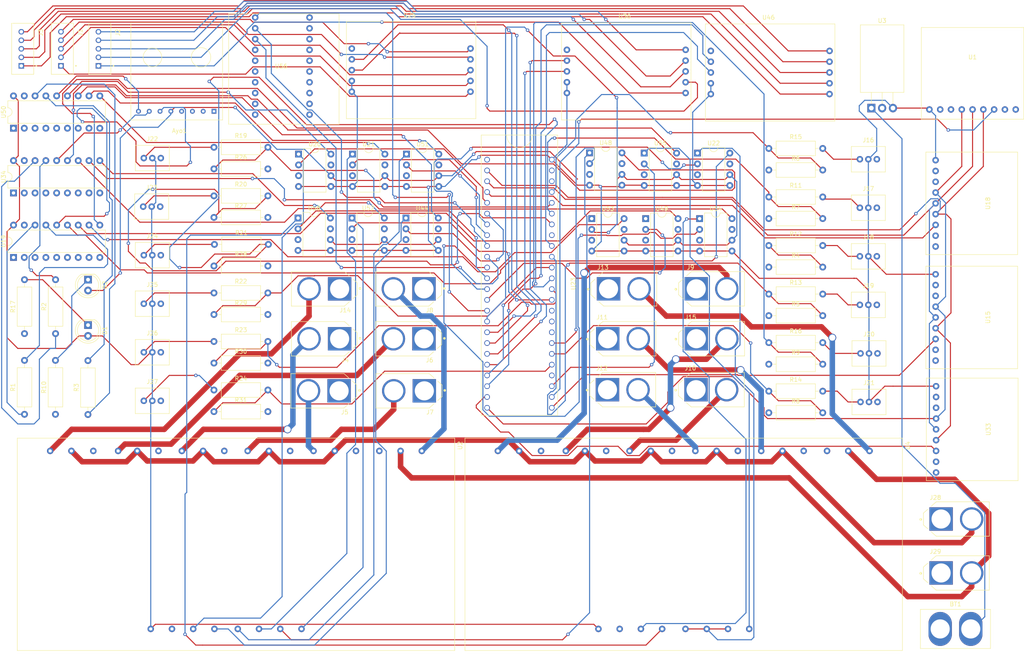
<source format=kicad_pcb>
(kicad_pcb (version 20171130) (host pcbnew "(5.1.9)-1")
  (layers (0 F.Cu signal) (31 B.Cu signal) (35 F.Paste user) (37 F.SilkS user) (38 B.Mask user hide) (39 F.Mask user) (44 Edge.Cuts user))
  (net 0 "")
  (net 1 GND1)
  (net 2 52)
  (net 3 27)
  (net 4 26)
  (net 5 25)
  (net 6 "Net-(BT1-Pad1)")
  (net 7 "Net-(D1-Pad1)")
  (net 8 +5V)
  (net 9 "Net-(D2-Pad1)")
  (net 10 "Net-(J1-Pad5)")
  (net 11 "Net-(J1-Pad4)")
  (net 12 "Net-(J1-Pad3)")
  (net 13 "Net-(J1-Pad2)")
  (net 14 "Net-(J1-Pad1)")
  (net 15 "Net-(J2-Pad1)")
  (net 16 "Net-(J2-Pad2)")
  (net 17 "Net-(J2-Pad3)")
  (net 18 "Net-(J2-Pad4)")
  (net 19 "Net-(J2-Pad5)")
  (net 20 "Net-(J3-Pad1)")
  (net 21 "Net-(J3-Pad2)")
  (net 22 "Net-(J3-Pad3)")
  (net 23 "Net-(J3-Pad4)")
  (net 24 "Net-(J3-Pad5)")
  (net 25 62)
  (net 26 64)
  (net 27 61)
  (net 28 63)
  (net 29 65)
  (net 30 68)
  (net 31 70)
  (net 32 69)
  (net 33 71)
  (net 34 60)
  (net 35 67)
  (net 36 "Net-(J16-Pad1)")
  (net 37 "Net-(J17-Pad1)")
  (net 38 "Net-(J18-Pad1)")
  (net 39 "Net-(J19-Pad1)")
  (net 40 "Net-(J20-Pad1)")
  (net 41 "Net-(J21-Pad1)")
  (net 42 "Net-(J22-Pad1)")
  (net 43 "Net-(J23-Pad1)")
  (net 44 "Net-(J24-Pad1)")
  (net 45 "Net-(J25-Pad1)")
  (net 46 "Net-(J26-Pad1)")
  (net 47 "Net-(J27-Pad1)")
  (net 48 +12V)
  (net 49 +24V)
  (net 50 "Net-(R1-Pad1)")
  (net 51 "Net-(R1-Pad2)")
  (net 52 "Net-(R2-Pad2)")
  (net 53 "Net-(R2-Pad1)")
  (net 54 "Net-(R3-Pad2)")
  (net 55 "Net-(R3-Pad1)")
  (net 56 "Net-(R12-Pad1)")
  (net 57 "Net-(R13-Pad1)")
  (net 58 "Net-(R15-Pad1)")
  (net 59 "Net-(R11-Pad1)")
  (net 60 "Net-(R14-Pad1)")
  (net 61 "Net-(R16-Pad1)")
  (net 62 "Net-(R19-Pad2)")
  (net 63 "Net-(R20-Pad2)")
  (net 64 "Net-(R21-Pad2)")
  (net 65 "Net-(R22-Pad2)")
  (net 66 "Net-(R23-Pad2)")
  (net 67 "Net-(R24-Pad2)")
  (net 68 51)
  (net 69 13)
  (net 70 14)
  (net 71 1)
  (net 72 50)
  (net 73 15)
  (net 74 39)
  (net 75 38)
  (net 76 37)
  (net 77 36)
  (net 78 28)
  (net 79 3)
  (net 80 31)
  (net 81 6)
  (net 82 11)
  (net 83 2)
  (net 84 21)
  (net 85 20)
  (net 86 19)
  (net 87 18)
  (net 88 17)
  (net 89 16)
  (net 90 57)
  (net 91 3.3)
  (net 92 12)
  (net 93 10)
  (net 94 9)
  (net 95 5)
  (net 96 4)
  (net 97 58)
  (net 98 7)
  (net 99 8)
  (net 100 35)
  (net 101 34)
  (net 102 33)
  (net 103 32)
  (net 104 29)
  (net 105 30)
  (net 106 66)
  (net 107 40)
  (net 108 43)
  (net 109 48)
  (net 110 41)
  (net 111 44)
  (net 112 42)
  (net 113 45)
  (net 114 46)
  (net 115 54)
  (net 116 47)
  (net 117 81)
  (net 118 80)
  (net 119 "Net-(Ayo1-Pad1)")
  (net 120 "Net-(Ayo1-Pad2)")
  (net 121 "Net-(Ayo1-Pad3)")
  (net 122 "Net-(U1-Pad9)")
  (net 123 "Net-(U1-Pad8)")
  (net 124 "Net-(U1-Pad2)")
  (net 125 "Net-(U2-Pad11)")
  (net 126 "Net-(U2-Pad14)")
  (net 127 "Net-(U2-Pad24)")
  (net 128 "Net-(U2-Pad23)")
  (net 129 "Net-(U2-Pad20)")
  (net 130 "Net-(U2-Pad17)")
  (net 131 "Net-(U4-Pad17)")
  (net 132 "Net-(U4-Pad20)")
  (net 133 "Net-(U4-Pad23)")
  (net 134 "Net-(U4-Pad24)")
  (net 135 "Net-(U4-Pad14)")
  (net 136 "Net-(U4-Pad11)")
  (net 137 "Net-(U15-Pad9)")
  (net 138 "Net-(U15-Pad8)")
  (net 139 "Net-(U15-Pad2)")
  (net 140 "Net-(U18-Pad2)")
  (net 141 "Net-(U18-Pad8)")
  (net 142 "Net-(U18-Pad9)")
  (net 143 "Net-(U19-Pad1)")
  (net 144 "Net-(U19-Pad2)")
  (net 145 "Net-(U19-Pad3)")
  (net 146 "Net-(U19-Pad4)")
  (net 147 "Net-(U19-Pad5)")
  (net 148 "Net-(U19-Pad6)")
  (net 149 "Net-(U19-Pad7)")
  (net 150 "Net-(U19-Pad8)")
  (net 151 "Net-(U19-Pad17)")
  (net 152 55)
  (net 153 "Net-(U23-Pad45)")
  (net 154 "Net-(U23-Pad44)")
  (net 155 "Net-(U23-Pad43)")
  (net 156 "Net-(U23-Pad42)")
  (net 157 "Net-(U23-Pad41)")
  (net 158 "Net-(U33-Pad2)")
  (net 159 "Net-(U33-Pad8)")
  (net 160 "Net-(U33-Pad9)")
  (net 161 "Net-(U34-Pad1)")
  (net 162 "Net-(U34-Pad2)")
  (net 163 "Net-(U34-Pad3)")
  (net 164 "Net-(U34-Pad4)")
  (net 165 "Net-(U34-Pad5)")
  (net 166 "Net-(U34-Pad6)")
  (net 167 "Net-(U34-Pad7)")
  (net 168 "Net-(U34-Pad8)")
  (net 169 "Net-(U34-Pad17)")
  (net 170 49)
  (net 171 "Net-(U50-Pad17)")
  (net 172 "Net-(U50-Pad8)")
  (net 173 "Net-(U50-Pad7)")
  (net 174 "Net-(U50-Pad6)")
  (net 175 "Net-(U50-Pad5)")
  (net 176 "Net-(U50-Pad4)")
  (net 177 "Net-(U50-Pad3)")
  (net 178 "Net-(U50-Pad2)")
  (net 179 "Net-(U50-Pad1)")
  (net 180 53)
  (net 181 "Net-(U56-Pad20)")
  (net 182 "Net-(U56-Pad19)")
  (net 183 "Net-(U56-Pad18)")
  (net 184 "Net-(U56-Pad17)")
  (net 185 "Net-(U56-Pad16)")
  (net 186 "Net-(U56-Pad15)")
  (net 187 "Net-(U56-Pad14)")
  (net 188 "Net-(U56-Pad13)")
  (net 189 "Net-(U56-Pad12)")
  (net 190 "Net-(U56-Pad11)")
  (net 191 "Net-(U56-Pad9)")
  (net 192 "Net-(U56-Pad8)")
  (net 193 "Net-(U56-Pad7)")
  (net 194 "Net-(U56-Pad6)")
  (net 195 "Net-(U56-Pad5)")
  (net 196 "Net-(U56-Pad4)")
  (module Launchbox:Crimp_Header (layer F.Cu) (at 88.09 190.13)
    (fp_text reference J27 (at 2 -4.5) (layer F.SilkS))
    (fp_text value 440055-3)
    (pad 3 thru_hole circle (at 4 0) (size 1.524 1.524) (drill 0.762) (layers *.Cu *.Mask) (net 1 GND1))
    (pad 2 thru_hole circle (at 2 0) (size 1.524 1.524) (drill 0.762) (layers *.Cu *.Mask) (net 8 +5V))
    (pad 1 thru_hole circle (at 0 0) (size 1.524 1.524) (drill 0.762) (layers *.Cu *.Mask) (net 47 "Net-(J27-Pad1)"))
  )
  (module Launchbox:Crimp_Header (layer F.Cu) (at 88.09 178.7)
    (fp_text reference J26 (at 2 -4.5) (layer F.SilkS))
    (fp_text value 440055-3)
    (pad 3 thru_hole circle (at 4 0) (size 1.524 1.524) (drill 0.762) (layers *.Cu *.Mask) (net 1 GND1))
    (pad 2 thru_hole circle (at 2 0) (size 1.524 1.524) (drill 0.762) (layers *.Cu *.Mask) (net 8 +5V))
    (pad 1 thru_hole circle (at 0 0) (size 1.524 1.524) (drill 0.762) (layers *.Cu *.Mask) (net 46 "Net-(J26-Pad1)"))
  )
  (module Launchbox:Crimp_Header (layer F.Cu) (at 88.09 167.27)
    (fp_text reference J25 (at 2 -4.5) (layer F.SilkS))
    (fp_text value 440055-3)
    (pad 3 thru_hole circle (at 4 0) (size 1.524 1.524) (drill 0.762) (layers *.Cu *.Mask) (net 1 GND1))
    (pad 2 thru_hole circle (at 2 0) (size 1.524 1.524) (drill 0.762) (layers *.Cu *.Mask) (net 8 +5V))
    (pad 1 thru_hole circle (at 0 0) (size 1.524 1.524) (drill 0.762) (layers *.Cu *.Mask) (net 45 "Net-(J25-Pad1)"))
  )
  (module Launchbox:Crimp_Header (layer F.Cu) (at 88.09 155.84)
    (fp_text reference J24 (at 2 -4.5) (layer F.SilkS))
    (fp_text value 440055-3)
    (pad 3 thru_hole circle (at 4 0) (size 1.524 1.524) (drill 0.762) (layers *.Cu *.Mask) (net 1 GND1))
    (pad 2 thru_hole circle (at 2 0) (size 1.524 1.524) (drill 0.762) (layers *.Cu *.Mask) (net 8 +5V))
    (pad 1 thru_hole circle (at 0 0) (size 1.524 1.524) (drill 0.762) (layers *.Cu *.Mask) (net 44 "Net-(J24-Pad1)"))
  )
  (module Launchbox:Crimp_Header (layer F.Cu) (at 87.94 144.41)
    (fp_text reference J23 (at 2 -4.5) (layer F.SilkS))
    (fp_text value 440055-3)
    (pad 3 thru_hole circle (at 4 0) (size 1.524 1.524) (drill 0.762) (layers *.Cu *.Mask) (net 1 GND1))
    (pad 2 thru_hole circle (at 2 0) (size 1.524 1.524) (drill 0.762) (layers *.Cu *.Mask) (net 8 +5V))
    (pad 1 thru_hole circle (at 0 0) (size 1.524 1.524) (drill 0.762) (layers *.Cu *.Mask) (net 43 "Net-(J23-Pad1)"))
  )
  (module Launchbox:Crimp_Header (layer F.Cu) (at 88.09 132.98)
    (fp_text reference J22 (at 2 -4.5) (layer F.SilkS))
    (fp_text value 440055-3)
    (pad 3 thru_hole circle (at 4 0) (size 1.524 1.524) (drill 0.762) (layers *.Cu *.Mask) (net 1 GND1))
    (pad 2 thru_hole circle (at 2 0) (size 1.524 1.524) (drill 0.762) (layers *.Cu *.Mask) (net 8 +5V))
    (pad 1 thru_hole circle (at 0 0) (size 1.524 1.524) (drill 0.762) (layers *.Cu *.Mask) (net 42 "Net-(J22-Pad1)"))
  )
  (module Launchbox:Crimp_Header (layer F.Cu) (at 256.827 190.4)
    (fp_text reference J21 (at 2 -4.5) (layer F.SilkS))
    (fp_text value 440055-3)
    (pad 3 thru_hole circle (at 4 0) (size 1.524 1.524) (drill 0.762) (layers *.Cu *.Mask) (net 1 GND1))
    (pad 2 thru_hole circle (at 2 0) (size 1.524 1.524) (drill 0.762) (layers *.Cu *.Mask) (net 8 +5V))
    (pad 1 thru_hole circle (at 0 0) (size 1.524 1.524) (drill 0.762) (layers *.Cu *.Mask) (net 41 "Net-(J21-Pad1)"))
  )
  (module Launchbox:Crimp_Header (layer F.Cu) (at 256.827 178.97)
    (fp_text reference J20 (at 2 -4.5) (layer F.SilkS))
    (fp_text value 440055-3)
    (pad 3 thru_hole circle (at 4 0) (size 1.524 1.524) (drill 0.762) (layers *.Cu *.Mask) (net 1 GND1))
    (pad 2 thru_hole circle (at 2 0) (size 1.524 1.524) (drill 0.762) (layers *.Cu *.Mask) (net 8 +5V))
    (pad 1 thru_hole circle (at 0 0) (size 1.524 1.524) (drill 0.762) (layers *.Cu *.Mask) (net 40 "Net-(J20-Pad1)"))
  )
  (module Launchbox:Crimp_Header (layer F.Cu) (at 256.677 167.54)
    (fp_text reference J19 (at 2 -4.5) (layer F.SilkS))
    (fp_text value 440055-3)
    (pad 3 thru_hole circle (at 4 0) (size 1.524 1.524) (drill 0.762) (layers *.Cu *.Mask) (net 1 GND1))
    (pad 2 thru_hole circle (at 2 0) (size 1.524 1.524) (drill 0.762) (layers *.Cu *.Mask) (net 8 +5V))
    (pad 1 thru_hole circle (at 0 0) (size 1.524 1.524) (drill 0.762) (layers *.Cu *.Mask) (net 39 "Net-(J19-Pad1)"))
  )
  (module Launchbox:Crimp_Header (layer F.Cu) (at 256.677 156.11)
    (fp_text reference J18 (at 2 -4.5) (layer F.SilkS))
    (fp_text value 440055-3)
    (pad 3 thru_hole circle (at 4 0) (size 1.524 1.524) (drill 0.762) (layers *.Cu *.Mask) (net 1 GND1))
    (pad 2 thru_hole circle (at 2 0) (size 1.524 1.524) (drill 0.762) (layers *.Cu *.Mask) (net 8 +5V))
    (pad 1 thru_hole circle (at 0 0) (size 1.524 1.524) (drill 0.762) (layers *.Cu *.Mask) (net 38 "Net-(J18-Pad1)"))
  )
  (module Launchbox:Crimp_Header (layer F.Cu) (at 256.677 144.68)
    (fp_text reference J17 (at 2 -4.5) (layer F.SilkS))
    (fp_text value 440055-3)
    (pad 3 thru_hole circle (at 4 0) (size 1.524 1.524) (drill 0.762) (layers *.Cu *.Mask) (net 1 GND1))
    (pad 2 thru_hole circle (at 2 0) (size 1.524 1.524) (drill 0.762) (layers *.Cu *.Mask) (net 8 +5V))
    (pad 1 thru_hole circle (at 0 0) (size 1.524 1.524) (drill 0.762) (layers *.Cu *.Mask) (net 37 "Net-(J17-Pad1)"))
  )
  (module Launchbox:Crimp_Header (layer F.Cu) (at 256.677 133.25)
    (fp_text reference J16 (at 2 -4.5) (layer F.SilkS))
    (fp_text value 440055-3)
    (pad 3 thru_hole circle (at 4 0) (size 1.524 1.524) (drill 0.762) (layers *.Cu *.Mask) (net 1 GND1))
    (pad 2 thru_hole circle (at 2 0) (size 1.524 1.524) (drill 0.762) (layers *.Cu *.Mask) (net 8 +5V))
    (pad 1 thru_hole circle (at 0 0) (size 1.524 1.524) (drill 0.762) (layers *.Cu *.Mask) (net 36 "Net-(J16-Pad1)"))
  )
  (module Package_DIP:DIP-18_W7.62mm (layer F.Cu) (at 57.404 141.191 90)
    (fp_text reference U34 (at 3.81 -2.33 90) (layer F.SilkS))
    (fp_text value Launchbox_HT12D)
    (pad 1 thru_hole rect (at 0 0 90) (size 1.6 1.6) (drill 0.8) (layers *.Cu *.Mask) (net 161 "Net-(U34-Pad1)"))
    (pad 10 thru_hole oval (at 7.62 20.32 90) (size 1.6 1.6) (drill 0.8) (layers *.Cu *.Mask) (net 100 35))
    (pad 2 thru_hole oval (at 0 2.54 90) (size 1.6 1.6) (drill 0.8) (layers *.Cu *.Mask) (net 162 "Net-(U34-Pad2)"))
    (pad 11 thru_hole oval (at 7.62 17.78 90) (size 1.6 1.6) (drill 0.8) (layers *.Cu *.Mask) (net 101 34))
    (pad 3 thru_hole oval (at 0 5.08 90) (size 1.6 1.6) (drill 0.8) (layers *.Cu *.Mask) (net 163 "Net-(U34-Pad3)"))
    (pad 12 thru_hole oval (at 7.62 15.24 90) (size 1.6 1.6) (drill 0.8) (layers *.Cu *.Mask) (net 102 33))
    (pad 4 thru_hole oval (at 0 7.62 90) (size 1.6 1.6) (drill 0.8) (layers *.Cu *.Mask) (net 164 "Net-(U34-Pad4)"))
    (pad 13 thru_hole oval (at 7.62 12.7 90) (size 1.6 1.6) (drill 0.8) (layers *.Cu *.Mask) (net 103 32))
    (pad 5 thru_hole oval (at 0 10.16 90) (size 1.6 1.6) (drill 0.8) (layers *.Cu *.Mask) (net 165 "Net-(U34-Pad5)"))
    (pad 14 thru_hole oval (at 7.62 10.16 90) (size 1.6 1.6) (drill 0.8) (layers *.Cu *.Mask) (net 4 26))
    (pad 6 thru_hole oval (at 0 12.7 90) (size 1.6 1.6) (drill 0.8) (layers *.Cu *.Mask) (net 166 "Net-(U34-Pad6)"))
    (pad 15 thru_hole oval (at 7.62 7.62 90) (size 1.6 1.6) (drill 0.8) (layers *.Cu *.Mask) (net 52 "Net-(R2-Pad2)"))
    (pad 7 thru_hole oval (at 0 15.24 90) (size 1.6 1.6) (drill 0.8) (layers *.Cu *.Mask) (net 167 "Net-(U34-Pad7)"))
    (pad 16 thru_hole oval (at 7.62 5.08 90) (size 1.6 1.6) (drill 0.8) (layers *.Cu *.Mask) (net 53 "Net-(R2-Pad1)"))
    (pad 8 thru_hole oval (at 0 17.78 90) (size 1.6 1.6) (drill 0.8) (layers *.Cu *.Mask) (net 168 "Net-(U34-Pad8)"))
    (pad 17 thru_hole oval (at 7.62 2.54 90) (size 1.6 1.6) (drill 0.8) (layers *.Cu *.Mask) (net 169 "Net-(U34-Pad17)"))
    (pad 9 thru_hole oval (at 0 20.32 90) (size 1.6 1.6) (drill 0.8) (layers *.Cu *.Mask) (net 1 GND1))
    (pad 18 thru_hole oval (at 7.62 0 90) (size 1.6 1.6) (drill 0.8) (layers *.Cu *.Mask) (net 8 +5V))
  )
  (module Resistor_THT:R_Axial_DIN0309_L9.0mm_D3.2mm_P12.70mm_Horizontal (layer F.Cu) (at 59.995001 193.304999 90)
    (fp_text reference R1 (at 6.35 -2.72 90) (layer F.SilkS))
    (fp_text value R_US)
    (pad 1 thru_hole circle (at 0 0 90) (size 1.6 1.6) (drill 0.8) (layers *.Cu *.Mask) (net 50 "Net-(R1-Pad1)"))
    (pad 2 thru_hole oval (at 12.7 0 90) (size 1.6 1.6) (drill 0.8) (layers *.Cu *.Mask) (net 51 "Net-(R1-Pad2)"))
  )
  (module "Launchbox:Teensy 3.6" (layer F.Cu) (at 176.53 162.56 90)
    (fp_text reference U23 (at 0 12.7 90) (layer F.SilkS))
    (fp_text value Teensy3.6)
    (pad 32 thru_hole circle (at -29.21 -7.62 90) (size 1.3208 1.3208) (drill 0.9398) (layers *.Cu *.Mask) (net 71 1))
    (pad 31 thru_hole circle (at -26.67 -7.62 90) (size 1.3208 1.3208) (drill 0.9398) (layers *.Cu *.Mask) (net 83 2))
    (pad 30 thru_hole circle (at -24.13 -7.62 90) (size 1.3208 1.3208) (drill 0.9398) (layers *.Cu *.Mask) (net 84 21))
    (pad 29 thru_hole circle (at -21.59 -7.62 90) (size 1.3208 1.3208) (drill 0.9398) (layers *.Cu *.Mask) (net 85 20))
    (pad 28 thru_hole circle (at -19.05 -7.62 90) (size 1.3208 1.3208) (drill 0.9398) (layers *.Cu *.Mask) (net 86 19))
    (pad 27 thru_hole circle (at -16.51 -7.62 90) (size 1.3208 1.3208) (drill 0.9398) (layers *.Cu *.Mask) (net 87 18))
    (pad 26 thru_hole circle (at -13.97 -7.62 90) (size 1.3208 1.3208) (drill 0.9398) (layers *.Cu *.Mask) (net 88 17))
    (pad 25 thru_hole circle (at -11.43 -7.62 90) (size 1.3208 1.3208) (drill 0.9398) (layers *.Cu *.Mask) (net 89 16))
    (pad 24 thru_hole circle (at -8.89 -7.62 90) (size 1.3208 1.3208) (drill 0.9398) (layers *.Cu *.Mask) (net 90 57))
    (pad 47 thru_hole circle (at -6.35 -7.62 90) (size 1.3208 1.3208) (drill 0.9398) (layers *.Cu *.Mask) (net 91 3.3))
    (pad 12 thru_hole circle (at -3.81 -7.62 90) (size 1.3208 1.3208) (drill 0.9398) (layers *.Cu *.Mask) (net 92 12))
    (pad 11 thru_hole circle (at -1.27 -7.62 90) (size 1.3208 1.3208) (drill 0.9398) (layers *.Cu *.Mask) (net 82 11))
    (pad 10 thru_hole circle (at 1.27 -7.62 90) (size 1.3208 1.3208) (drill 0.9398) (layers *.Cu *.Mask) (net 93 10))
    (pad 9 thru_hole circle (at 3.81 -7.62 90) (size 1.3208 1.3208) (drill 0.9398) (layers *.Cu *.Mask) (net 94 9))
    (pad 8 thru_hole circle (at 6.35 -7.62 90) (size 1.3208 1.3208) (drill 0.9398) (layers *.Cu *.Mask) (net 34 60))
    (pad 7 thru_hole circle (at 8.89 -7.62 90) (size 1.3208 1.3208) (drill 0.9398) (layers *.Cu *.Mask) (net 27 61))
    (pad 6 thru_hole circle (at 11.43 -7.62 90) (size 1.3208 1.3208) (drill 0.9398) (layers *.Cu *.Mask) (net 81 6))
    (pad 5 thru_hole circle (at 13.97 -7.62 90) (size 1.3208 1.3208) (drill 0.9398) (layers *.Cu *.Mask) (net 95 5))
    (pad 4 thru_hole circle (at 16.51 -7.62 90) (size 1.3208 1.3208) (drill 0.9398) (layers *.Cu *.Mask) (net 96 4))
    (pad 3 thru_hole circle (at 19.05 -7.62 90) (size 1.3208 1.3208) (drill 0.9398) (layers *.Cu *.Mask) (net 79 3))
    (pad 2 thru_hole circle (at 21.59 -7.62 90) (size 1.3208 1.3208) (drill 0.9398) (layers *.Cu *.Mask) (net 73 15))
    (pad 1 thru_hole circle (at 24.13 -7.62 90) (size 1.3208 1.3208) (drill 0.9398) (layers *.Cu *.Mask) (net 70 14))
    (pad 0 thru_hole circle (at 26.67 -7.62 90) (size 1.3208 1.3208) (drill 0.9398) (layers *.Cu *.Mask) (net 69 13))
    (pad 46 thru_hole circle (at 29.21 -7.62 90) (size 1.3208 1.3208) (drill 0.9398) (layers *.Cu *.Mask) (net 1 GND1))
    (pad 33 thru_hole circle (at -29.21 7.62 90) (size 1.3208 1.3208) (drill 0.9398) (layers *.Cu *.Mask) (net 72 50))
    (pad 34 thru_hole circle (at -26.67 7.62 90) (size 1.3208 1.3208) (drill 0.9398) (layers *.Cu *.Mask) (net 68 51))
    (pad 35 thru_hole circle (at -24.13 7.62 90) (size 1.3208 1.3208) (drill 0.9398) (layers *.Cu *.Mask) (net 97 58))
    (pad 36 thru_hole circle (at -21.59 7.62 90) (size 1.3208 1.3208) (drill 0.9398) (layers *.Cu *.Mask) (net 152 55))
    (pad 37 thru_hole circle (at -19.05 7.62 90) (size 1.3208 1.3208) (drill 0.9398) (layers *.Cu *.Mask) (net 67 "Net-(R24-Pad2)"))
    (pad 38 thru_hole circle (at -16.51 7.62 90) (size 1.3208 1.3208) (drill 0.9398) (layers *.Cu *.Mask) (net 60 "Net-(R14-Pad1)"))
    (pad 39 thru_hole circle (at -13.97 7.62 90) (size 1.3208 1.3208) (drill 0.9398) (layers *.Cu *.Mask) (net 98 7))
    (pad 45 thru_hole circle (at -11.43 7.62 90) (size 1.3208 1.3208) (drill 0.9398) (layers *.Cu *.Mask) (net 153 "Net-(U23-Pad45)"))
    (pad 44 thru_hole circle (at -8.89 7.62 90) (size 1.3208 1.3208) (drill 0.9398) (layers *.Cu *.Mask) (net 154 "Net-(U23-Pad44)"))
    (pad 43 thru_hole circle (at -6.35 7.62 90) (size 1.3208 1.3208) (drill 0.9398) (layers *.Cu *.Mask) (net 155 "Net-(U23-Pad43)"))
    (pad 13 thru_hole circle (at -3.81 7.62 90) (size 1.3208 1.3208) (drill 0.9398) (layers *.Cu *.Mask) (net 99 8))
    (pad 14 thru_hole circle (at -1.27 7.62 90) (size 1.3208 1.3208) (drill 0.9398) (layers *.Cu *.Mask) (net 66 "Net-(R23-Pad2)"))
    (pad 15 thru_hole circle (at 1.27 7.62 90) (size 1.3208 1.3208) (drill 0.9398) (layers *.Cu *.Mask) (net 61 "Net-(R16-Pad1)"))
    (pad 16 thru_hole circle (at 3.81 7.62 90) (size 1.3208 1.3208) (drill 0.9398) (layers *.Cu *.Mask) (net 65 "Net-(R22-Pad2)"))
    (pad 17 thru_hole circle (at 6.35 7.62 90) (size 1.3208 1.3208) (drill 0.9398) (layers *.Cu *.Mask) (net 57 "Net-(R13-Pad1)"))
    (pad 18 thru_hole circle (at 8.89 7.62 90) (size 1.3208 1.3208) (drill 0.9398) (layers *.Cu *.Mask) (net 64 "Net-(R21-Pad2)"))
    (pad 19 thru_hole circle (at 11.43 7.62 90) (size 1.3208 1.3208) (drill 0.9398) (layers *.Cu *.Mask) (net 56 "Net-(R12-Pad1)"))
    (pad 20 thru_hole circle (at 13.97 7.62 90) (size 1.3208 1.3208) (drill 0.9398) (layers *.Cu *.Mask) (net 63 "Net-(R20-Pad2)"))
    (pad 21 thru_hole circle (at 16.51 7.62 90) (size 1.3208 1.3208) (drill 0.9398) (layers *.Cu *.Mask) (net 59 "Net-(R11-Pad1)"))
    (pad 22 thru_hole circle (at 19.05 7.62 90) (size 1.3208 1.3208) (drill 0.9398) (layers *.Cu *.Mask) (net 62 "Net-(R19-Pad2)"))
    (pad 23 thru_hole circle (at 21.59 7.62 90) (size 1.3208 1.3208) (drill 0.9398) (layers *.Cu *.Mask) (net 58 "Net-(R15-Pad1)"))
    (pad 42 thru_hole circle (at 24.13 7.62 90) (size 1.3208 1.3208) (drill 0.9398) (layers *.Cu *.Mask) (net 156 "Net-(U23-Pad42)"))
    (pad 41 thru_hole circle (at 26.67 7.62 90) (size 1.3208 1.3208) (drill 0.9398) (layers *.Cu *.Mask) (net 157 "Net-(U23-Pad41)"))
    (pad 40 thru_hole circle (at 29.21 7.62 90) (size 1.3208 1.3208) (drill 0.9398) (layers *.Cu *.Mask) (net 8 +5V))
  )
  (module Launchbox:RJ45EthernetBreakout (layer F.Cu) (at 96.4692 112.5728)
    (fp_text reference Ayo1 (at 0 13.97) (layer F.SilkS))
    (fp_text value RJ45EthernetBreakout)
    (pad 1 thru_hole rect (at 8.14 9.39) (size 1.143 1.143) (drill 0.5715) (layers *.Cu *.Mask) (net 119 "Net-(Ayo1-Pad1)"))
    (pad 2 thru_hole circle (at 5.6 9.39) (size 1.143 1.143) (drill 0.5715) (layers *.Cu *.Mask) (net 120 "Net-(Ayo1-Pad2)"))
    (pad 3 thru_hole circle (at 3.06 9.39) (size 1.143 1.143) (drill 0.5715) (layers *.Cu *.Mask) (net 121 "Net-(Ayo1-Pad3)"))
    (pad 4 thru_hole circle (at 0.52 9.39) (size 1.143 1.143) (drill 0.5715) (layers *.Cu *.Mask) (net 1 GND1))
    (pad 5 thru_hole circle (at -2.02 9.39) (size 1.143 1.143) (drill 0.5715) (layers *.Cu *.Mask) (net 2 52))
    (pad 6 thru_hole circle (at -4.56 9.39) (size 1.143 1.143) (drill 0.5715) (layers *.Cu *.Mask) (net 3 27))
    (pad 7 thru_hole circle (at -7.1 9.39) (size 1.143 1.143) (drill 0.5715) (layers *.Cu *.Mask) (net 4 26))
    (pad 8 thru_hole circle (at -9.64 9.39) (size 1.143 1.143) (drill 0.5715) (layers *.Cu *.Mask) (net 5 25))
  )
  (module Launchbox:XT60H-M12 (layer F.Cu) (at 279.19 243.84 180)
    (fp_text reference BT1 (at 0 5.842) (layer F.SilkS))
    (fp_text value Battery_Cell)
    (pad 1 thru_hole oval (at -3.6 0 180) (size 5.499999 7.999999) (drill 4.500001) (layers *.Cu *.Mask) (net 6 "Net-(BT1-Pad1)"))
    (pad 2 thru_hole oval (at 3.6 0 180) (size 5.499999 7.999999) (drill 4.500001) (layers *.Cu *.Mask) (net 1 GND1))
  )
  (module LED_THT:LED_D5.0mm (layer F.Cu) (at 74.954999 172.304999 270)
    (fp_text reference D1 (at 1.27 -3.96 90) (layer F.SilkS))
    (fp_text value LED)
    (pad 1 thru_hole rect (at 0 0 270) (size 1.8 1.8) (drill 0.9) (layers *.Cu *.Mask) (net 7 "Net-(D1-Pad1)"))
    (pad 2 thru_hole circle (at 2.54 0 270) (size 1.8 1.8) (drill 0.9) (layers *.Cu *.Mask) (net 8 +5V))
  )
  (module LED_THT:LED_D5.0mm (layer F.Cu) (at 74.954999 161.61 270)
    (fp_text reference D2 (at 1.27 -3.96 90) (layer F.SilkS))
    (fp_text value LED)
    (pad 2 thru_hole circle (at 2.54 0 270) (size 1.8 1.8) (drill 0.9) (layers *.Cu *.Mask) (net 2 52))
    (pad 1 thru_hole rect (at 0 0 270) (size 1.8 1.8) (drill 0.9) (layers *.Cu *.Mask) (net 9 "Net-(D2-Pad1)"))
  )
  (module Launchbox:TE_1735446-5 (layer F.Cu) (at 68.58 107.247 270)
    (fp_text reference J1 (at -3.838 -4.565 90) (layer F.SilkS))
    (fp_text value 440055-5)
    (pad 5 thru_hole circle (at -4.013 0 270) (size 1.308 1.308) (drill 0.8) (layers *.Cu *.Mask) (net 10 "Net-(J1-Pad5)"))
    (pad 4 thru_hole circle (at -2.007 0 270) (size 1.308 1.308) (drill 0.8) (layers *.Cu *.Mask) (net 11 "Net-(J1-Pad4)"))
    (pad 3 thru_hole circle (at 0 0 270) (size 1.308 1.308) (drill 0.8) (layers *.Cu *.Mask) (net 12 "Net-(J1-Pad3)"))
    (pad 2 thru_hole circle (at 2.007 0 270) (size 1.308 1.308) (drill 0.8) (layers *.Cu *.Mask) (net 13 "Net-(J1-Pad2)"))
    (pad 1 thru_hole rect (at 4.013 0 270) (size 1.308 1.308) (drill 0.8) (layers *.Cu *.Mask) (net 14 "Net-(J1-Pad1)"))
  )
  (module Launchbox:TE_1735446-5 (layer F.Cu) (at 77.4065 107.2515 270)
    (fp_text reference J2 (at -3.838 -4.565 90) (layer F.SilkS))
    (fp_text value 440055-5)
    (pad 5 thru_hole circle (at -4.013 0 270) (size 1.308 1.308) (drill 0.8) (layers *.Cu *.Mask) (net 19 "Net-(J2-Pad5)"))
    (pad 4 thru_hole circle (at -2.007 0 270) (size 1.308 1.308) (drill 0.8) (layers *.Cu *.Mask) (net 18 "Net-(J2-Pad4)"))
    (pad 3 thru_hole circle (at 0 0 270) (size 1.308 1.308) (drill 0.8) (layers *.Cu *.Mask) (net 17 "Net-(J2-Pad3)"))
    (pad 2 thru_hole circle (at 2.007 0 270) (size 1.308 1.308) (drill 0.8) (layers *.Cu *.Mask) (net 16 "Net-(J2-Pad2)"))
    (pad 1 thru_hole rect (at 4.013 0 270) (size 1.308 1.308) (drill 0.8) (layers *.Cu *.Mask) (net 15 "Net-(J2-Pad1)"))
  )
  (module Launchbox:TE_1735446-5 (layer F.Cu) (at 59.2455 107.2515 270)
    (fp_text reference J3 (at -3.838 -4.565 90) (layer F.SilkS))
    (fp_text value 440055-5)
    (pad 1 thru_hole rect (at 4.013 0 270) (size 1.308 1.308) (drill 0.8) (layers *.Cu *.Mask) (net 20 "Net-(J3-Pad1)"))
    (pad 2 thru_hole circle (at 2.007 0 270) (size 1.308 1.308) (drill 0.8) (layers *.Cu *.Mask) (net 21 "Net-(J3-Pad2)"))
    (pad 3 thru_hole circle (at 0 0 270) (size 1.308 1.308) (drill 0.8) (layers *.Cu *.Mask) (net 22 "Net-(J3-Pad3)"))
    (pad 4 thru_hole circle (at -2.007 0 270) (size 1.308 1.308) (drill 0.8) (layers *.Cu *.Mask) (net 23 "Net-(J3-Pad4)"))
    (pad 5 thru_hole circle (at -4.013 0 270) (size 1.308 1.308) (drill 0.8) (layers *.Cu *.Mask) (net 24 "Net-(J3-Pad5)"))
  )
  (module Launchbox:AMASS_XT60-M (layer F.Cu) (at 130.588 175.5245 180)
    (fp_text reference J4 (at -4.92842 -5.03849) (layer F.SilkS) (effects (font (size 1.000693 1.000693))))
    (fp_text value XT60-M)
    (pad 2 thru_hole circle (at 3.6 0 180) (size 5.516 5.516) (drill 4.5) (layers *.Cu *.Mask) (net 25 62))
    (pad 1 thru_hole rect (at -3.6 0 180) (size 5.516 5.516) (drill 4.5) (layers *.Cu *.Mask) (net 1 GND1))
  )
  (module Launchbox:AMASS_XT60-M (layer F.Cu) (at 130.461 187.78 180)
    (fp_text reference J5 (at -4.92842 -5.03849) (layer F.SilkS) (effects (font (size 1.000693 1.000693))))
    (fp_text value XT60-M)
    (pad 1 thru_hole rect (at -3.6 0 180) (size 5.516 5.516) (drill 4.5) (layers *.Cu *.Mask) (net 1 GND1))
    (pad 2 thru_hole circle (at 3.6 0 180) (size 5.516 5.516) (drill 4.5) (layers *.Cu *.Mask) (net 26 64))
  )
  (module Launchbox:AMASS_XT60-M (layer F.Cu) (at 150.448 175.5245 180)
    (fp_text reference J6 (at -4.92842 -5.03849) (layer F.SilkS) (effects (font (size 1.000693 1.000693))))
    (fp_text value XT60-M)
    (pad 1 thru_hole rect (at -3.6 0 180) (size 5.516 5.516) (drill 4.5) (layers *.Cu *.Mask) (net 1 GND1))
    (pad 2 thru_hole circle (at 3.6 0 180) (size 5.516 5.516) (drill 4.5) (layers *.Cu *.Mask) (net 117 81))
  )
  (module Launchbox:AMASS_XT60-M (layer F.Cu) (at 150.531 187.78 180)
    (fp_text reference J7 (at -4.92842 -5.03849) (layer F.SilkS) (effects (font (size 1.000693 1.000693))))
    (fp_text value XT60-M)
    (pad 2 thru_hole circle (at 3.6 0 180) (size 5.516 5.516) (drill 4.5) (layers *.Cu *.Mask) (net 28 63))
    (pad 1 thru_hole rect (at -3.6 0 180) (size 5.516 5.516) (drill 4.5) (layers *.Cu *.Mask) (net 1 GND1))
  )
  (module Launchbox:AMASS_XT60-M (layer F.Cu) (at 150.448 163.777 180)
    (fp_text reference J8 (at -4.92842 -5.03849) (layer F.SilkS) (effects (font (size 1.000693 1.000693))))
    (fp_text value XT60-M)
    (pad 1 thru_hole rect (at -3.6 0 180) (size 5.516 5.516) (drill 4.5) (layers *.Cu *.Mask) (net 1 GND1))
    (pad 2 thru_hole circle (at 3.6 0 180) (size 5.516 5.516) (drill 4.5) (layers *.Cu *.Mask) (net 29 65))
  )
  (module Launchbox:AMASS_XT60-M (layer F.Cu) (at 221.754 163.761)
    (fp_text reference J9 (at -4.92842 -5.03849) (layer F.SilkS) (effects (font (size 1.000693 1.000693))))
    (fp_text value XT60-M)
    (pad 2 thru_hole circle (at 3.6 0) (size 5.516 5.516) (drill 4.5) (layers *.Cu *.Mask) (net 106 66))
    (pad 1 thru_hole rect (at -3.6 0) (size 5.516 5.516) (drill 4.5) (layers *.Cu *.Mask) (net 1 GND1))
  )
  (module Launchbox:AMASS_XT60-M (layer F.Cu) (at 221.71 187.51)
    (fp_text reference J10 (at -4.92842 -5.03849) (layer F.SilkS) (effects (font (size 1.000693 1.000693))))
    (fp_text value XT60-M)
    (pad 1 thru_hole rect (at -3.6 0) (size 5.516 5.516) (drill 4.5) (layers *.Cu *.Mask) (net 1 GND1))
    (pad 2 thru_hole circle (at 3.6 0) (size 5.516 5.516) (drill 4.5) (layers *.Cu *.Mask) (net 30 68))
  )
  (module Launchbox:AMASS_XT60-M (layer F.Cu) (at 200.9135 175.5085)
    (fp_text reference J11 (at -4.92842 -5.03849) (layer F.SilkS) (effects (font (size 1.000693 1.000693))))
    (fp_text value XT60-M)
    (pad 2 thru_hole circle (at 3.6 0) (size 5.516 5.516) (drill 4.5) (layers *.Cu *.Mask) (net 31 70))
    (pad 1 thru_hole rect (at -3.6 0) (size 5.516 5.516) (drill 4.5) (layers *.Cu *.Mask) (net 1 GND1))
  )
  (module Launchbox:AMASS_XT60-M (layer F.Cu) (at 200.85 187.51)
    (fp_text reference J12 (at -4.92842 -5.03849) (layer F.SilkS) (effects (font (size 1.000693 1.000693))))
    (fp_text value XT60-M)
    (pad 1 thru_hole rect (at -3.6 0) (size 5.516 5.516) (drill 4.5) (layers *.Cu *.Mask) (net 1 GND1))
    (pad 2 thru_hole circle (at 3.6 0) (size 5.516 5.516) (drill 4.5) (layers *.Cu *.Mask) (net 32 69))
  )
  (module Launchbox:AMASS_XT60-M (layer F.Cu) (at 201.104 163.761)
    (fp_text reference J13 (at -4.92842 -5.03849) (layer F.SilkS) (effects (font (size 1.000693 1.000693))))
    (fp_text value XT60-M)
    (pad 2 thru_hole circle (at 3.6 0) (size 5.516 5.516) (drill 4.5) (layers *.Cu *.Mask) (net 33 71))
    (pad 1 thru_hole rect (at -3.6 0) (size 5.516 5.516) (drill 4.5) (layers *.Cu *.Mask) (net 1 GND1))
  )
  (module Launchbox:AMASS_XT60-M (layer F.Cu) (at 130.588 163.777 180)
    (fp_text reference J14 (at -4.92842 -5.03849) (layer F.SilkS) (effects (font (size 1.000693 1.000693))))
    (fp_text value XT60-M)
    (pad 1 thru_hole rect (at -3.6 0 180) (size 5.516 5.516) (drill 4.5) (layers *.Cu *.Mask) (net 1 GND1))
    (pad 2 thru_hole circle (at 3.6 0 180) (size 5.516 5.516) (drill 4.5) (layers *.Cu *.Mask) (net 118 80))
  )
  (module Launchbox:AMASS_XT60-M (layer F.Cu) (at 221.7735 175.5085)
    (fp_text reference J15 (at -4.92842 -5.03849) (layer F.SilkS) (effects (font (size 1.000693 1.000693))))
    (fp_text value XT60-M)
    (pad 2 thru_hole circle (at 3.6 0) (size 5.516 5.516) (drill 4.5) (layers *.Cu *.Mask) (net 35 67))
    (pad 1 thru_hole rect (at -3.6 0) (size 5.516 5.516) (drill 4.5) (layers *.Cu *.Mask) (net 1 GND1))
  )
  (module Launchbox:AMASS_XT60-M (layer F.Cu) (at 279.4 217.96)
    (fp_text reference J28 (at -4.92842 -5.03849) (layer F.SilkS) (effects (font (size 1.000693 1.000693))))
    (fp_text value CaelusPCB-rescue_XT60-M-CaelusPCB)
    (pad 2 thru_hole circle (at 3.6 0) (size 5.516 5.516) (drill 4.5) (layers *.Cu *.Mask) (net 48 +12V))
    (pad 1 thru_hole rect (at -3.6 0) (size 5.516 5.516) (drill 4.5) (layers *.Cu *.Mask) (net 1 GND1))
  )
  (module Launchbox:AMASS_XT60-M (layer F.Cu) (at 279.4 230.66)
    (fp_text reference J29 (at -4.92842 -5.03849) (layer F.SilkS) (effects (font (size 1.000693 1.000693))))
    (fp_text value CaelusPCB-rescue_XT60-M-CaelusPCB)
    (pad 1 thru_hole rect (at -3.6 0) (size 5.516 5.516) (drill 4.5) (layers *.Cu *.Mask) (net 1 GND1))
    (pad 2 thru_hole circle (at 3.6 0) (size 5.516 5.516) (drill 4.5) (layers *.Cu *.Mask) (net 49 +24V))
  )
  (module Resistor_THT:R_Axial_DIN0309_L9.0mm_D3.2mm_P12.70mm_Horizontal (layer F.Cu) (at 67.31 174.31 90)
    (fp_text reference R2 (at 6.35 -2.72 90) (layer F.SilkS))
    (fp_text value R_US)
    (pad 2 thru_hole oval (at 12.7 0 90) (size 1.6 1.6) (drill 0.8) (layers *.Cu *.Mask) (net 52 "Net-(R2-Pad2)"))
    (pad 1 thru_hole circle (at 0 0 90) (size 1.6 1.6) (drill 0.8) (layers *.Cu *.Mask) (net 53 "Net-(R2-Pad1)"))
  )
  (module Resistor_THT:R_Axial_DIN0309_L9.0mm_D3.2mm_P12.70mm_Horizontal (layer F.Cu) (at 74.93 193.36 90)
    (fp_text reference R3 (at 6.35 -2.72 90) (layer F.SilkS))
    (fp_text value R_US)
    (pad 2 thru_hole oval (at 12.7 0 90) (size 1.6 1.6) (drill 0.8) (layers *.Cu *.Mask) (net 54 "Net-(R3-Pad2)"))
    (pad 1 thru_hole circle (at 0 0 90) (size 1.6 1.6) (drill 0.8) (layers *.Cu *.Mask) (net 55 "Net-(R3-Pad1)"))
  )
  (module Resistor_THT:R_Axial_DIN0309_L9.0mm_D3.2mm_P12.70mm_Horizontal (layer F.Cu) (at 235.237 158.65)
    (fp_text reference R4 (at 6.35 -2.72) (layer F.SilkS))
    (fp_text value R_US)
    (pad 1 thru_hole circle (at 0 0) (size 1.6 1.6) (drill 0.8) (layers *.Cu *.Mask) (net 1 GND1))
    (pad 2 thru_hole oval (at 12.7 0) (size 1.6 1.6) (drill 0.8) (layers *.Cu *.Mask) (net 56 "Net-(R12-Pad1)"))
  )
  (module Resistor_THT:R_Axial_DIN0309_L9.0mm_D3.2mm_P12.70mm_Horizontal (layer F.Cu) (at 235.237 170.08)
    (fp_text reference R5 (at 6.35 -2.72) (layer F.SilkS))
    (fp_text value R_US)
    (pad 1 thru_hole circle (at 0 0) (size 1.6 1.6) (drill 0.8) (layers *.Cu *.Mask) (net 1 GND1))
    (pad 2 thru_hole oval (at 12.7 0) (size 1.6 1.6) (drill 0.8) (layers *.Cu *.Mask) (net 57 "Net-(R13-Pad1)"))
  )
  (module Resistor_THT:R_Axial_DIN0309_L9.0mm_D3.2mm_P12.70mm_Horizontal (layer F.Cu) (at 235.237 135.79)
    (fp_text reference R6 (at 6.35 -2.72) (layer F.SilkS))
    (fp_text value R_US)
    (pad 2 thru_hole oval (at 12.7 0) (size 1.6 1.6) (drill 0.8) (layers *.Cu *.Mask) (net 58 "Net-(R15-Pad1)"))
    (pad 1 thru_hole circle (at 0 0) (size 1.6 1.6) (drill 0.8) (layers *.Cu *.Mask) (net 1 GND1))
  )
  (module Resistor_THT:R_Axial_DIN0309_L9.0mm_D3.2mm_P12.70mm_Horizontal (layer F.Cu) (at 235.237 147.22)
    (fp_text reference R7 (at 6.35 -2.72) (layer F.SilkS))
    (fp_text value R_US)
    (pad 2 thru_hole oval (at 12.7 0) (size 1.6 1.6) (drill 0.8) (layers *.Cu *.Mask) (net 59 "Net-(R11-Pad1)"))
    (pad 1 thru_hole circle (at 0 0) (size 1.6 1.6) (drill 0.8) (layers *.Cu *.Mask) (net 1 GND1))
  )
  (module Resistor_THT:R_Axial_DIN0309_L9.0mm_D3.2mm_P12.70mm_Horizontal (layer F.Cu) (at 235.237 192.94)
    (fp_text reference R8 (at 6.35 -2.72) (layer F.SilkS))
    (fp_text value R_US)
    (pad 1 thru_hole circle (at 0 0) (size 1.6 1.6) (drill 0.8) (layers *.Cu *.Mask) (net 1 GND1))
    (pad 2 thru_hole oval (at 12.7 0) (size 1.6 1.6) (drill 0.8) (layers *.Cu *.Mask) (net 60 "Net-(R14-Pad1)"))
  )
  (module Resistor_THT:R_Axial_DIN0309_L9.0mm_D3.2mm_P12.70mm_Horizontal (layer F.Cu) (at 235.237 181.51)
    (fp_text reference R9 (at 6.35 -2.72) (layer F.SilkS))
    (fp_text value R_US)
    (pad 2 thru_hole oval (at 12.7 0) (size 1.6 1.6) (drill 0.8) (layers *.Cu *.Mask) (net 61 "Net-(R16-Pad1)"))
    (pad 1 thru_hole circle (at 0 0) (size 1.6 1.6) (drill 0.8) (layers *.Cu *.Mask) (net 1 GND1))
  )
  (module Resistor_THT:R_Axial_DIN0309_L9.0mm_D3.2mm_P12.70mm_Horizontal (layer F.Cu) (at 67.285001 193.304999 90)
    (fp_text reference R10 (at 6.35 -2.72 90) (layer F.SilkS))
    (fp_text value R)
    (pad 1 thru_hole circle (at 0 0 90) (size 1.6 1.6) (drill 0.8) (layers *.Cu *.Mask) (net 1 GND1))
    (pad 2 thru_hole oval (at 12.7 0 90) (size 1.6 1.6) (drill 0.8) (layers *.Cu *.Mask) (net 9 "Net-(D2-Pad1)"))
  )
  (module Resistor_THT:R_Axial_DIN0309_L9.0mm_D3.2mm_P12.70mm_Horizontal (layer F.Cu) (at 235.237 142.14)
    (fp_text reference R11 (at 6.35 -2.72) (layer F.SilkS))
    (fp_text value R_US)
    (pad 2 thru_hole oval (at 12.7 0) (size 1.6 1.6) (drill 0.8) (layers *.Cu *.Mask) (net 37 "Net-(J17-Pad1)"))
    (pad 1 thru_hole circle (at 0 0) (size 1.6 1.6) (drill 0.8) (layers *.Cu *.Mask) (net 59 "Net-(R11-Pad1)"))
  )
  (module Resistor_THT:R_Axial_DIN0309_L9.0mm_D3.2mm_P12.70mm_Horizontal (layer F.Cu) (at 235.237 153.57)
    (fp_text reference R12 (at 6.35 -2.72) (layer F.SilkS))
    (fp_text value R_US)
    (pad 2 thru_hole oval (at 12.7 0) (size 1.6 1.6) (drill 0.8) (layers *.Cu *.Mask) (net 38 "Net-(J18-Pad1)"))
    (pad 1 thru_hole circle (at 0 0) (size 1.6 1.6) (drill 0.8) (layers *.Cu *.Mask) (net 56 "Net-(R12-Pad1)"))
  )
  (module Resistor_THT:R_Axial_DIN0309_L9.0mm_D3.2mm_P12.70mm_Horizontal (layer F.Cu) (at 235.237 165)
    (fp_text reference R13 (at 6.35 -2.72) (layer F.SilkS))
    (fp_text value R_US)
    (pad 2 thru_hole oval (at 12.7 0) (size 1.6 1.6) (drill 0.8) (layers *.Cu *.Mask) (net 39 "Net-(J19-Pad1)"))
    (pad 1 thru_hole circle (at 0 0) (size 1.6 1.6) (drill 0.8) (layers *.Cu *.Mask) (net 57 "Net-(R13-Pad1)"))
  )
  (module Resistor_THT:R_Axial_DIN0309_L9.0mm_D3.2mm_P12.70mm_Horizontal (layer F.Cu) (at 235.237 187.86)
    (fp_text reference R14 (at 6.35 -2.72) (layer F.SilkS))
    (fp_text value R_US)
    (pad 2 thru_hole oval (at 12.7 0) (size 1.6 1.6) (drill 0.8) (layers *.Cu *.Mask) (net 41 "Net-(J21-Pad1)"))
    (pad 1 thru_hole circle (at 0 0) (size 1.6 1.6) (drill 0.8) (layers *.Cu *.Mask) (net 60 "Net-(R14-Pad1)"))
  )
  (module Resistor_THT:R_Axial_DIN0309_L9.0mm_D3.2mm_P12.70mm_Horizontal (layer F.Cu) (at 235.237 130.71)
    (fp_text reference R15 (at 6.35 -2.72) (layer F.SilkS))
    (fp_text value R_US)
    (pad 1 thru_hole circle (at 0 0) (size 1.6 1.6) (drill 0.8) (layers *.Cu *.Mask) (net 58 "Net-(R15-Pad1)"))
    (pad 2 thru_hole oval (at 12.7 0) (size 1.6 1.6) (drill 0.8) (layers *.Cu *.Mask) (net 36 "Net-(J16-Pad1)"))
  )
  (module Resistor_THT:R_Axial_DIN0309_L9.0mm_D3.2mm_P12.70mm_Horizontal (layer F.Cu) (at 235.237 176.43)
    (fp_text reference R16 (at 6.35 -2.72) (layer F.SilkS))
    (fp_text value R_US)
    (pad 1 thru_hole circle (at 0 0) (size 1.6 1.6) (drill 0.8) (layers *.Cu *.Mask) (net 61 "Net-(R16-Pad1)"))
    (pad 2 thru_hole oval (at 12.7 0) (size 1.6 1.6) (drill 0.8) (layers *.Cu *.Mask) (net 40 "Net-(J20-Pad1)"))
  )
  (module Resistor_THT:R_Axial_DIN0309_L9.0mm_D3.2mm_P12.70mm_Horizontal (layer F.Cu) (at 59.995001 174.31 90)
    (fp_text reference R17 (at 6.35 -2.72 90) (layer F.SilkS))
    (fp_text value R)
    (pad 1 thru_hole circle (at 0 0 90) (size 1.6 1.6) (drill 0.8) (layers *.Cu *.Mask) (net 1 GND1))
    (pad 2 thru_hole oval (at 12.7 0 90) (size 1.6 1.6) (drill 0.8) (layers *.Cu *.Mask) (net 7 "Net-(D1-Pad1)"))
  )
  (module Resistor_THT:R_Axial_DIN0309_L9.0mm_D3.2mm_P12.70mm_Horizontal (layer F.Cu) (at 104.6 130.44)
    (fp_text reference R19 (at 6.35 -2.72) (layer F.SilkS))
    (fp_text value R_US)
    (pad 2 thru_hole oval (at 12.7 0) (size 1.6 1.6) (drill 0.8) (layers *.Cu *.Mask) (net 62 "Net-(R19-Pad2)"))
    (pad 1 thru_hole circle (at 0 0) (size 1.6 1.6) (drill 0.8) (layers *.Cu *.Mask) (net 42 "Net-(J22-Pad1)"))
  )
  (module Resistor_THT:R_Axial_DIN0309_L9.0mm_D3.2mm_P12.70mm_Horizontal (layer F.Cu) (at 104.6 141.87)
    (fp_text reference R20 (at 6.35 -2.72) (layer F.SilkS))
    (fp_text value R_US)
    (pad 1 thru_hole circle (at 0 0) (size 1.6 1.6) (drill 0.8) (layers *.Cu *.Mask) (net 43 "Net-(J23-Pad1)"))
    (pad 2 thru_hole oval (at 12.7 0) (size 1.6 1.6) (drill 0.8) (layers *.Cu *.Mask) (net 63 "Net-(R20-Pad2)"))
  )
  (module Resistor_THT:R_Axial_DIN0309_L9.0mm_D3.2mm_P12.70mm_Horizontal (layer F.Cu) (at 104.715001 153.3)
    (fp_text reference R21 (at 6.35 -2.72) (layer F.SilkS))
    (fp_text value R_US)
    (pad 2 thru_hole oval (at 12.7 0) (size 1.6 1.6) (drill 0.8) (layers *.Cu *.Mask) (net 64 "Net-(R21-Pad2)"))
    (pad 1 thru_hole circle (at 0 0) (size 1.6 1.6) (drill 0.8) (layers *.Cu *.Mask) (net 44 "Net-(J24-Pad1)"))
  )
  (module Resistor_THT:R_Axial_DIN0309_L9.0mm_D3.2mm_P12.70mm_Horizontal (layer F.Cu) (at 104.6 164.73)
    (fp_text reference R22 (at 6.35 -2.72) (layer F.SilkS))
    (fp_text value R_US)
    (pad 2 thru_hole oval (at 12.7 0) (size 1.6 1.6) (drill 0.8) (layers *.Cu *.Mask) (net 65 "Net-(R22-Pad2)"))
    (pad 1 thru_hole circle (at 0 0) (size 1.6 1.6) (drill 0.8) (layers *.Cu *.Mask) (net 45 "Net-(J25-Pad1)"))
  )
  (module Resistor_THT:R_Axial_DIN0309_L9.0mm_D3.2mm_P12.70mm_Horizontal (layer F.Cu) (at 104.6 176.16)
    (fp_text reference R23 (at 6.35 -2.72) (layer F.SilkS))
    (fp_text value R_US)
    (pad 2 thru_hole oval (at 12.7 0) (size 1.6 1.6) (drill 0.8) (layers *.Cu *.Mask) (net 66 "Net-(R23-Pad2)"))
    (pad 1 thru_hole circle (at 0 0) (size 1.6 1.6) (drill 0.8) (layers *.Cu *.Mask) (net 46 "Net-(J26-Pad1)"))
  )
  (module Resistor_THT:R_Axial_DIN0309_L9.0mm_D3.2mm_P12.70mm_Horizontal (layer F.Cu) (at 104.6 187.59)
    (fp_text reference R24 (at 6.35 -2.72) (layer F.SilkS))
    (fp_text value R_US)
    (pad 1 thru_hole circle (at 0 0) (size 1.6 1.6) (drill 0.8) (layers *.Cu *.Mask) (net 47 "Net-(J27-Pad1)"))
    (pad 2 thru_hole oval (at 12.7 0) (size 1.6 1.6) (drill 0.8) (layers *.Cu *.Mask) (net 67 "Net-(R24-Pad2)"))
  )
  (module Resistor_THT:R_Axial_DIN0309_L9.0mm_D3.2mm_P12.70mm_Horizontal (layer F.Cu) (at 104.6 135.52)
    (fp_text reference R26 (at 6.35 -2.72) (layer F.SilkS))
    (fp_text value R_US)
    (pad 1 thru_hole circle (at 0 0) (size 1.6 1.6) (drill 0.8) (layers *.Cu *.Mask) (net 62 "Net-(R19-Pad2)"))
    (pad 2 thru_hole oval (at 12.7 0) (size 1.6 1.6) (drill 0.8) (layers *.Cu *.Mask) (net 1 GND1))
  )
  (module Resistor_THT:R_Axial_DIN0309_L9.0mm_D3.2mm_P12.70mm_Horizontal (layer F.Cu) (at 104.6 146.95)
    (fp_text reference R27 (at 6.35 -2.72) (layer F.SilkS))
    (fp_text value R_US)
    (pad 1 thru_hole circle (at 0 0) (size 1.6 1.6) (drill 0.8) (layers *.Cu *.Mask) (net 63 "Net-(R20-Pad2)"))
    (pad 2 thru_hole oval (at 12.7 0) (size 1.6 1.6) (drill 0.8) (layers *.Cu *.Mask) (net 1 GND1))
  )
  (module Resistor_THT:R_Axial_DIN0309_L9.0mm_D3.2mm_P12.70mm_Horizontal (layer F.Cu) (at 104.6 158.38)
    (fp_text reference R28 (at 6.35 -2.72) (layer F.SilkS))
    (fp_text value R_US)
    (pad 1 thru_hole circle (at 0 0) (size 1.6 1.6) (drill 0.8) (layers *.Cu *.Mask) (net 64 "Net-(R21-Pad2)"))
    (pad 2 thru_hole oval (at 12.7 0) (size 1.6 1.6) (drill 0.8) (layers *.Cu *.Mask) (net 1 GND1))
  )
  (module Resistor_THT:R_Axial_DIN0309_L9.0mm_D3.2mm_P12.70mm_Horizontal (layer F.Cu) (at 104.6 169.81)
    (fp_text reference R29 (at 6.35 -2.72) (layer F.SilkS))
    (fp_text value R_US)
    (pad 1 thru_hole circle (at 0 0) (size 1.6 1.6) (drill 0.8) (layers *.Cu *.Mask) (net 65 "Net-(R22-Pad2)"))
    (pad 2 thru_hole oval (at 12.7 0) (size 1.6 1.6) (drill 0.8) (layers *.Cu *.Mask) (net 1 GND1))
  )
  (module Resistor_THT:R_Axial_DIN0309_L9.0mm_D3.2mm_P12.70mm_Horizontal (layer F.Cu) (at 104.6 181.24)
    (fp_text reference R30 (at 6.35 -2.72) (layer F.SilkS))
    (fp_text value R_US)
    (pad 1 thru_hole circle (at 0 0) (size 1.6 1.6) (drill 0.8) (layers *.Cu *.Mask) (net 66 "Net-(R23-Pad2)"))
    (pad 2 thru_hole oval (at 12.7 0) (size 1.6 1.6) (drill 0.8) (layers *.Cu *.Mask) (net 1 GND1))
  )
  (module Resistor_THT:R_Axial_DIN0309_L9.0mm_D3.2mm_P12.70mm_Horizontal (layer F.Cu) (at 104.6 192.67)
    (fp_text reference R31 (at 6.35 -2.72) (layer F.SilkS))
    (fp_text value R_US)
    (pad 2 thru_hole oval (at 12.7 0) (size 1.6 1.6) (drill 0.8) (layers *.Cu *.Mask) (net 1 GND1))
    (pad 1 thru_hole circle (at 0 0) (size 1.6 1.6) (drill 0.8) (layers *.Cu *.Mask) (net 67 "Net-(R24-Pad2)"))
  )
  (module Launchbox:MAX31856 (layer F.Cu) (at 283.21 113.03)
    (fp_text reference U1 (at 0 -3.81) (layer F.SilkS))
    (fp_text value MAX31856)
    (pad 9 thru_hole circle (at 10.16 8.509) (size 1.524 1.524) (drill 0.762) (layers *.Cu *.Mask) (net 122 "Net-(U1-Pad9)"))
    (pad 8 thru_hole circle (at 7.62 8.509) (size 1.524 1.524) (drill 0.762) (layers *.Cu *.Mask) (net 123 "Net-(U1-Pad8)"))
    (pad 7 thru_hole circle (at 5.08 8.509) (size 1.524 1.524) (drill 0.762) (layers *.Cu *.Mask) (net 68 51))
    (pad 6 thru_hole circle (at 2.54 8.509) (size 1.524 1.524) (drill 0.762) (layers *.Cu *.Mask) (net 69 13))
    (pad 5 thru_hole circle (at 0 8.509) (size 1.524 1.524) (drill 0.762) (layers *.Cu *.Mask) (net 70 14))
    (pad 4 thru_hole circle (at -2.54 8.509) (size 1.524 1.524) (drill 0.762) (layers *.Cu *.Mask) (net 71 1))
    (pad 3 thru_hole circle (at -5.08 8.509) (size 1.524 1.524) (drill 0.762) (layers *.Cu *.Mask) (net 1 GND1))
    (pad 2 thru_hole circle (at -7.62 8.509) (size 1.524 1.524) (drill 0.762) (layers *.Cu *.Mask) (net 124 "Net-(U1-Pad2)"))
    (pad 1 thru_hole circle (at -10.16 8.509) (size 1.524 1.524) (drill 0.762) (layers *.Cu *.Mask) (net 8 +5V))
  )
  (module Package_TO_SOT_THT:TO-220-3_Horizontal_TabDown (layer F.Cu) (at 259.3848 121.2088)
    (fp_text reference U3 (at 2.54 -20.58) (layer F.SilkS))
    (fp_text value L7805)
    (pad "" np_thru_hole oval (at 2.54 -16.66) (size 3.5 3.5) (drill 3.5) (layers *.Cu *.Mask))
    (pad 1 thru_hole rect (at 0 0) (size 1.905 2) (drill 1.1) (layers *.Cu *.Mask) (net 6 "Net-(BT1-Pad1)"))
    (pad 2 thru_hole oval (at 2.54 0) (size 1.905 2) (drill 1.1) (layers *.Cu *.Mask) (net 1 GND1))
    (pad 3 thru_hole oval (at 5.08 0) (size 1.905 2) (drill 1.1) (layers *.Cu *.Mask) (net 8 +5V))
  )
  (module Launchbox:MAX31856 (layer F.Cu) (at 283.0195 170.4975 270)
    (fp_text reference U15 (at 0 -3.81 90) (layer F.SilkS))
    (fp_text value MAX31856)
    (pad 9 thru_hole circle (at 10.16 8.509 270) (size 1.524 1.524) (drill 0.762) (layers *.Cu *.Mask) (net 137 "Net-(U15-Pad9)"))
    (pad 8 thru_hole circle (at 7.62 8.509 270) (size 1.524 1.524) (drill 0.762) (layers *.Cu *.Mask) (net 138 "Net-(U15-Pad8)"))
    (pad 7 thru_hole circle (at 5.08 8.509 270) (size 1.524 1.524) (drill 0.762) (layers *.Cu *.Mask) (net 72 50))
    (pad 6 thru_hole circle (at 2.54 8.509 270) (size 1.524 1.524) (drill 0.762) (layers *.Cu *.Mask) (net 69 13))
    (pad 5 thru_hole circle (at 0 8.509 270) (size 1.524 1.524) (drill 0.762) (layers *.Cu *.Mask) (net 70 14))
    (pad 4 thru_hole circle (at -2.54 8.509 270) (size 1.524 1.524) (drill 0.762) (layers *.Cu *.Mask) (net 71 1))
    (pad 3 thru_hole circle (at -5.08 8.509 270) (size 1.524 1.524) (drill 0.762) (layers *.Cu *.Mask) (net 1 GND1))
    (pad 2 thru_hole circle (at -7.62 8.509 270) (size 1.524 1.524) (drill 0.762) (layers *.Cu *.Mask) (net 139 "Net-(U15-Pad2)"))
    (pad 1 thru_hole circle (at -10.16 8.509 270) (size 1.524 1.524) (drill 0.762) (layers *.Cu *.Mask) (net 8 +5V))
  )
  (module Launchbox:MAX31856 (layer F.Cu) (at 283.0195 143.637 270)
    (fp_text reference U18 (at 0 -3.81 90) (layer F.SilkS))
    (fp_text value MAX31856)
    (pad 1 thru_hole circle (at -10.16 8.509 270) (size 1.524 1.524) (drill 0.762) (layers *.Cu *.Mask) (net 8 +5V))
    (pad 2 thru_hole circle (at -7.62 8.509 270) (size 1.524 1.524) (drill 0.762) (layers *.Cu *.Mask) (net 140 "Net-(U18-Pad2)"))
    (pad 3 thru_hole circle (at -5.08 8.509 270) (size 1.524 1.524) (drill 0.762) (layers *.Cu *.Mask) (net 1 GND1))
    (pad 4 thru_hole circle (at -2.54 8.509 270) (size 1.524 1.524) (drill 0.762) (layers *.Cu *.Mask) (net 71 1))
    (pad 5 thru_hole circle (at 0 8.509 270) (size 1.524 1.524) (drill 0.762) (layers *.Cu *.Mask) (net 70 14))
    (pad 6 thru_hole circle (at 2.54 8.509 270) (size 1.524 1.524) (drill 0.762) (layers *.Cu *.Mask) (net 69 13))
    (pad 7 thru_hole circle (at 5.08 8.509 270) (size 1.524 1.524) (drill 0.762) (layers *.Cu *.Mask) (net 73 15))
    (pad 8 thru_hole circle (at 7.62 8.509 270) (size 1.524 1.524) (drill 0.762) (layers *.Cu *.Mask) (net 141 "Net-(U18-Pad8)"))
    (pad 9 thru_hole circle (at 10.16 8.509 270) (size 1.524 1.524) (drill 0.762) (layers *.Cu *.Mask) (net 142 "Net-(U18-Pad9)"))
  )
  (module Package_DIP:DIP-18_W7.62mm (layer F.Cu) (at 57.409001 156.375999 90)
    (fp_text reference U19 (at 3.81 -2.33 90) (layer F.SilkS))
    (fp_text value Launchbox_HT12D)
    (pad 1 thru_hole rect (at 0 0 90) (size 1.6 1.6) (drill 0.8) (layers *.Cu *.Mask) (net 143 "Net-(U19-Pad1)"))
    (pad 10 thru_hole oval (at 7.62 20.32 90) (size 1.6 1.6) (drill 0.8) (layers *.Cu *.Mask) (net 74 39))
    (pad 2 thru_hole oval (at 0 2.54 90) (size 1.6 1.6) (drill 0.8) (layers *.Cu *.Mask) (net 144 "Net-(U19-Pad2)"))
    (pad 11 thru_hole oval (at 7.62 17.78 90) (size 1.6 1.6) (drill 0.8) (layers *.Cu *.Mask) (net 75 38))
    (pad 3 thru_hole oval (at 0 5.08 90) (size 1.6 1.6) (drill 0.8) (layers *.Cu *.Mask) (net 145 "Net-(U19-Pad3)"))
    (pad 12 thru_hole oval (at 7.62 15.24 90) (size 1.6 1.6) (drill 0.8) (layers *.Cu *.Mask) (net 76 37))
    (pad 4 thru_hole oval (at 0 7.62 90) (size 1.6 1.6) (drill 0.8) (layers *.Cu *.Mask) (net 146 "Net-(U19-Pad4)"))
    (pad 13 thru_hole oval (at 7.62 12.7 90) (size 1.6 1.6) (drill 0.8) (layers *.Cu *.Mask) (net 77 36))
    (pad 5 thru_hole oval (at 0 10.16 90) (size 1.6 1.6) (drill 0.8) (layers *.Cu *.Mask) (net 147 "Net-(U19-Pad5)"))
    (pad 14 thru_hole oval (at 7.62 10.16 90) (size 1.6 1.6) (drill 0.8) (layers *.Cu *.Mask) (net 3 27))
    (pad 6 thru_hole oval (at 0 12.7 90) (size 1.6 1.6) (drill 0.8) (layers *.Cu *.Mask) (net 148 "Net-(U19-Pad6)"))
    (pad 15 thru_hole oval (at 7.62 7.62 90) (size 1.6 1.6) (drill 0.8) (layers *.Cu *.Mask) (net 51 "Net-(R1-Pad2)"))
    (pad 7 thru_hole oval (at 0 15.24 90) (size 1.6 1.6) (drill 0.8) (layers *.Cu *.Mask) (net 149 "Net-(U19-Pad7)"))
    (pad 16 thru_hole oval (at 7.62 5.08 90) (size 1.6 1.6) (drill 0.8) (layers *.Cu *.Mask) (net 50 "Net-(R1-Pad1)"))
    (pad 8 thru_hole oval (at 0 17.78 90) (size 1.6 1.6) (drill 0.8) (layers *.Cu *.Mask) (net 150 "Net-(U19-Pad8)"))
    (pad 17 thru_hole oval (at 7.62 2.54 90) (size 1.6 1.6) (drill 0.8) (layers *.Cu *.Mask) (net 151 "Net-(U19-Pad17)"))
    (pad 9 thru_hole oval (at 0 20.32 90) (size 1.6 1.6) (drill 0.8) (layers *.Cu *.Mask) (net 1 GND1))
    (pad 18 thru_hole oval (at 7.62 0 90) (size 1.6 1.6) (drill 0.8) (layers *.Cu *.Mask) (net 8 +5V))
  )
  (module Package_DIP:DIP-8_W7.62mm (layer F.Cu) (at 124.5235 132.047001)
    (fp_text reference U20 (at 3.81 -2.33) (layer F.SilkS))
    (fp_text value SPDT_IC)
    (pad 8 thru_hole oval (at 7.62 0) (size 1.6 1.6) (drill 0.8) (layers *.Cu *.Mask) (net 78 28))
    (pad 4 thru_hole oval (at 0 7.62) (size 1.6 1.6) (drill 0.8) (layers *.Cu *.Mask) (net 8 +5V))
    (pad 7 thru_hole oval (at 7.62 2.54) (size 1.6 1.6) (drill 0.8) (layers *.Cu *.Mask) (net 1 GND1))
    (pad 3 thru_hole oval (at 0 5.08) (size 1.6 1.6) (drill 0.8) (layers *.Cu *.Mask) (net 1 GND1))
    (pad 6 thru_hole oval (at 7.62 5.08) (size 1.6 1.6) (drill 0.8) (layers *.Cu *.Mask) (net 2 52))
    (pad 2 thru_hole oval (at 0 2.54) (size 1.6 1.6) (drill 0.8) (layers *.Cu *.Mask) (net 79 3))
    (pad 5 thru_hole oval (at 7.62 7.62) (size 1.6 1.6) (drill 0.8) (layers *.Cu *.Mask) (net 8 +5V))
    (pad 1 thru_hole rect (at 0 0) (size 1.6 1.6) (drill 0.8) (layers *.Cu *.Mask) (net 107 40))
  )
  (module Package_DIP:DIP-8_W7.62mm (layer F.Cu) (at 137.2235 132.047001)
    (fp_text reference U21 (at 3.81 -2.33) (layer F.SilkS))
    (fp_text value SPDT_IC)
    (pad 8 thru_hole oval (at 7.62 0) (size 1.6 1.6) (drill 0.8) (layers *.Cu *.Mask) (net 80 31))
    (pad 4 thru_hole oval (at 0 7.62) (size 1.6 1.6) (drill 0.8) (layers *.Cu *.Mask) (net 8 +5V))
    (pad 7 thru_hole oval (at 7.62 2.54) (size 1.6 1.6) (drill 0.8) (layers *.Cu *.Mask) (net 1 GND1))
    (pad 3 thru_hole oval (at 0 5.08) (size 1.6 1.6) (drill 0.8) (layers *.Cu *.Mask) (net 1 GND1))
    (pad 6 thru_hole oval (at 7.62 5.08) (size 1.6 1.6) (drill 0.8) (layers *.Cu *.Mask) (net 2 52))
    (pad 2 thru_hole oval (at 0 2.54) (size 1.6 1.6) (drill 0.8) (layers *.Cu *.Mask) (net 81 6))
    (pad 5 thru_hole oval (at 7.62 7.62) (size 1.6 1.6) (drill 0.8) (layers *.Cu *.Mask) (net 8 +5V))
    (pad 1 thru_hole rect (at 0 0) (size 1.6 1.6) (drill 0.8) (layers *.Cu *.Mask) (net 108 43))
  )
  (module Package_DIP:DIP-8_W7.62mm (layer F.Cu) (at 218.44 131.808501)
    (fp_text reference U22 (at 3.81 -2.33) (layer F.SilkS))
    (fp_text value SPDT_IC)
    (pad 1 thru_hole rect (at 0 0) (size 1.6 1.6) (drill 0.8) (layers *.Cu *.Mask) (net 109 48))
    (pad 5 thru_hole oval (at 7.62 7.62) (size 1.6 1.6) (drill 0.8) (layers *.Cu *.Mask) (net 8 +5V))
    (pad 2 thru_hole oval (at 0 2.54) (size 1.6 1.6) (drill 0.8) (layers *.Cu *.Mask) (net 82 11))
    (pad 6 thru_hole oval (at 7.62 5.08) (size 1.6 1.6) (drill 0.8) (layers *.Cu *.Mask) (net 2 52))
    (pad 3 thru_hole oval (at 0 5.08) (size 1.6 1.6) (drill 0.8) (layers *.Cu *.Mask) (net 1 GND1))
    (pad 7 thru_hole oval (at 7.62 2.54) (size 1.6 1.6) (drill 0.8) (layers *.Cu *.Mask) (net 1 GND1))
    (pad 4 thru_hole oval (at 0 7.62) (size 1.6 1.6) (drill 0.8) (layers *.Cu *.Mask) (net 8 +5V))
    (pad 8 thru_hole oval (at 7.62 0) (size 1.6 1.6) (drill 0.8) (layers *.Cu *.Mask) (net 77 36))
  )
  (module Launchbox:LoadCellAmp (layer F.Cu) (at 151.0284 112.268 180)
    (fp_text reference U25 (at 0.381 12.954) (layer F.SilkS))
    (fp_text value LoadCellAmp)
    (pad 2 thru_hole circle (at -13.97 -2.54 180) (size 1.524 1.524) (drill 0.762) (layers *.Cu *.Mask) (net 13 "Net-(J1-Pad2)"))
    (pad 3 thru_hole circle (at -13.97 0 180) (size 1.524 1.524) (drill 0.762) (layers *.Cu *.Mask) (net 12 "Net-(J1-Pad3)"))
    (pad 4 thru_hole circle (at -13.97 2.54 180) (size 1.524 1.524) (drill 0.762) (layers *.Cu *.Mask) (net 11 "Net-(J1-Pad4)"))
    (pad 5 thru_hole circle (at -13.98 5.08 180) (size 1.524 1.524) (drill 0.762) (layers *.Cu *.Mask) (net 10 "Net-(J1-Pad5)"))
    (pad 1 thru_hole circle (at -13.97 -5.08 180) (size 1.524 1.524) (drill 0.762) (layers *.Cu *.Mask) (net 14 "Net-(J1-Pad1)"))
    (pad 10 thru_hole circle (at 13.97 -5.08 180) (size 1.524 1.524) (drill 0.762) (layers *.Cu *.Mask) (net 8 +5V))
    (pad 9 thru_hole circle (at 13.97 -2.54 180) (size 1.524 1.524) (drill 0.762) (layers *.Cu *.Mask) (net 8 +5V))
    (pad 8 thru_hole circle (at 13.97 0 180) (size 1.524 1.524) (drill 0.762) (layers *.Cu *.Mask) (net 89 16))
    (pad 7 thru_hole circle (at 13.97 2.54 180) (size 1.524 1.524) (drill 0.762) (layers *.Cu *.Mask) (net 88 17))
    (pad 6 thru_hole circle (at 13.97 5.08 180) (size 1.524 1.524) (drill 0.762) (layers *.Cu *.Mask) (net 1 GND1))
  )
  (module Launchbox:MAX31856 (layer F.Cu) (at 283.13 196.85 270)
    (fp_text reference U33 (at 0 -3.81 90) (layer F.SilkS))
    (fp_text value MAX31856)
    (pad 1 thru_hole circle (at -10.16 8.509 270) (size 1.524 1.524) (drill 0.762) (layers *.Cu *.Mask) (net 8 +5V))
    (pad 2 thru_hole circle (at -7.62 8.509 270) (size 1.524 1.524) (drill 0.762) (layers *.Cu *.Mask) (net 158 "Net-(U33-Pad2)"))
    (pad 3 thru_hole circle (at -5.08 8.509 270) (size 1.524 1.524) (drill 0.762) (layers *.Cu *.Mask) (net 1 GND1))
    (pad 4 thru_hole circle (at -2.54 8.509 270) (size 1.524 1.524) (drill 0.762) (layers *.Cu *.Mask) (net 71 1))
    (pad 5 thru_hole circle (at 0 8.509 270) (size 1.524 1.524) (drill 0.762) (layers *.Cu *.Mask) (net 70 14))
    (pad 6 thru_hole circle (at 2.54 8.509 270) (size 1.524 1.524) (drill 0.762) (layers *.Cu *.Mask) (net 69 13))
    (pad 7 thru_hole circle (at 5.08 8.509 270) (size 1.524 1.524) (drill 0.762) (layers *.Cu *.Mask) (net 83 2))
    (pad 8 thru_hole circle (at 7.62 8.509 270) (size 1.524 1.524) (drill 0.762) (layers *.Cu *.Mask) (net 159 "Net-(U33-Pad8)"))
    (pad 9 thru_hole circle (at 10.16 8.509 270) (size 1.524 1.524) (drill 0.762) (layers *.Cu *.Mask) (net 160 "Net-(U33-Pad9)"))
  )
  (module Launchbox:LoadCellAmp (layer F.Cu) (at 201.676 112.5728 180)
    (fp_text reference U36 (at 0.381 12.954) (layer F.SilkS))
    (fp_text value LoadCellAmp)
    (pad 6 thru_hole circle (at 13.97 5.08 180) (size 1.524 1.524) (drill 0.762) (layers *.Cu *.Mask) (net 1 GND1))
    (pad 7 thru_hole circle (at 13.97 2.54 180) (size 1.524 1.524) (drill 0.762) (layers *.Cu *.Mask) (net 86 19))
    (pad 8 thru_hole circle (at 13.97 0 180) (size 1.524 1.524) (drill 0.762) (layers *.Cu *.Mask) (net 87 18))
    (pad 9 thru_hole circle (at 13.97 -2.54 180) (size 1.524 1.524) (drill 0.762) (layers *.Cu *.Mask) (net 8 +5V))
    (pad 10 thru_hole circle (at 13.97 -5.08 180) (size 1.524 1.524) (drill 0.762) (layers *.Cu *.Mask) (net 8 +5V))
    (pad 1 thru_hole circle (at -13.97 -5.08 180) (size 1.524 1.524) (drill 0.762) (layers *.Cu *.Mask) (net 15 "Net-(J2-Pad1)"))
    (pad 5 thru_hole circle (at -13.98 5.08 180) (size 1.524 1.524) (drill 0.762) (layers *.Cu *.Mask) (net 19 "Net-(J2-Pad5)"))
    (pad 4 thru_hole circle (at -13.97 2.54 180) (size 1.524 1.524) (drill 0.762) (layers *.Cu *.Mask) (net 18 "Net-(J2-Pad4)"))
    (pad 3 thru_hole circle (at -13.97 0 180) (size 1.524 1.524) (drill 0.762) (layers *.Cu *.Mask) (net 17 "Net-(J2-Pad3)"))
    (pad 2 thru_hole circle (at -13.97 -2.54 180) (size 1.524 1.524) (drill 0.762) (layers *.Cu *.Mask) (net 16 "Net-(J2-Pad2)"))
  )
  (module Package_DIP:DIP-8_W7.62mm (layer F.Cu) (at 149.7965 147.096501)
    (fp_text reference U44 (at 3.81 -2.33) (layer F.SilkS))
    (fp_text value SPDT_IC)
    (pad 1 thru_hole rect (at 0 0) (size 1.6 1.6) (drill 0.8) (layers *.Cu *.Mask) (net 110 41))
    (pad 5 thru_hole oval (at 7.62 7.62) (size 1.6 1.6) (drill 0.8) (layers *.Cu *.Mask) (net 8 +5V))
    (pad 2 thru_hole oval (at 0 2.54) (size 1.6 1.6) (drill 0.8) (layers *.Cu *.Mask) (net 96 4))
    (pad 6 thru_hole oval (at 7.62 5.08) (size 1.6 1.6) (drill 0.8) (layers *.Cu *.Mask) (net 2 52))
    (pad 3 thru_hole oval (at 0 5.08) (size 1.6 1.6) (drill 0.8) (layers *.Cu *.Mask) (net 1 GND1))
    (pad 7 thru_hole oval (at 7.62 2.54) (size 1.6 1.6) (drill 0.8) (layers *.Cu *.Mask) (net 1 GND1))
    (pad 4 thru_hole oval (at 0 7.62) (size 1.6 1.6) (drill 0.8) (layers *.Cu *.Mask) (net 8 +5V))
    (pad 8 thru_hole oval (at 7.62 0) (size 1.6 1.6) (drill 0.8) (layers *.Cu *.Mask) (net 104 29))
  )
  (module Launchbox:LoadCellAmp (layer F.Cu) (at 235.5596 112.8268 180)
    (fp_text reference U46 (at 0.381 12.954) (layer F.SilkS))
    (fp_text value LoadCellAmp)
    (pad 2 thru_hole circle (at -13.97 -2.54 180) (size 1.524 1.524) (drill 0.762) (layers *.Cu *.Mask) (net 21 "Net-(J3-Pad2)"))
    (pad 3 thru_hole circle (at -13.97 0 180) (size 1.524 1.524) (drill 0.762) (layers *.Cu *.Mask) (net 22 "Net-(J3-Pad3)"))
    (pad 4 thru_hole circle (at -13.97 2.54 180) (size 1.524 1.524) (drill 0.762) (layers *.Cu *.Mask) (net 23 "Net-(J3-Pad4)"))
    (pad 5 thru_hole circle (at -13.98 5.08 180) (size 1.524 1.524) (drill 0.762) (layers *.Cu *.Mask) (net 24 "Net-(J3-Pad5)"))
    (pad 1 thru_hole circle (at -13.97 -5.08 180) (size 1.524 1.524) (drill 0.762) (layers *.Cu *.Mask) (net 20 "Net-(J3-Pad1)"))
    (pad 10 thru_hole circle (at 13.97 -5.08 180) (size 1.524 1.524) (drill 0.762) (layers *.Cu *.Mask) (net 8 +5V))
    (pad 9 thru_hole circle (at 13.97 -2.54 180) (size 1.524 1.524) (drill 0.762) (layers *.Cu *.Mask) (net 8 +5V))
    (pad 8 thru_hole circle (at 13.97 0 180) (size 1.524 1.524) (drill 0.762) (layers *.Cu *.Mask) (net 85 20))
    (pad 7 thru_hole circle (at 13.97 2.54 180) (size 1.524 1.524) (drill 0.762) (layers *.Cu *.Mask) (net 84 21))
    (pad 6 thru_hole circle (at 13.97 5.08 180) (size 1.524 1.524) (drill 0.762) (layers *.Cu *.Mask) (net 1 GND1))
  )
  (module Package_DIP:DIP-8_W7.62mm (layer F.Cu) (at 193.04 131.7435)
    (fp_text reference U48 (at 3.81 -2.33) (layer F.SilkS))
    (fp_text value SPDT_IC)
    (pad 8 thru_hole oval (at 7.62 0) (size 1.6 1.6) (drill 0.8) (layers *.Cu *.Mask) (net 103 32))
    (pad 4 thru_hole oval (at 0 7.62) (size 1.6 1.6) (drill 0.8) (layers *.Cu *.Mask) (net 8 +5V))
    (pad 7 thru_hole oval (at 7.62 2.54) (size 1.6 1.6) (drill 0.8) (layers *.Cu *.Mask) (net 1 GND1))
    (pad 3 thru_hole oval (at 0 5.08) (size 1.6 1.6) (drill 0.8) (layers *.Cu *.Mask) (net 1 GND1))
    (pad 6 thru_hole oval (at 7.62 5.08) (size 1.6 1.6) (drill 0.8) (layers *.Cu *.Mask) (net 2 52))
    (pad 2 thru_hole oval (at 0 2.54) (size 1.6 1.6) (drill 0.8) (layers *.Cu *.Mask) (net 98 7))
    (pad 5 thru_hole oval (at 7.62 7.62) (size 1.6 1.6) (drill 0.8) (layers *.Cu *.Mask) (net 8 +5V))
    (pad 1 thru_hole rect (at 0 0) (size 1.6 1.6) (drill 0.8) (layers *.Cu *.Mask) (net 111 44))
  )
  (module Package_DIP:DIP-8_W7.62mm (layer F.Cu) (at 206.248 147.2375)
    (fp_text reference U49 (at 3.81 -2.33) (layer F.SilkS))
    (fp_text value SPDT_IC)
    (pad 1 thru_hole rect (at 0 0) (size 1.6 1.6) (drill 0.8) (layers *.Cu *.Mask) (net 170 49))
    (pad 5 thru_hole oval (at 7.62 7.62) (size 1.6 1.6) (drill 0.8) (layers *.Cu *.Mask) (net 8 +5V))
    (pad 2 thru_hole oval (at 0 2.54) (size 1.6 1.6) (drill 0.8) (layers *.Cu *.Mask) (net 92 12))
    (pad 6 thru_hole oval (at 7.62 5.08) (size 1.6 1.6) (drill 0.8) (layers *.Cu *.Mask) (net 2 52))
    (pad 3 thru_hole oval (at 0 5.08) (size 1.6 1.6) (drill 0.8) (layers *.Cu *.Mask) (net 1 GND1))
    (pad 7 thru_hole oval (at 7.62 2.54) (size 1.6 1.6) (drill 0.8) (layers *.Cu *.Mask) (net 1 GND1))
    (pad 4 thru_hole oval (at 0 7.62) (size 1.6 1.6) (drill 0.8) (layers *.Cu *.Mask) (net 8 +5V))
    (pad 8 thru_hole oval (at 7.62 0) (size 1.6 1.6) (drill 0.8) (layers *.Cu *.Mask) (net 76 37))
  )
  (module Package_DIP:DIP-18_W7.62mm (layer F.Cu) (at 57.404 125.951 90)
    (fp_text reference U50 (at 3.81 -2.33 90) (layer F.SilkS))
    (fp_text value Launchbox_HT12D)
    (pad 18 thru_hole oval (at 7.62 0 90) (size 1.6 1.6) (drill 0.8) (layers *.Cu *.Mask) (net 8 +5V))
    (pad 9 thru_hole oval (at 0 20.32 90) (size 1.6 1.6) (drill 0.8) (layers *.Cu *.Mask) (net 1 GND1))
    (pad 17 thru_hole oval (at 7.62 2.54 90) (size 1.6 1.6) (drill 0.8) (layers *.Cu *.Mask) (net 171 "Net-(U50-Pad17)"))
    (pad 8 thru_hole oval (at 0 17.78 90) (size 1.6 1.6) (drill 0.8) (layers *.Cu *.Mask) (net 172 "Net-(U50-Pad8)"))
    (pad 16 thru_hole oval (at 7.62 5.08 90) (size 1.6 1.6) (drill 0.8) (layers *.Cu *.Mask) (net 55 "Net-(R3-Pad1)"))
    (pad 7 thru_hole oval (at 0 15.24 90) (size 1.6 1.6) (drill 0.8) (layers *.Cu *.Mask) (net 173 "Net-(U50-Pad7)"))
    (pad 15 thru_hole oval (at 7.62 7.62 90) (size 1.6 1.6) (drill 0.8) (layers *.Cu *.Mask) (net 54 "Net-(R3-Pad2)"))
    (pad 6 thru_hole oval (at 0 12.7 90) (size 1.6 1.6) (drill 0.8) (layers *.Cu *.Mask) (net 174 "Net-(U50-Pad6)"))
    (pad 14 thru_hole oval (at 7.62 10.16 90) (size 1.6 1.6) (drill 0.8) (layers *.Cu *.Mask) (net 5 25))
    (pad 5 thru_hole oval (at 0 10.16 90) (size 1.6 1.6) (drill 0.8) (layers *.Cu *.Mask) (net 175 "Net-(U50-Pad5)"))
    (pad 13 thru_hole oval (at 7.62 12.7 90) (size 1.6 1.6) (drill 0.8) (layers *.Cu *.Mask) (net 78 28))
    (pad 4 thru_hole oval (at 0 7.62 90) (size 1.6 1.6) (drill 0.8) (layers *.Cu *.Mask) (net 176 "Net-(U50-Pad4)"))
    (pad 12 thru_hole oval (at 7.62 15.24 90) (size 1.6 1.6) (drill 0.8) (layers *.Cu *.Mask) (net 104 29))
    (pad 3 thru_hole oval (at 0 5.08 90) (size 1.6 1.6) (drill 0.8) (layers *.Cu *.Mask) (net 177 "Net-(U50-Pad3)"))
    (pad 11 thru_hole oval (at 7.62 17.78 90) (size 1.6 1.6) (drill 0.8) (layers *.Cu *.Mask) (net 105 30))
    (pad 2 thru_hole oval (at 0 2.54 90) (size 1.6 1.6) (drill 0.8) (layers *.Cu *.Mask) (net 178 "Net-(U50-Pad2)"))
    (pad 10 thru_hole oval (at 7.62 20.32 90) (size 1.6 1.6) (drill 0.8) (layers *.Cu *.Mask) (net 80 31))
    (pad 1 thru_hole rect (at 0 0 90) (size 1.6 1.6) (drill 0.8) (layers *.Cu *.Mask) (net 179 "Net-(U50-Pad1)"))
  )
  (module Package_DIP:DIP-8_W7.62mm (layer F.Cu) (at 149.9235 132.047001)
    (fp_text reference U51 (at 3.81 -2.33) (layer F.SilkS))
    (fp_text value SPDT_IC)
    (pad 8 thru_hole oval (at 7.62 0) (size 1.6 1.6) (drill 0.8) (layers *.Cu *.Mask) (net 105 30))
    (pad 4 thru_hole oval (at 0 7.62) (size 1.6 1.6) (drill 0.8) (layers *.Cu *.Mask) (net 8 +5V))
    (pad 7 thru_hole oval (at 7.62 2.54) (size 1.6 1.6) (drill 0.8) (layers *.Cu *.Mask) (net 1 GND1))
    (pad 3 thru_hole oval (at 0 5.08) (size 1.6 1.6) (drill 0.8) (layers *.Cu *.Mask) (net 1 GND1))
    (pad 6 thru_hole oval (at 7.62 5.08) (size 1.6 1.6) (drill 0.8) (layers *.Cu *.Mask) (net 2 52))
    (pad 2 thru_hole oval (at 0 2.54) (size 1.6 1.6) (drill 0.8) (layers *.Cu *.Mask) (net 95 5))
    (pad 5 thru_hole oval (at 7.62 7.62) (size 1.6 1.6) (drill 0.8) (layers *.Cu *.Mask) (net 8 +5V))
    (pad 1 thru_hole rect (at 0 0) (size 1.6 1.6) (drill 0.8) (layers *.Cu *.Mask) (net 112 42))
  )
  (module Package_DIP:DIP-8_W7.62mm (layer F.Cu) (at 137.0965 147.096501)
    (fp_text reference U52 (at 3.81 -2.33) (layer F.SilkS))
    (fp_text value SPDT_IC)
    (pad 8 thru_hole oval (at 7.62 0) (size 1.6 1.6) (drill 0.8) (layers *.Cu *.Mask) (net 102 33))
    (pad 4 thru_hole oval (at 0 7.62) (size 1.6 1.6) (drill 0.8) (layers *.Cu *.Mask) (net 8 +5V))
    (pad 7 thru_hole oval (at 7.62 2.54) (size 1.6 1.6) (drill 0.8) (layers *.Cu *.Mask) (net 1 GND1))
    (pad 3 thru_hole oval (at 0 5.08) (size 1.6 1.6) (drill 0.8) (layers *.Cu *.Mask) (net 1 GND1))
    (pad 6 thru_hole oval (at 7.62 5.08) (size 1.6 1.6) (drill 0.8) (layers *.Cu *.Mask) (net 2 52))
    (pad 2 thru_hole oval (at 0 2.54) (size 1.6 1.6) (drill 0.8) (layers *.Cu *.Mask) (net 99 8))
    (pad 5 thru_hole oval (at 7.62 7.62) (size 1.6 1.6) (drill 0.8) (layers *.Cu *.Mask) (net 8 +5V))
    (pad 1 thru_hole rect (at 0 0) (size 1.6 1.6) (drill 0.8) (layers *.Cu *.Mask) (net 113 45))
  )
  (module Package_DIP:DIP-8_W7.62mm (layer F.Cu) (at 193.548 147.2375)
    (fp_text reference U53 (at 3.81 -2.33) (layer F.SilkS))
    (fp_text value SPDT_IC)
    (pad 1 thru_hole rect (at 0 0) (size 1.6 1.6) (drill 0.8) (layers *.Cu *.Mask) (net 180 53))
    (pad 5 thru_hole oval (at 7.62 7.62) (size 1.6 1.6) (drill 0.8) (layers *.Cu *.Mask) (net 8 +5V))
    (pad 2 thru_hole oval (at 0 2.54) (size 1.6 1.6) (drill 0.8) (layers *.Cu *.Mask) (net 90 57))
    (pad 6 thru_hole oval (at 7.62 5.08) (size 1.6 1.6) (drill 0.8) (layers *.Cu *.Mask) (net 2 52))
    (pad 3 thru_hole oval (at 0 5.08) (size 1.6 1.6) (drill 0.8) (layers *.Cu *.Mask) (net 1 GND1))
    (pad 7 thru_hole oval (at 7.62 2.54) (size 1.6 1.6) (drill 0.8) (layers *.Cu *.Mask) (net 1 GND1))
    (pad 4 thru_hole oval (at 0 7.62) (size 1.6 1.6) (drill 0.8) (layers *.Cu *.Mask) (net 8 +5V))
    (pad 8 thru_hole oval (at 7.62 0) (size 1.6 1.6) (drill 0.8) (layers *.Cu *.Mask) (net 75 38))
  )
  (module Package_DIP:DIP-8_W7.62mm (layer F.Cu) (at 218.948 147.2375)
    (fp_text reference U54 (at 3.81 -2.33) (layer F.SilkS))
    (fp_text value SPDT_IC)
    (pad 8 thru_hole oval (at 7.62 0) (size 1.6 1.6) (drill 0.8) (layers *.Cu *.Mask) (net 101 34))
    (pad 4 thru_hole oval (at 0 7.62) (size 1.6 1.6) (drill 0.8) (layers *.Cu *.Mask) (net 8 +5V))
    (pad 7 thru_hole oval (at 7.62 2.54) (size 1.6 1.6) (drill 0.8) (layers *.Cu *.Mask) (net 1 GND1))
    (pad 3 thru_hole oval (at 0 5.08) (size 1.6 1.6) (drill 0.8) (layers *.Cu *.Mask) (net 1 GND1))
    (pad 6 thru_hole oval (at 7.62 5.08) (size 1.6 1.6) (drill 0.8) (layers *.Cu *.Mask) (net 2 52))
    (pad 2 thru_hole oval (at 0 2.54) (size 1.6 1.6) (drill 0.8) (layers *.Cu *.Mask) (net 94 9))
    (pad 5 thru_hole oval (at 7.62 7.62) (size 1.6 1.6) (drill 0.8) (layers *.Cu *.Mask) (net 8 +5V))
    (pad 1 thru_hole rect (at 0 0) (size 1.6 1.6) (drill 0.8) (layers *.Cu *.Mask) (net 114 46))
  )
  (module Package_DIP:DIP-8_W7.62mm (layer F.Cu) (at 205.905001 131.808501)
    (fp_text reference U55 (at 3.81 -2.33) (layer F.SilkS))
    (fp_text value SPDT_IC)
    (pad 1 thru_hole rect (at 0 0) (size 1.6 1.6) (drill 0.8) (layers *.Cu *.Mask) (net 115 54))
    (pad 5 thru_hole oval (at 7.62 7.62) (size 1.6 1.6) (drill 0.8) (layers *.Cu *.Mask) (net 8 +5V))
    (pad 2 thru_hole oval (at 0 2.54) (size 1.6 1.6) (drill 0.8) (layers *.Cu *.Mask) (net 97 58))
    (pad 6 thru_hole oval (at 7.62 5.08) (size 1.6 1.6) (drill 0.8) (layers *.Cu *.Mask) (net 2 52))
    (pad 3 thru_hole oval (at 0 5.08) (size 1.6 1.6) (drill 0.8) (layers *.Cu *.Mask) (net 1 GND1))
    (pad 7 thru_hole oval (at 7.62 2.54) (size 1.6 1.6) (drill 0.8) (layers *.Cu *.Mask) (net 1 GND1))
    (pad 4 thru_hole oval (at 0 7.62) (size 1.6 1.6) (drill 0.8) (layers *.Cu *.Mask) (net 8 +5V))
    (pad 8 thru_hole oval (at 7.62 0) (size 1.6 1.6) (drill 0.8) (layers *.Cu *.Mask) (net 74 39))
  )
  (module Launchbox:Xbee_Breakout (layer F.Cu) (at 121.0564 112.014 180)
    (fp_text reference U56 (at 0.635 0.635) (layer F.SilkS))
    (fp_text value XBee_Breakout)
    (pad 20 thru_hole circle (at -6.05202 12.12918) (size 1.524 1.524) (drill 0.762) (layers *.Cu *.Mask) (net 181 "Net-(U56-Pad20)"))
    (pad 19 thru_hole circle (at -6.05202 9.58918) (size 1.524 1.524) (drill 0.762) (layers *.Cu *.Mask) (net 182 "Net-(U56-Pad19)"))
    (pad 18 thru_hole circle (at -6.05202 7.04918) (size 1.524 1.524) (drill 0.762) (layers *.Cu *.Mask) (net 183 "Net-(U56-Pad18)"))
    (pad 17 thru_hole circle (at -6.05202 4.50918) (size 1.524 1.524) (drill 0.762) (layers *.Cu *.Mask) (net 184 "Net-(U56-Pad17)"))
    (pad 16 thru_hole circle (at -6.05202 1.96918) (size 1.524 1.524) (drill 0.762) (layers *.Cu *.Mask) (net 185 "Net-(U56-Pad16)"))
    (pad 15 thru_hole circle (at -6.05202 -0.57082) (size 1.524 1.524) (drill 0.762) (layers *.Cu *.Mask) (net 186 "Net-(U56-Pad15)"))
    (pad 14 thru_hole circle (at -6.05202 -3.11082) (size 1.524 1.524) (drill 0.762) (layers *.Cu *.Mask) (net 187 "Net-(U56-Pad14)"))
    (pad 13 thru_hole circle (at -6.05202 -5.65082) (size 1.524 1.524) (drill 0.762) (layers *.Cu *.Mask) (net 188 "Net-(U56-Pad13)"))
    (pad 12 thru_hole circle (at -6.05202 -8.19082) (size 1.524 1.524) (drill 0.762) (layers *.Cu *.Mask) (net 189 "Net-(U56-Pad12)"))
    (pad 11 thru_hole circle (at -6.05202 -10.73082) (size 1.524 1.524) (drill 0.762) (layers *.Cu *.Mask) (net 190 "Net-(U56-Pad11)"))
    (pad 10 thru_hole circle (at 6.74798 -10.73082) (size 1.524 1.524) (drill 0.762) (layers *.Cu *.Mask) (net 1 GND1))
    (pad 9 thru_hole circle (at 6.74798 -8.19082) (size 1.524 1.524) (drill 0.762) (layers *.Cu *.Mask) (net 191 "Net-(U56-Pad9)"))
    (pad 8 thru_hole circle (at 6.74798 -5.65082) (size 1.524 1.524) (drill 0.762) (layers *.Cu *.Mask) (net 192 "Net-(U56-Pad8)"))
    (pad 7 thru_hole circle (at 6.74798 -3.11082) (size 1.524 1.524) (drill 0.762) (layers *.Cu *.Mask) (net 193 "Net-(U56-Pad7)"))
    (pad 6 thru_hole circle (at 6.74798 -0.57082) (size 1.524 1.524) (drill 0.762) (layers *.Cu *.Mask) (net 194 "Net-(U56-Pad6)"))
    (pad 5 thru_hole circle (at 6.74798 1.96918) (size 1.524 1.524) (drill 0.762) (layers *.Cu *.Mask) (net 195 "Net-(U56-Pad5)"))
    (pad 4 thru_hole circle (at 6.74798 4.50918) (size 1.524 1.524) (drill 0.762) (layers *.Cu *.Mask) (net 196 "Net-(U56-Pad4)"))
    (pad 3 thru_hole circle (at 6.74798 7.04918) (size 1.524 1.524) (drill 0.762) (layers *.Cu *.Mask) (net 34 60))
    (pad 2 thru_hole circle (at 6.74798 9.58918) (size 1.524 1.524) (drill 0.762) (layers *.Cu *.Mask) (net 27 61))
    (pad 1 thru_hole circle (at 6.74798 12.12918) (size 1.524 1.524) (drill 0.762) (layers *.Cu *.Mask) (net 91 3.3))
  )
  (module Package_DIP:DIP-8_W7.62mm (layer F.Cu) (at 124.3965 147.096501)
    (fp_text reference U58 (at 3.81 -2.33) (layer F.SilkS))
    (fp_text value SPDT_IC)
    (pad 1 thru_hole rect (at 0 0) (size 1.6 1.6) (drill 0.8) (layers *.Cu *.Mask) (net 116 47))
    (pad 5 thru_hole oval (at 7.62 7.62) (size 1.6 1.6) (drill 0.8) (layers *.Cu *.Mask) (net 8 +5V))
    (pad 2 thru_hole oval (at 0 2.54) (size 1.6 1.6) (drill 0.8) (layers *.Cu *.Mask) (net 93 10))
    (pad 6 thru_hole oval (at 7.62 5.08) (size 1.6 1.6) (drill 0.8) (layers *.Cu *.Mask) (net 2 52))
    (pad 3 thru_hole oval (at 0 5.08) (size 1.6 1.6) (drill 0.8) (layers *.Cu *.Mask) (net 1 GND1))
    (pad 7 thru_hole oval (at 7.62 2.54) (size 1.6 1.6) (drill 0.8) (layers *.Cu *.Mask) (net 1 GND1))
    (pad 4 thru_hole oval (at 0 7.62) (size 1.6 1.6) (drill 0.8) (layers *.Cu *.Mask) (net 8 +5V))
    (pad 8 thru_hole oval (at 7.62 0) (size 1.6 1.6) (drill 0.8) (layers *.Cu *.Mask) (net 100 35))
  )
  (module Launchbox:6x_relay_module (layer F.Cu) (at 161.29 248.92 90)
    (fp_text reference U2 (at 48.26 1.27 90) (layer F.SilkS))
    (fp_text value 6-Channel-5V-Relays)
    (pad 9 thru_hole circle (at 46.99 -95.25 90) (size 1.524 1.524) (drill 0.762) (layers *.Cu *.Mask) (net 118 80))
    (pad 10 thru_hole circle (at 46.99 -90.25 90) (size 1.524 1.524) (drill 0.762) (layers *.Cu *.Mask) (net 48 +12V))
    (pad 11 thru_hole circle (at 46.99 -85.09 90) (size 1.524 1.524) (drill 0.762) (layers *.Cu *.Mask) (net 125 "Net-(U2-Pad11)"))
    (pad 12 thru_hole circle (at 46.99 -79.25 90) (size 1.524 1.524) (drill 0.762) (layers *.Cu *.Mask) (net 117 81))
    (pad 13 thru_hole circle (at 46.99 -74.75 90) (size 1.524 1.524) (drill 0.762) (layers *.Cu *.Mask) (net 48 +12V))
    (pad 14 thru_hole circle (at 46.99 -69.75 90) (size 1.524 1.524) (drill 0.762) (layers *.Cu *.Mask) (net 126 "Net-(U2-Pad14)"))
    (pad 15 thru_hole circle (at 46.99 -64.25 90) (size 1.524 1.524) (drill 0.762) (layers *.Cu *.Mask) (net 25 62))
    (pad 16 thru_hole circle (at 46.99 -59.25 90) (size 1.524 1.524) (drill 0.762) (layers *.Cu *.Mask) (net 48 +12V))
    (pad 25 thru_hole circle (at 46.99 -12.75 90) (size 1.524 1.524) (drill 0.762) (layers *.Cu *.Mask) (net 49 +24V))
    (pad 24 thru_hole circle (at 46.99 -17.75 90) (size 1.524 1.524) (drill 0.762) (layers *.Cu *.Mask) (net 127 "Net-(U2-Pad24)"))
    (pad 23 thru_hole circle (at 46.99 -23.25 90) (size 1.524 1.524) (drill 0.762) (layers *.Cu *.Mask) (net 128 "Net-(U2-Pad23)"))
    (pad 22 thru_hole circle (at 46.99 -28.25 90) (size 1.524 1.524) (drill 0.762) (layers *.Cu *.Mask) (net 48 +12V))
    (pad 21 thru_hole circle (at 46.99 -33.25 90) (size 1.524 1.524) (drill 0.762) (layers *.Cu *.Mask) (net 26 64))
    (pad 20 thru_hole circle (at 46.99 -38.75 90) (size 1.524 1.524) (drill 0.762) (layers *.Cu *.Mask) (net 129 "Net-(U2-Pad20)"))
    (pad 19 thru_hole circle (at 46.99 -43.75 90) (size 1.524 1.524) (drill 0.762) (layers *.Cu *.Mask) (net 48 +12V))
    (pad 18 thru_hole circle (at 46.99 -48.75 90) (size 1.524 1.524) (drill 0.762) (layers *.Cu *.Mask) (net 28 63))
    (pad 17 thru_hole circle (at 46.99 -54.25 90) (size 1.524 1.524) (drill 0.762) (layers *.Cu *.Mask) (net 130 "Net-(U2-Pad17)"))
    (pad 3 thru_hole circle (at 5.08 -61.575 90) (size 1.524 1.524) (drill 0.762) (layers *.Cu *.Mask) (net 107 40))
    (pad 2 thru_hole circle (at 5.08 -66.575 90) (size 1.524 1.524) (drill 0.762) (layers *.Cu *.Mask) (net 1 GND1))
    (pad 1 thru_hole circle (at 5.08 -71.575 90) (size 1.524 1.524) (drill 0.762) (layers *.Cu *.Mask) (net 8 +5V))
    (pad 8 thru_hole circle (at 5.08 -36.075 90) (size 1.524 1.524) (drill 0.762) (layers *.Cu *.Mask) (net 113 45))
    (pad 5 thru_hole circle (at 5.08 -51.075 90) (size 1.524 1.524) (drill 0.762) (layers *.Cu *.Mask) (net 112 42))
    (pad 4 thru_hole circle (at 5.08 -56.575 90) (size 1.524 1.524) (drill 0.762) (layers *.Cu *.Mask) (net 110 41))
    (pad 6 thru_hole circle (at 5.08 -46.075 90) (size 1.524 1.524) (drill 0.762) (layers *.Cu *.Mask) (net 108 43))
    (pad 7 thru_hole circle (at 5.08 -41.075 90) (size 1.524 1.524) (drill 0.762) (layers *.Cu *.Mask Eco2.User) (net 111 44))
    (pad 26 thru_hole circle (at 46.99 -7.75 90) (size 1.524 1.524) (drill 0.762) (layers *.Cu *.Mask) (net 29 65))
  )
  (module Launchbox:6x_relay_module (layer F.Cu) (at 266.7 248.92 90)
    (fp_text reference U4 (at 48.26 1.27 90) (layer F.SilkS))
    (fp_text value 6-Channel-5V-Relays)
    (pad 26 thru_hole circle (at 46.99 -7.75 90) (size 1.524 1.524) (drill 0.762) (layers *.Cu *.Mask) (net 33 71))
    (pad 7 thru_hole circle (at 5.08 -41.075 90) (size 1.524 1.524) (drill 0.762) (layers *.Cu *.Mask Eco2.User) (net 109 48))
    (pad 6 thru_hole circle (at 5.08 -46.075 90) (size 1.524 1.524) (drill 0.762) (layers *.Cu *.Mask) (net 109 48))
    (pad 4 thru_hole circle (at 5.08 -56.575 90) (size 1.524 1.524) (drill 0.762) (layers *.Cu *.Mask) (net 116 47))
    (pad 5 thru_hole circle (at 5.08 -51.075 90) (size 1.524 1.524) (drill 0.762) (layers *.Cu *.Mask) (net 109 48))
    (pad 8 thru_hole circle (at 5.08 -36.075 90) (size 1.524 1.524) (drill 0.762) (layers *.Cu *.Mask) (net 115 54))
    (pad 1 thru_hole circle (at 5.08 -71.575 90) (size 1.524 1.524) (drill 0.762) (layers *.Cu *.Mask) (net 8 +5V))
    (pad 2 thru_hole circle (at 5.08 -66.575 90) (size 1.524 1.524) (drill 0.762) (layers *.Cu *.Mask) (net 1 GND1))
    (pad 3 thru_hole circle (at 5.08 -61.575 90) (size 1.524 1.524) (drill 0.762) (layers *.Cu *.Mask) (net 114 46))
    (pad 17 thru_hole circle (at 46.99 -54.25 90) (size 1.524 1.524) (drill 0.762) (layers *.Cu *.Mask) (net 131 "Net-(U4-Pad17)"))
    (pad 18 thru_hole circle (at 46.99 -48.75 90) (size 1.524 1.524) (drill 0.762) (layers *.Cu *.Mask) (net 32 69))
    (pad 19 thru_hole circle (at 46.99 -43.75 90) (size 1.524 1.524) (drill 0.762) (layers *.Cu *.Mask) (net 48 +12V))
    (pad 20 thru_hole circle (at 46.99 -38.75 90) (size 1.524 1.524) (drill 0.762) (layers *.Cu *.Mask) (net 132 "Net-(U4-Pad20)"))
    (pad 21 thru_hole circle (at 46.99 -33.25 90) (size 1.524 1.524) (drill 0.762) (layers *.Cu *.Mask) (net 31 70))
    (pad 22 thru_hole circle (at 46.99 -28.25 90) (size 1.524 1.524) (drill 0.762) (layers *.Cu *.Mask) (net 48 +12V))
    (pad 23 thru_hole circle (at 46.99 -23.25 90) (size 1.524 1.524) (drill 0.762) (layers *.Cu *.Mask) (net 133 "Net-(U4-Pad23)"))
    (pad 24 thru_hole circle (at 46.99 -17.75 90) (size 1.524 1.524) (drill 0.762) (layers *.Cu *.Mask) (net 134 "Net-(U4-Pad24)"))
    (pad 25 thru_hole circle (at 46.99 -12.75 90) (size 1.524 1.524) (drill 0.762) (layers *.Cu *.Mask) (net 49 +24V))
    (pad 16 thru_hole circle (at 46.99 -59.25 90) (size 1.524 1.524) (drill 0.762) (layers *.Cu *.Mask) (net 48 +12V))
    (pad 15 thru_hole circle (at 46.99 -64.25 90) (size 1.524 1.524) (drill 0.762) (layers *.Cu *.Mask) (net 30 68))
    (pad 14 thru_hole circle (at 46.99 -69.75 90) (size 1.524 1.524) (drill 0.762) (layers *.Cu *.Mask) (net 135 "Net-(U4-Pad14)"))
    (pad 13 thru_hole circle (at 46.99 -74.75 90) (size 1.524 1.524) (drill 0.762) (layers *.Cu *.Mask) (net 48 +12V))
    (pad 12 thru_hole circle (at 46.99 -79.25 90) (size 1.524 1.524) (drill 0.762) (layers *.Cu *.Mask) (net 35 67))
    (pad 11 thru_hole circle (at 46.99 -85.09 90) (size 1.524 1.524) (drill 0.762) (layers *.Cu *.Mask) (net 136 "Net-(U4-Pad11)"))
    (pad 10 thru_hole circle (at 46.99 -90.25 90) (size 1.524 1.524) (drill 0.762) (layers *.Cu *.Mask) (net 48 +12V))
    (pad 9 thru_hole circle (at 46.99 -95.25 90) (size 1.524 1.524) (drill 0.762) (layers *.Cu *.Mask) (net 106 66))
  )
  (segment (start 200.66 243.84) (end 200.125 243.84) (width 0.25) (layer B.Cu) (net 1))
  (segment (start 124.492999 137.127001) (end 124.5235 137.127001) (width 0.25) (layer F.Cu) (net 1))
  (segment (start 59.995001 174.295001) (end 59.995001 174.31) (width 0.25) (layer B.Cu) (net 1))
  (segment (start 193.04 137.16) (end 193.04 136.8235) (width 0.25) (layer F.Cu) (net 1))
  (segment (start 94.4492 122.7208) (end 94.4492 121.9628) (width 0.25) (layer B.Cu) (net 2))
  (segment (start 91.44 125.73) (end 94.4492 122.7208) (width 0.25) (layer B.Cu) (net 2))
  (segment (start 85.09 125.73) (end 91.44 125.73) (width 0.25) (layer B.Cu) (net 2))
  (segment (start 82.55 128.27) (end 85.09 125.73) (width 0.25) (layer B.Cu) (net 2))
  (segment (start 82.55 160.02) (end 82.55 160.02) (width 0.25) (layer B.Cu) (net 2))
  (segment (start 82.55 160.02) (end 82.55 128.27) (width 0.25) (layer B.Cu) (net 2))
  (via (at 82.55 160.02) (size 0.8) (drill 0.4) (layers F.Cu B.Cu) (net 2))
  (segment (start 78.42 164.15) (end 74.954999 164.15) (width 0.25) (layer F.Cu) (net 2))
  (segment (start 82.55 160.02) (end 78.42 164.15) (width 0.25) (layer F.Cu) (net 2))
  (segment (start 132.112999 137.127001) (end 132.1435 137.127001) (width 0.25) (layer F.Cu) (net 2))
  (segment (start 143.718499 138.252002) (end 144.8435 137.127001) (width 0.25) (layer F.Cu) (net 2))
  (segment (start 133.268501 138.252002) (end 143.718499 138.252002) (width 0.25) (layer F.Cu) (net 2))
  (segment (start 132.1435 137.127001) (end 133.268501 138.252002) (width 0.25) (layer F.Cu) (net 2))
  (segment (start 156.418499 138.252002) (end 157.5435 137.127001) (width 0.25) (layer F.Cu) (net 2))
  (segment (start 145.968501 138.252002) (end 156.418499 138.252002) (width 0.25) (layer F.Cu) (net 2))
  (segment (start 144.8435 137.127001) (end 145.968501 138.252002) (width 0.25) (layer F.Cu) (net 2))
  (segment (start 143.591499 153.301502) (end 144.7165 152.176501) (width 0.25) (layer F.Cu) (net 2))
  (segment (start 133.141501 153.301502) (end 143.591499 153.301502) (width 0.25) (layer F.Cu) (net 2))
  (segment (start 132.0165 152.176501) (end 133.141501 153.301502) (width 0.25) (layer F.Cu) (net 2))
  (segment (start 156.291499 153.301502) (end 157.4165 152.176501) (width 0.25) (layer F.Cu) (net 2))
  (segment (start 145.841501 153.301502) (end 156.291499 153.301502) (width 0.25) (layer F.Cu) (net 2))
  (segment (start 144.7165 152.176501) (end 145.841501 153.301502) (width 0.25) (layer F.Cu) (net 2))
  (segment (start 95.345701 121.066299) (end 94.4492 121.9628) (width 0.25) (layer F.Cu) (net 2))
  (segment (start 109.591301 121.066299) (end 109.591301 121.066299) (width 0.25) (layer F.Cu) (net 2))
  (segment (start 109.591301 121.066299) (end 95.345701 121.066299) (width 0.25) (layer F.Cu) (net 2))
  (via (at 109.591301 121.066299) (size 0.8) (drill 0.4) (layers F.Cu B.Cu) (net 2))
  (segment (start 125.938499 130.922) (end 132.1435 137.127001) (width 0.25) (layer B.Cu) (net 2))
  (segment (start 119.447002 130.922) (end 125.938499 130.922) (width 0.25) (layer B.Cu) (net 2))
  (segment (start 109.591301 121.066299) (end 119.447002 130.922) (width 0.25) (layer B.Cu) (net 2))
  (segment (start 212.4 138.013502) (end 213.525001 136.888501) (width 0.25) (layer F.Cu) (net 2))
  (segment (start 201.850002 138.013502) (end 212.4 138.013502) (width 0.25) (layer F.Cu) (net 2))
  (segment (start 200.66 136.8235) (end 201.850002 138.013502) (width 0.25) (layer F.Cu) (net 2))
  (segment (start 224.934999 138.013502) (end 226.06 136.888501) (width 0.25) (layer F.Cu) (net 2))
  (segment (start 214.650002 138.013502) (end 224.934999 138.013502) (width 0.25) (layer F.Cu) (net 2))
  (segment (start 213.525001 136.888501) (end 214.650002 138.013502) (width 0.25) (layer F.Cu) (net 2))
  (segment (start 212.742999 153.442501) (end 213.868 152.3175) (width 0.25) (layer F.Cu) (net 2))
  (segment (start 202.293001 153.442501) (end 212.742999 153.442501) (width 0.25) (layer F.Cu) (net 2))
  (segment (start 201.168 152.3175) (end 202.293001 153.442501) (width 0.25) (layer F.Cu) (net 2))
  (segment (start 225.442999 153.442501) (end 226.568 152.3175) (width 0.25) (layer F.Cu) (net 2))
  (segment (start 214.993001 153.442501) (end 225.442999 153.442501) (width 0.25) (layer F.Cu) (net 2))
  (segment (start 213.868 152.3175) (end 214.993001 153.442501) (width 0.25) (layer F.Cu) (net 2))
  (segment (start 227.693001 151.192499) (end 226.568 152.3175) (width 0.25) (layer B.Cu) (net 2))
  (segment (start 227.693001 138.521502) (end 227.693001 151.192499) (width 0.25) (layer B.Cu) (net 2))
  (segment (start 226.06 136.888501) (end 227.693001 138.521502) (width 0.25) (layer B.Cu) (net 2))
  (segment (start 190.206895 137.948501) (end 183.703394 131.445) (width 0.25) (layer F.Cu) (net 2))
  (segment (start 200.66 136.8235) (end 199.534999 137.948501) (width 0.25) (layer F.Cu) (net 2))
  (segment (start 183.703394 131.445) (end 166.37 131.445) (width 0.25) (layer F.Cu) (net 2))
  (segment (start 166.37 131.445) (end 165.735 132.08) (width 0.25) (layer F.Cu) (net 2))
  (segment (start 165.735 132.08) (end 165.735 132.08) (width 0.25) (layer F.Cu) (net 2))
  (via (at 165.735 132.08) (size 0.8) (drill 0.4) (layers F.Cu B.Cu) (net 2))
  (segment (start 160.687999 137.127001) (end 165.735 132.08) (width 0.25) (layer B.Cu) (net 2))
  (segment (start 157.5435 137.127001) (end 160.687999 137.127001) (width 0.25) (layer B.Cu) (net 2))
  (segment (start 67.569001 148.755999) (end 69.64 146.685) (width 0.25) (layer F.Cu) (net 3))
  (segment (start 69.64 146.685) (end 78.74 146.685) (width 0.25) (layer F.Cu) (net 3))
  (segment (start 78.74 146.685) (end 79.375 146.05) (width 0.25) (layer F.Cu) (net 3))
  (segment (start 79.375 146.05) (end 79.375 146.05) (width 0.25) (layer F.Cu) (net 3))
  (via (at 79.375 146.05) (size 0.8) (drill 0.4) (layers F.Cu B.Cu) (net 3))
  (segment (start 79.375 146.05) (end 80.01 145.415) (width 0.25) (layer B.Cu) (net 3))
  (segment (start 80.01 145.415) (end 80.01 144.145) (width 0.25) (layer B.Cu) (net 3))
  (segment (start 80.01 144.145) (end 80.01 143.51) (width 0.25) (layer B.Cu) (net 3))
  (segment (start 80.01 143.51) (end 79.375 142.875) (width 0.25) (layer B.Cu) (net 3))
  (segment (start 79.375 142.875) (end 79.375 139.7) (width 0.25) (layer B.Cu) (net 3))
  (segment (start 79.375 124.656998) (end 76.003002 121.285) (width 0.25) (layer B.Cu) (net 3))
  (segment (start 79.375 139.7) (end 79.375 124.656998) (width 0.25) (layer B.Cu) (net 3))
  (segment (start 76.003002 121.285) (end 73.025 121.285) (width 0.25) (layer B.Cu) (net 3))
  (segment (start 73.025 121.285) (end 72.39 121.92) (width 0.25) (layer B.Cu) (net 3))
  (segment (start 72.39 121.92) (end 72.39 122.555) (width 0.25) (layer B.Cu) (net 3))
  (segment (start 72.39 122.555) (end 72.39 123.19) (width 0.25) (layer B.Cu) (net 3))
  (segment (start 72.39 123.19) (end 73.025 123.825) (width 0.25) (layer B.Cu) (net 3))
  (segment (start 73.025 123.825) (end 73.66 124.46) (width 0.25) (layer B.Cu) (net 3))
  (segment (start 73.66 124.46) (end 73.66 124.46) (width 0.25) (layer B.Cu) (net 3))
  (via (at 73.66 124.46) (size 0.8) (drill 0.4) (layers F.Cu B.Cu) (net 3))
  (segment (start 87.202479 134.829001) (end 98.215999 134.829001) (width 0.25) (layer F.Cu) (net 3))
  (segment (start 86.240999 133.867521) (end 87.202479 134.829001) (width 0.25) (layer F.Cu) (net 3))
  (segment (start 86.240999 128.982997) (end 86.240999 133.867521) (width 0.25) (layer F.Cu) (net 3))
  (segment (start 81.718002 124.46) (end 86.240999 128.982997) (width 0.25) (layer F.Cu) (net 3))
  (segment (start 73.66 124.46) (end 81.718002 124.46) (width 0.25) (layer F.Cu) (net 3))
  (segment (start 98.215999 134.829001) (end 99.06 133.985) (width 0.25) (layer F.Cu) (net 3))
  (segment (start 99.06 133.985) (end 99.06 133.985) (width 0.25) (layer F.Cu) (net 3))
  (via (at 99.06 133.985) (size 0.8) (drill 0.4) (layers F.Cu B.Cu) (net 3))
  (segment (start 92.805701 121.066299) (end 91.9092 121.9628) (width 0.25) (layer B.Cu) (net 3))
  (segment (start 97.419521 121.066299) (end 92.805701 121.066299) (width 0.25) (layer B.Cu) (net 3))
  (segment (start 97.885701 121.532479) (end 97.419521 121.066299) (width 0.25) (layer B.Cu) (net 3))
  (segment (start 97.885701 129.000701) (end 97.885701 121.532479) (width 0.25) (layer B.Cu) (net 3))
  (segment (start 99.06 130.175) (end 97.885701 129.000701) (width 0.25) (layer B.Cu) (net 3))
  (segment (start 99.06 133.985) (end 99.06 130.175) (width 0.25) (layer B.Cu) (net 3))
  (segment (start 88.472699 122.859301) (end 86.055699 122.859301) (width 0.25) (layer B.Cu) (net 4))
  (segment (start 89.3692 121.9628) (end 88.472699 122.859301) (width 0.25) (layer B.Cu) (net 4))
  (segment (start 86.055699 122.859301) (end 82.55 126.365) (width 0.25) (layer B.Cu) (net 4))
  (segment (start 82.55 126.365) (end 82.55 126.365) (width 0.25) (layer B.Cu) (net 4))
  (via (at 82.55 126.365) (size 0.8) (drill 0.4) (layers F.Cu B.Cu) (net 4))
  (segment (start 74.058999 127.076001) (end 67.564 133.571) (width 0.25) (layer F.Cu) (net 4))
  (segment (start 81.838999 127.076001) (end 74.058999 127.076001) (width 0.25) (layer F.Cu) (net 4))
  (segment (start 82.55 126.365) (end 81.838999 127.076001) (width 0.25) (layer F.Cu) (net 4))
  (segment (start 67.564 118.491) (end 67.564 118.331) (width 0.25) (layer F.Cu) (net 5))
  (segment (start 67.564 118.331) (end 72.23 113.665) (width 0.25) (layer F.Cu) (net 5))
  (segment (start 72.23 113.665) (end 83.185 113.665) (width 0.25) (layer F.Cu) (net 5))
  (segment (start 83.185 113.665) (end 83.82 114.3) (width 0.25) (layer F.Cu) (net 5))
  (segment (start 83.82 114.3) (end 83.82 114.3) (width 0.25) (layer F.Cu) (net 5))
  (via (at 83.82 114.3) (size 0.8) (drill 0.4) (layers F.Cu B.Cu) (net 5))
  (segment (start 86.8292 117.3092) (end 86.8292 121.9628) (width 0.25) (layer B.Cu) (net 5))
  (segment (start 83.82 114.3) (end 86.8292 117.3092) (width 0.25) (layer B.Cu) (net 5))
  (segment (start 282.79 243.84) (end 283.21 243.84) (width 0.25) (layer B.Cu) (net 6))
  (segment (start 286.083001 216.480159) (end 279.152842 209.55) (width 0.25) (layer B.Cu) (net 6))
  (segment (start 286.083001 240.966999) (end 286.083001 216.480159) (width 0.25) (layer B.Cu) (net 6))
  (segment (start 283.21 243.84) (end 286.083001 240.966999) (width 0.25) (layer B.Cu) (net 6))
  (segment (start 266.596 128.42) (end 259.3848 121.2088) (width 0.25) (layer B.Cu) (net 6))
  (segment (start 266.596 200.593762) (end 266.596 128.42) (width 0.25) (layer B.Cu) (net 6))
  (segment (start 275.552238 209.55) (end 266.596 200.593762) (width 0.25) (layer B.Cu) (net 6))
  (segment (start 279.152842 209.55) (end 275.552238 209.55) (width 0.25) (layer B.Cu) (net 6))
  (segment (start 64.26 161.61) (end 74.954999 172.304999) (width 0.25) (layer F.Cu) (net 7))
  (segment (start 59.995001 161.61) (end 64.26 161.61) (width 0.25) (layer F.Cu) (net 7))
  (segment (start 195.58 243.84) (end 195.125 243.84) (width 0.25) (layer B.Cu) (net 8))
  (segment (start 90.17 243.84) (end 89.715 243.84) (width 0.25) (layer B.Cu) (net 8))
  (segment (start 194.037999 242.752999) (end 195.125 243.84) (width 0.25) (layer F.Cu) (net 8))
  (segment (start 90.802001 242.752999) (end 194.037999 242.752999) (width 0.25) (layer F.Cu) (net 8))
  (segment (start 89.715 243.84) (end 90.802001 242.752999) (width 0.25) (layer F.Cu) (net 8))
  (segment (start 91.9 155.69) (end 92.05 155.84) (width 0.25) (layer B.Cu) (net 1))
  (segment (start 92.05 144.26) (end 91.9 144.41) (width 0.25) (layer B.Cu) (net 1))
  (segment (start 96.5628 121.9628) (end 96.9892 121.9628) (width 0.25) (layer B.Cu) (net 1))
  (segment (start 264.4648 120.9548) (end 264.4648 121.2088) (width 0.25) (layer B.Cu) (net 8))
  (segment (start 272.7198 121.2088) (end 273.05 121.539) (width 0.25) (layer F.Cu) (net 8))
  (segment (start 264.4648 121.2088) (end 272.7198 121.2088) (width 0.25) (layer F.Cu) (net 8))
  (segment (start 260.637 178.82) (end 260.787 178.97) (width 0.25) (layer B.Cu) (net 1))
  (segment (start 274.5105 122.9995) (end 273.05 121.539) (width 0.25) (layer B.Cu) (net 8))
  (segment (start 274.5105 133.477) (end 274.5105 122.9995) (width 0.25) (layer B.Cu) (net 8))
  (segment (start 274.621 186.69) (end 264.497 186.69) (width 0.25) (layer F.Cu) (net 8))
  (segment (start 78.324999 174.844999) (end 85.09 181.61) (width 0.25) (layer F.Cu) (net 8))
  (segment (start 74.954999 174.844999) (end 78.324999 174.844999) (width 0.25) (layer F.Cu) (net 8))
  (segment (start 55.88 150.285) (end 57.409001 148.755999) (width 0.25) (layer F.Cu) (net 8))
  (segment (start 55.88 175.26) (end 55.88 150.285) (width 0.25) (layer F.Cu) (net 8))
  (segment (start 69.85 177.8) (end 58.42 177.8) (width 0.25) (layer F.Cu) (net 8))
  (segment (start 58.42 177.8) (end 55.88 175.26) (width 0.25) (layer F.Cu) (net 8))
  (segment (start 72.805001 174.844999) (end 69.85 177.8) (width 0.25) (layer F.Cu) (net 8))
  (segment (start 74.954999 174.844999) (end 72.805001 174.844999) (width 0.25) (layer F.Cu) (net 8))
  (segment (start 218.948 154.8575) (end 226.568 154.8575) (width 0.25) (layer F.Cu) (net 8))
  (segment (start 218.948 154.8575) (end 213.868 154.8575) (width 0.25) (layer F.Cu) (net 8))
  (segment (start 213.868 154.8575) (end 206.248 154.8575) (width 0.25) (layer F.Cu) (net 8))
  (segment (start 206.248 154.8575) (end 201.168 154.8575) (width 0.25) (layer F.Cu) (net 8))
  (segment (start 201.168 154.8575) (end 193.548 154.8575) (width 0.25) (layer F.Cu) (net 8))
  (segment (start 193.58925 139.91275) (end 193.04 139.3635) (width 0.25) (layer F.Cu) (net 8))
  (segment (start 200.11075 139.91275) (end 200.66 139.3635) (width 0.25) (layer F.Cu) (net 8))
  (segment (start 205.84 139.3635) (end 205.905001 139.428501) (width 0.25) (layer F.Cu) (net 8))
  (segment (start 200.66 139.3635) (end 205.84 139.3635) (width 0.25) (layer F.Cu) (net 8))
  (segment (start 205.905001 139.428501) (end 213.525001 139.428501) (width 0.25) (layer F.Cu) (net 8))
  (segment (start 213.525001 139.428501) (end 218.44 139.428501) (width 0.25) (layer F.Cu) (net 8))
  (segment (start 218.44 139.428501) (end 226.06 139.428501) (width 0.25) (layer F.Cu) (net 8))
  (segment (start 157.4165 154.716501) (end 149.7965 154.716501) (width 0.25) (layer F.Cu) (net 8))
  (segment (start 149.7965 154.716501) (end 144.7165 154.716501) (width 0.25) (layer F.Cu) (net 8))
  (segment (start 144.7165 154.716501) (end 137.0965 154.716501) (width 0.25) (layer F.Cu) (net 8))
  (segment (start 137.0965 154.716501) (end 132.0165 154.716501) (width 0.25) (layer F.Cu) (net 8))
  (segment (start 132.0165 154.716501) (end 124.3965 154.716501) (width 0.25) (layer F.Cu) (net 8))
  (segment (start 195.79275 152.61275) (end 193.548 154.8575) (width 0.25) (layer B.Cu) (net 8))
  (segment (start 157.4165 154.716501) (end 155.099999 152.4) (width 0.25) (layer B.Cu) (net 8))
  (segment (start 155.099999 152.4) (end 155.099999 139.859999) (width 0.25) (layer B.Cu) (net 8))
  (segment (start 155.099999 139.859999) (end 155.099999 139.859999) (width 0.25) (layer B.Cu) (net 8))
  (via (at 155.099999 139.859999) (size 0.8) (drill 0.4) (layers F.Cu B.Cu) (net 8))
  (segment (start 155.292997 139.667001) (end 155.099999 139.859999) (width 0.25) (layer F.Cu) (net 8))
  (segment (start 157.5435 139.667001) (end 155.292997 139.667001) (width 0.25) (layer F.Cu) (net 8))
  (segment (start 150.116498 139.859999) (end 149.9235 139.667001) (width 0.25) (layer F.Cu) (net 8))
  (segment (start 155.099999 139.859999) (end 150.116498 139.859999) (width 0.25) (layer F.Cu) (net 8))
  (segment (start 149.9235 139.667001) (end 144.8435 139.667001) (width 0.25) (layer F.Cu) (net 8))
  (segment (start 144.8435 139.667001) (end 137.2235 139.667001) (width 0.25) (layer F.Cu) (net 8))
  (segment (start 137.2235 139.667001) (end 132.1435 139.667001) (width 0.25) (layer F.Cu) (net 8))
  (segment (start 195.79275 152.61275) (end 195.79275 139.91275) (width 0.25) (layer B.Cu) (net 8))
  (segment (start 195.79275 139.91275) (end 195.58 139.7) (width 0.25) (layer B.Cu) (net 8))
  (segment (start 195.58 139.7) (end 195.58 139.7) (width 0.25) (layer B.Cu) (net 8))
  (via (at 195.58 139.7) (size 0.8) (drill 0.4) (layers F.Cu B.Cu) (net 8))
  (segment (start 195.2435 139.3635) (end 195.58 139.7) (width 0.25) (layer F.Cu) (net 8))
  (segment (start 193.04 139.3635) (end 195.2435 139.3635) (width 0.25) (layer F.Cu) (net 8))
  (segment (start 200.3235 139.7) (end 200.66 139.3635) (width 0.25) (layer F.Cu) (net 8))
  (segment (start 195.58 139.7) (end 200.3235 139.7) (width 0.25) (layer F.Cu) (net 8))
  (segment (start 190.1635 139.3635) (end 184.15 133.35) (width 0.25) (layer F.Cu) (net 8))
  (segment (start 193.04 139.3635) (end 190.1635 139.3635) (width 0.25) (layer F.Cu) (net 8))
  (segment (start 233.0005 161.29) (end 226.568 154.8575) (width 0.25) (layer F.Cu) (net 8))
  (segment (start 217.314999 138.3035) (end 218.44 139.428501) (width 0.25) (layer B.Cu) (net 8))
  (segment (start 217.314999 122.181401) (end 217.314999 138.3035) (width 0.25) (layer B.Cu) (net 8))
  (segment (start 221.5896 117.9068) (end 217.314999 122.181401) (width 0.25) (layer B.Cu) (net 8))
  (segment (start 221.5896 115.3668) (end 221.5896 117.9068) (width 0.25) (layer B.Cu) (net 8))
  (segment (start 187.706 115.1128) (end 187.706 117.6528) (width 0.25) (layer B.Cu) (net 8))
  (segment (start 137.0584 114.808) (end 137.0584 117.348) (width 0.25) (layer B.Cu) (net 8))
  (segment (start 138.348501 138.542) (end 137.2235 139.667001) (width 0.25) (layer B.Cu) (net 8))
  (segment (start 138.348501 118.638101) (end 138.348501 138.542) (width 0.25) (layer B.Cu) (net 8))
  (segment (start 137.0584 117.348) (end 138.348501 118.638101) (width 0.25) (layer B.Cu) (net 8))
  (segment (start 187.706 129.794) (end 184.15 133.35) (width 0.25) (layer B.Cu) (net 8))
  (segment (start 187.706 117.6528) (end 187.706 129.794) (width 0.25) (layer B.Cu) (net 8))
  (segment (start 124.5235 139.667001) (end 125.062001 139.667001) (width 0.25) (layer F.Cu) (net 8))
  (segment (start 132.1435 139.667001) (end 125.062001 139.667001) (width 0.25) (layer F.Cu) (net 8))
  (segment (start 58.529001 132.445999) (end 57.404 133.571) (width 0.25) (layer F.Cu) (net 8))
  (segment (start 58.529001 119.456001) (end 58.529001 132.445999) (width 0.25) (layer F.Cu) (net 8))
  (segment (start 57.404 118.331) (end 58.529001 119.456001) (width 0.25) (layer F.Cu) (net 8))
  (segment (start 58.818999 147.346001) (end 57.409001 148.755999) (width 0.25) (layer F.Cu) (net 8))
  (segment (start 58.818999 134.985999) (end 58.818999 147.346001) (width 0.25) (layer F.Cu) (net 8))
  (segment (start 57.404 133.571) (end 58.818999 134.985999) (width 0.25) (layer F.Cu) (net 8))
  (segment (start 132.0165 154.8765) (end 132.0165 154.716501) (width 0.25) (layer B.Cu) (net 8))
  (segment (start 158.979997 139.667001) (end 165.296998 133.35) (width 0.25) (layer B.Cu) (net 8))
  (segment (start 157.5435 139.667001) (end 158.979997 139.667001) (width 0.25) (layer B.Cu) (net 8))
  (segment (start 165.296998 133.35) (end 166.37 133.35) (width 0.25) (layer B.Cu) (net 8))
  (segment (start 166.37 133.35) (end 167.005 132.715) (width 0.25) (layer B.Cu) (net 8))
  (segment (start 167.005 132.715) (end 167.005 132.715) (width 0.25) (layer B.Cu) (net 8))
  (via (at 167.005 132.715) (size 0.8) (drill 0.4) (layers F.Cu B.Cu) (net 8))
  (segment (start 183.115001 132.315001) (end 184.15 133.35) (width 0.25) (layer F.Cu) (net 8))
  (segment (start 167.404999 132.315001) (end 183.115001 132.315001) (width 0.25) (layer F.Cu) (net 8))
  (segment (start 167.005 132.715) (end 167.404999 132.315001) (width 0.25) (layer F.Cu) (net 8))
  (segment (start 89.715 190.505) (end 90.09 190.13) (width 0.25) (layer B.Cu) (net 8))
  (segment (start 90.895001 143.454999) (end 89.94 144.41) (width 0.25) (layer B.Cu) (net 8))
  (segment (start 90.895001 133.785001) (end 90.895001 143.454999) (width 0.25) (layer B.Cu) (net 8))
  (segment (start 90.09 132.98) (end 90.895001 133.785001) (width 0.25) (layer B.Cu) (net 8))
  (segment (start 89.94 155.69) (end 90.09 155.84) (width 0.25) (layer B.Cu) (net 8))
  (segment (start 89.94 144.41) (end 89.94 155.69) (width 0.25) (layer B.Cu) (net 8))
  (segment (start 90.09 155.84) (end 90.09 167.27) (width 0.25) (layer B.Cu) (net 8))
  (segment (start 90.09 167.27) (end 90.09 178.7) (width 0.25) (layer B.Cu) (net 8))
  (segment (start 89.715 243.84) (end 89.715 190.505) (width 0.25) (layer B.Cu) (net 8))
  (segment (start 90.09 178.7) (end 90.09 190.13) (width 0.25) (layer B.Cu) (net 8))
  (segment (start 89.698762 178.7) (end 90.09 178.7) (width 0.25) (layer F.Cu) (net 8))
  (segment (start 86.788762 181.61) (end 89.698762 178.7) (width 0.25) (layer F.Cu) (net 8))
  (segment (start 85.09 181.61) (end 86.788762 181.61) (width 0.25) (layer F.Cu) (net 8))
  (segment (start 258.827 178.97) (end 258.827 190.4) (width 0.25) (layer B.Cu) (net 8))
  (segment (start 262.537 186.69) (end 264.497 186.69) (width 0.25) (layer F.Cu) (net 8))
  (segment (start 258.827 190.4) (end 262.537 186.69) (width 0.25) (layer F.Cu) (net 8))
  (segment (start 258.827 167.69) (end 258.677 167.54) (width 0.25) (layer B.Cu) (net 8))
  (segment (start 258.827 178.97) (end 258.827 167.69) (width 0.25) (layer B.Cu) (net 8))
  (segment (start 258.677 167.54) (end 258.677 156.11) (width 0.25) (layer B.Cu) (net 8))
  (segment (start 258.677 156.11) (end 258.677 145.647) (width 0.25) (layer B.Cu) (net 8))
  (segment (start 258.677 145.647) (end 258.677 144.68) (width 0.25) (layer B.Cu) (net 8))
  (segment (start 262.9045 160.3375) (end 258.677 156.11) (width 0.25) (layer F.Cu) (net 8))
  (segment (start 274.5105 160.3375) (end 262.9045 160.3375) (width 0.25) (layer F.Cu) (net 8))
  (segment (start 255.27 161.29) (end 255.905 161.29) (width 0.25) (layer F.Cu) (net 8))
  (segment (start 255.457 161.29) (end 255.27 161.29) (width 0.25) (layer F.Cu) (net 8))
  (segment (start 255.27 161.29) (end 233.0005 161.29) (width 0.25) (layer F.Cu) (net 8))
  (segment (start 258.677 164.062) (end 258.677 167.54) (width 0.25) (layer F.Cu) (net 8))
  (segment (start 255.905 161.29) (end 258.677 164.062) (width 0.25) (layer F.Cu) (net 8))
  (segment (start 258.677 144.68) (end 258.677 133.25) (width 0.25) (layer B.Cu) (net 8))
  (segment (start 260.637 131.29) (end 258.677 133.25) (width 0.25) (layer B.Cu) (net 8))
  (segment (start 260.637 126.017) (end 260.637 131.29) (width 0.25) (layer B.Cu) (net 8))
  (segment (start 256.54 121.92) (end 260.637 126.017) (width 0.25) (layer B.Cu) (net 8))
  (segment (start 256.54 120.65) (end 256.54 121.92) (width 0.25) (layer B.Cu) (net 8))
  (segment (start 262.636 119.38) (end 257.81 119.38) (width 0.25) (layer B.Cu) (net 8))
  (segment (start 257.81 119.38) (end 256.54 120.65) (width 0.25) (layer B.Cu) (net 8))
  (segment (start 264.4648 121.2088) (end 262.636 119.38) (width 0.25) (layer B.Cu) (net 8))
  (segment (start 67.285001 180.604999) (end 71.12 176.77) (width 0.25) (layer B.Cu) (net 9))
  (segment (start 71.12 165.444999) (end 74.954999 161.61) (width 0.25) (layer B.Cu) (net 9))
  (segment (start 71.12 176.77) (end 71.12 165.444999) (width 0.25) (layer B.Cu) (net 9))
  (segment (start 68.58 103.234) (end 71.484 100.33) (width 0.25) (layer F.Cu) (net 10))
  (segment (start 113.786659 100.971821) (end 130.181821 100.971821) (width 0.25) (layer F.Cu) (net 10))
  (segment (start 113.144838 100.33) (end 113.786659 100.971821) (width 0.25) (layer F.Cu) (net 10))
  (segment (start 71.484 100.33) (end 113.144838 100.33) (width 0.25) (layer F.Cu) (net 10))
  (segment (start 130.181821 100.971821) (end 135.255 106.045) (width 0.25) (layer F.Cu) (net 10))
  (segment (start 135.255 106.045) (end 140.97 106.045) (width 0.25) (layer F.Cu) (net 10))
  (segment (start 140.97 106.045) (end 140.97 106.045) (width 0.25) (layer F.Cu) (net 10))
  (via (at 140.97 106.045) (size 0.8) (drill 0.4) (layers F.Cu B.Cu) (net 10))
  (segment (start 140.97 106.045) (end 143.51 106.045) (width 0.25) (layer B.Cu) (net 10))
  (segment (start 143.51 106.045) (end 145.415 107.95) (width 0.25) (layer B.Cu) (net 10))
  (segment (start 145.415 107.95) (end 145.415 107.95) (width 0.25) (layer B.Cu) (net 10))
  (via (at 145.415 107.95) (size 0.8) (drill 0.4) (layers F.Cu B.Cu) (net 10))
  (segment (start 164.246401 107.949999) (end 165.0084 107.188) (width 0.25) (layer F.Cu) (net 10))
  (segment (start 145.415 107.95) (end 164.246401 107.949999) (width 0.25) (layer F.Cu) (net 10))
  (segment (start 68.58 105.24) (end 72.855 100.965) (width 0.25) (layer F.Cu) (net 11))
  (segment (start 112.656179 103.877819) (end 129.912819 103.877819) (width 0.25) (layer F.Cu) (net 11))
  (segment (start 109.74336 100.965) (end 112.656179 103.877819) (width 0.25) (layer F.Cu) (net 11))
  (segment (start 72.855 100.965) (end 109.74336 100.965) (width 0.25) (layer F.Cu) (net 11))
  (segment (start 129.912819 103.877819) (end 134.62 108.585) (width 0.25) (layer F.Cu) (net 11))
  (segment (start 134.62 108.585) (end 134.62 108.585) (width 0.25) (layer F.Cu) (net 11))
  (via (at 134.62 108.585) (size 0.8) (drill 0.4) (layers F.Cu B.Cu) (net 11))
  (segment (start 134.62 108.585) (end 144.145 108.585) (width 0.25) (layer B.Cu) (net 11))
  (segment (start 144.145 108.585) (end 144.78 109.22) (width 0.25) (layer B.Cu) (net 11))
  (segment (start 144.78 109.22) (end 144.78 109.22) (width 0.25) (layer B.Cu) (net 11))
  (via (at 144.78 109.22) (size 0.8) (drill 0.4) (layers F.Cu B.Cu) (net 11))
  (segment (start 164.4904 109.22) (end 164.9984 109.728) (width 0.25) (layer F.Cu) (net 11))
  (segment (start 144.78 109.22) (end 164.4904 109.22) (width 0.25) (layer F.Cu) (net 11))
  (segment (start 68.58 107.247) (end 74.227 101.6) (width 0.25) (layer F.Cu) (net 12))
  (segment (start 163.911399 113.355001) (end 164.9984 112.268) (width 0.25) (layer F.Cu) (net 12))
  (segment (start 114.152657 106.417819) (end 129.599457 106.417819) (width 0.25) (layer F.Cu) (net 12))
  (segment (start 136.536639 113.355001) (end 163.911399 113.355001) (width 0.25) (layer F.Cu) (net 12))
  (segment (start 109.334838 101.6) (end 114.152657 106.417819) (width 0.25) (layer F.Cu) (net 12))
  (segment (start 129.599457 106.417819) (end 136.536639 113.355001) (width 0.25) (layer F.Cu) (net 12))
  (segment (start 74.227 101.6) (end 109.334838 101.6) (width 0.25) (layer F.Cu) (net 12))
  (segment (start 68.58 109.254) (end 75.599 102.235) (width 0.25) (layer F.Cu) (net 13))
  (segment (start 163.911399 115.895001) (end 164.9984 114.808) (width 0.25) (layer F.Cu) (net 13))
  (segment (start 129.599457 108.957819) (end 136.536639 115.895001) (width 0.25) (layer F.Cu) (net 13))
  (segment (start 114.037819 108.957819) (end 129.599457 108.957819) (width 0.25) (layer F.Cu) (net 13))
  (segment (start 136.536639 115.895001) (end 163.911399 115.895001) (width 0.25) (layer F.Cu) (net 13))
  (segment (start 107.315 102.235) (end 114.037819 108.957819) (width 0.25) (layer F.Cu) (net 13))
  (segment (start 75.599 102.235) (end 107.315 102.235) (width 0.25) (layer F.Cu) (net 13))
  (segment (start 163.911399 118.435001) (end 164.9984 117.348) (width 0.25) (layer F.Cu) (net 14))
  (segment (start 129.599457 111.497819) (end 136.536639 118.435001) (width 0.25) (layer F.Cu) (net 14))
  (segment (start 113.786659 111.497819) (end 129.599457 111.497819) (width 0.25) (layer F.Cu) (net 14))
  (segment (start 112.069488 113.21499) (end 113.786659 111.497819) (width 0.25) (layer F.Cu) (net 14))
  (segment (start 136.536639 118.435001) (end 163.911399 118.435001) (width 0.25) (layer F.Cu) (net 14))
  (segment (start 70.53499 113.21499) (end 112.069488 113.21499) (width 0.25) (layer F.Cu) (net 14))
  (segment (start 68.58 111.26) (end 70.53499 113.21499) (width 0.25) (layer F.Cu) (net 14))
  (segment (start 77.4065 111.2645) (end 104.6355 111.2645) (width 0.25) (layer B.Cu) (net 15))
  (segment (start 104.6355 111.2645) (end 111.125 104.775) (width 0.25) (layer B.Cu) (net 15))
  (segment (start 114.152657 100.971821) (end 144.138179 100.971821) (width 0.25) (layer B.Cu) (net 15))
  (segment (start 112.388179 103.511821) (end 112.388179 102.736299) (width 0.25) (layer B.Cu) (net 15))
  (segment (start 112.388179 102.736299) (end 114.152657 100.971821) (width 0.25) (layer B.Cu) (net 15))
  (segment (start 111.125 104.775) (end 112.388179 103.511821) (width 0.25) (layer B.Cu) (net 15))
  (segment (start 144.138179 100.971821) (end 144.138179 100.971821) (width 0.25) (layer B.Cu) (net 15))
  (via (at 144.138179 100.971821) (size 0.8) (drill 0.4) (layers F.Cu B.Cu) (net 15))
  (segment (start 185.706221 100.971821) (end 202.3872 117.6528) (width 0.25) (layer F.Cu) (net 15))
  (segment (start 202.3872 117.6528) (end 215.646 117.6528) (width 0.25) (layer F.Cu) (net 15))
  (segment (start 144.138179 100.971821) (end 185.706221 100.971821) (width 0.25) (layer F.Cu) (net 15))
  (segment (start 77.4065 109.2585) (end 101.5615 109.2585) (width 0.25) (layer B.Cu) (net 16))
  (segment (start 101.5615 109.2585) (end 113.03 97.79) (width 0.25) (layer B.Cu) (net 16))
  (segment (start 113.03 97.79) (end 146.05 97.79) (width 0.25) (layer B.Cu) (net 16))
  (segment (start 146.05 97.79) (end 148.59 100.33) (width 0.25) (layer B.Cu) (net 16))
  (segment (start 148.59 100.33) (end 162.56 100.33) (width 0.25) (layer B.Cu) (net 16))
  (segment (start 162.56 100.33) (end 168.91 106.68) (width 0.25) (layer B.Cu) (net 16))
  (segment (start 168.91 106.68) (end 168.91 120.65) (width 0.25) (layer B.Cu) (net 16))
  (segment (start 168.91 120.65) (end 168.91 120.65) (width 0.25) (layer B.Cu) (net 16))
  (via (at 168.91 120.65) (size 0.8) (drill 0.4) (layers F.Cu B.Cu) (net 16))
  (segment (start 217.9828 115.1128) (end 215.646 115.1128) (width 0.25) (layer F.Cu) (net 16))
  (segment (start 218.44 115.57) (end 217.9828 115.1128) (width 0.25) (layer F.Cu) (net 16))
  (segment (start 218.44 118.745) (end 218.44 115.57) (width 0.25) (layer F.Cu) (net 16))
  (segment (start 215.265 121.92) (end 218.44 118.745) (width 0.25) (layer F.Cu) (net 16))
  (segment (start 169.545 121.92) (end 215.265 121.92) (width 0.25) (layer F.Cu) (net 16))
  (segment (start 168.91 121.285) (end 169.545 121.92) (width 0.25) (layer F.Cu) (net 16))
  (segment (start 168.91 120.65) (end 168.91 121.285) (width 0.25) (layer F.Cu) (net 16))
  (via (at 189.23 100.33) (size 0.8) (drill 0.4) (layers F.Cu B.Cu) (net 17))
  (segment (start 77.4065 107.2515) (end 100.2665 107.2515) (width 0.25) (layer B.Cu) (net 17))
  (segment (start 107.188 100.33) (end 109.22 100.33) (width 0.25) (layer B.Cu) (net 17))
  (segment (start 100.2665 107.2515) (end 107.188 100.33) (width 0.25) (layer B.Cu) (net 17))
  (segment (start 109.22 100.33) (end 111.76 97.79) (width 0.25) (layer B.Cu) (net 17))
  (segment (start 111.76 97.79) (end 112.395 97.155) (width 0.25) (layer B.Cu) (net 17))
  (segment (start 112.395 97.155) (end 147.32 97.155) (width 0.25) (layer B.Cu) (net 17))
  (segment (start 147.32 97.155) (end 149.86 99.695) (width 0.25) (layer B.Cu) (net 17))
  (segment (start 149.86 99.695) (end 188.595 99.695) (width 0.25) (layer B.Cu) (net 17))
  (segment (start 188.595 99.695) (end 189.23 100.33) (width 0.25) (layer B.Cu) (net 17))
  (segment (start 212.018999 116.199801) (end 215.646 112.5728) (width 0.25) (layer F.Cu) (net 17))
  (segment (start 205.099801 116.199801) (end 212.018999 116.199801) (width 0.25) (layer F.Cu) (net 17))
  (segment (start 189.23 100.33) (end 205.099801 116.199801) (width 0.25) (layer F.Cu) (net 17))
  (via (at 191.77 100.33) (size 0.8) (drill 0.4) (layers F.Cu B.Cu) (net 18))
  (segment (start 77.4065 105.2445) (end 99.8605 105.2445) (width 0.25) (layer B.Cu) (net 18))
  (segment (start 99.8605 105.2445) (end 105.41 99.695) (width 0.25) (layer B.Cu) (net 18))
  (segment (start 109.21859 99.695) (end 112.39359 96.52) (width 0.25) (layer B.Cu) (net 18))
  (segment (start 105.41 99.695) (end 109.21859 99.695) (width 0.25) (layer B.Cu) (net 18))
  (segment (start 112.39359 96.52) (end 149.225 96.52) (width 0.25) (layer B.Cu) (net 18))
  (segment (start 149.225 96.52) (end 151.765 99.06) (width 0.25) (layer B.Cu) (net 18))
  (segment (start 151.765 99.06) (end 190.5 99.06) (width 0.25) (layer B.Cu) (net 18))
  (segment (start 190.5 99.06) (end 191.77 100.33) (width 0.25) (layer B.Cu) (net 18))
  (segment (start 191.77 100.33) (end 193.04 100.33) (width 0.25) (layer F.Cu) (net 18))
  (segment (start 193.04 100.33) (end 206.375 113.665) (width 0.25) (layer F.Cu) (net 18))
  (segment (start 212.0138 113.665) (end 215.646 110.0328) (width 0.25) (layer F.Cu) (net 18))
  (segment (start 206.375 113.665) (end 212.0138 113.665) (width 0.25) (layer F.Cu) (net 18))
  (via (at 196.85 100.33) (size 0.8) (drill 0.4) (layers F.Cu B.Cu) (net 19))
  (segment (start 77.4065 103.2385) (end 99.9615 103.2385) (width 0.25) (layer B.Cu) (net 19))
  (segment (start 99.9615 103.2385) (end 104.775 98.425) (width 0.25) (layer B.Cu) (net 19))
  (segment (start 104.775 98.425) (end 109.22 98.425) (width 0.25) (layer B.Cu) (net 19))
  (segment (start 111.57501 96.06999) (end 150.04499 96.06999) (width 0.25) (layer B.Cu) (net 19))
  (segment (start 109.22 98.425) (end 111.57501 96.06999) (width 0.25) (layer B.Cu) (net 19))
  (segment (start 150.04499 96.06999) (end 152.4 98.425) (width 0.25) (layer B.Cu) (net 19))
  (segment (start 152.4 98.425) (end 194.945 98.425) (width 0.25) (layer B.Cu) (net 19))
  (segment (start 194.945 98.425) (end 196.85 100.33) (width 0.25) (layer B.Cu) (net 19))
  (segment (start 204.0128 107.4928) (end 215.656 107.4928) (width 0.25) (layer F.Cu) (net 19))
  (segment (start 196.85 100.33) (end 204.0128 107.4928) (width 0.25) (layer F.Cu) (net 19))
  (segment (start 237.9218 117.9068) (end 249.5296 117.9068) (width 0.25) (layer F.Cu) (net 20))
  (segment (start 219.71 99.695) (end 237.9218 117.9068) (width 0.25) (layer F.Cu) (net 20))
  (segment (start 147.955 99.695) (end 219.71 99.695) (width 0.25) (layer F.Cu) (net 20))
  (segment (start 147.057819 98.797819) (end 147.955 99.695) (width 0.25) (layer F.Cu) (net 20))
  (segment (start 66.04 109.22) (end 66.04 103.505) (width 0.25) (layer F.Cu) (net 20))
  (segment (start 63.9955 111.2645) (end 66.04 109.22) (width 0.25) (layer F.Cu) (net 20))
  (segment (start 59.2455 111.2645) (end 63.9955 111.2645) (width 0.25) (layer F.Cu) (net 20))
  (segment (start 66.04 103.505) (end 69.85 99.695) (width 0.25) (layer F.Cu) (net 20))
  (segment (start 69.85 99.695) (end 112.889478 99.695) (width 0.25) (layer F.Cu) (net 20))
  (segment (start 113.786659 98.797819) (end 147.057819 98.797819) (width 0.25) (layer F.Cu) (net 20))
  (segment (start 112.889478 99.695) (end 113.786659 98.797819) (width 0.25) (layer F.Cu) (net 20))
  (segment (start 221.615 99.06) (end 237.9218 115.3668) (width 0.25) (layer F.Cu) (net 21))
  (segment (start 149.225 99.06) (end 221.615 99.06) (width 0.25) (layer F.Cu) (net 21))
  (segment (start 237.9218 115.3668) (end 249.5296 115.3668) (width 0.25) (layer F.Cu) (net 21))
  (segment (start 147.955 97.79) (end 149.225 99.06) (width 0.25) (layer F.Cu) (net 21))
  (segment (start 113.665 97.79) (end 147.955 97.79) (width 0.25) (layer F.Cu) (net 21))
  (segment (start 112.395 99.06) (end 113.665 97.79) (width 0.25) (layer F.Cu) (net 21))
  (segment (start 68.58 99.06) (end 112.395 99.06) (width 0.25) (layer F.Cu) (net 21))
  (segment (start 64.77 107.95) (end 64.77 102.87) (width 0.25) (layer F.Cu) (net 21))
  (segment (start 64.77 102.87) (end 68.58 99.06) (width 0.25) (layer F.Cu) (net 21))
  (segment (start 63.4615 109.2585) (end 64.77 107.95) (width 0.25) (layer F.Cu) (net 21))
  (segment (start 59.2455 109.2585) (end 63.4615 109.2585) (width 0.25) (layer F.Cu) (net 21))
  (segment (start 59.2455 107.2515) (end 62.8015 107.2515) (width 0.25) (layer F.Cu) (net 22))
  (segment (start 62.8015 107.2515) (end 63.5 106.553) (width 0.25) (layer F.Cu) (net 22))
  (segment (start 63.5 106.553) (end 63.5 102.87) (width 0.25) (layer F.Cu) (net 22))
  (segment (start 63.5 102.87) (end 67.945 98.425) (width 0.25) (layer F.Cu) (net 22))
  (segment (start 67.945 98.425) (end 111.76 98.425) (width 0.25) (layer F.Cu) (net 22))
  (segment (start 111.76 98.425) (end 113.03 97.155) (width 0.25) (layer F.Cu) (net 22))
  (segment (start 113.03 97.155) (end 148.59 97.155) (width 0.25) (layer F.Cu) (net 22))
  (segment (start 148.59 97.155) (end 149.86 98.425) (width 0.25) (layer F.Cu) (net 22))
  (segment (start 149.86 98.425) (end 223.52 98.425) (width 0.25) (layer F.Cu) (net 22))
  (segment (start 237.9218 112.8268) (end 249.5296 112.8268) (width 0.25) (layer F.Cu) (net 22))
  (segment (start 223.52 98.425) (end 237.9218 112.8268) (width 0.25) (layer F.Cu) (net 22))
  (segment (start 59.2455 105.2445) (end 61.4295 105.2445) (width 0.25) (layer F.Cu) (net 23))
  (segment (start 61.4295 105.2445) (end 62.23 104.444) (width 0.25) (layer F.Cu) (net 23))
  (segment (start 62.23 104.444) (end 62.23 102.87) (width 0.25) (layer F.Cu) (net 23))
  (segment (start 62.23 102.87) (end 67.31 97.79) (width 0.25) (layer F.Cu) (net 23))
  (segment (start 67.31 97.79) (end 111.125 97.79) (width 0.25) (layer F.Cu) (net 23))
  (segment (start 111.125 97.79) (end 112.395 96.52) (width 0.25) (layer F.Cu) (net 23))
  (segment (start 112.395 96.52) (end 149.225 96.52) (width 0.25) (layer F.Cu) (net 23))
  (segment (start 149.225 96.52) (end 150.495 97.79) (width 0.25) (layer F.Cu) (net 23))
  (segment (start 150.495 97.79) (end 226.06 97.79) (width 0.25) (layer F.Cu) (net 23))
  (segment (start 238.5568 110.2868) (end 249.5296 110.2868) (width 0.25) (layer F.Cu) (net 23))
  (segment (start 226.06 97.79) (end 238.5568 110.2868) (width 0.25) (layer F.Cu) (net 23))
  (segment (start 59.2455 103.2385) (end 60.6935 103.2385) (width 0.25) (layer F.Cu) (net 24))
  (segment (start 62.332 101.6) (end 62.332 101.498) (width 0.25) (layer F.Cu) (net 24))
  (segment (start 60.6935 103.2385) (end 62.332 101.6) (width 0.25) (layer F.Cu) (net 24))
  (segment (start 62.332 101.498) (end 66.675 97.155) (width 0.25) (layer F.Cu) (net 24))
  (segment (start 66.675 97.155) (end 110.49 97.155) (width 0.25) (layer F.Cu) (net 24))
  (segment (start 110.49 97.155) (end 111.76 95.885) (width 0.25) (layer F.Cu) (net 24))
  (segment (start 111.76 95.885) (end 149.86 95.885) (width 0.25) (layer F.Cu) (net 24))
  (segment (start 149.86 95.885) (end 151.13 97.155) (width 0.25) (layer F.Cu) (net 24))
  (segment (start 151.13 97.155) (end 229.235 97.155) (width 0.25) (layer F.Cu) (net 24))
  (segment (start 239.8268 107.7468) (end 249.5396 107.7468) (width 0.25) (layer F.Cu) (net 24))
  (segment (start 229.235 97.155) (end 239.8268 107.7468) (width 0.25) (layer F.Cu) (net 24))
  (segment (start 97.04 201.93) (end 102.12 196.85) (width 1.3) (layer F.Cu) (net 25))
  (segment (start 102.12 196.85) (end 121.92 196.85) (width 1.3) (layer F.Cu) (net 25))
  (segment (start 121.92 196.85) (end 121.92 196.85) (width 1.3) (layer F.Cu) (net 25))
  (via (at 121.92 196.85) (size 1.85) (drill 1.45) (layers F.Cu B.Cu) (net 25))
  (segment (start 123.19 179.3225) (end 126.988 175.5245) (width 1.3) (layer B.Cu) (net 25))
  (segment (start 123.19 195.58) (end 123.19 179.3225) (width 1.3) (layer B.Cu) (net 25))
  (segment (start 121.92 196.85) (end 123.19 195.58) (width 1.3) (layer B.Cu) (net 25))
  (segment (start 126.861 200.751) (end 128.04 201.93) (width 1.3) (layer B.Cu) (net 26))
  (segment (start 126.861 187.78) (end 126.861 200.751) (width 1.3) (layer B.Cu) (net 26))
  (segment (start 114.30842 102.42482) (end 118.11 106.2264) (width 0.25) (layer B.Cu) (net 27))
  (segment (start 118.11 106.2264) (end 118.11 113.03) (width 0.25) (layer B.Cu) (net 27))
  (segment (start 127.630181 121.657819) (end 134.62 128.647638) (width 0.25) (layer B.Cu) (net 27))
  (segment (start 126.737819 121.657819) (end 127.630181 121.657819) (width 0.25) (layer B.Cu) (net 27))
  (segment (start 118.11 113.03) (end 126.737819 121.657819) (width 0.25) (layer B.Cu) (net 27))
  (segment (start 134.62 128.647638) (end 134.62 140.97) (width 0.25) (layer B.Cu) (net 27))
  (segment (start 134.62 140.97) (end 134.62 140.97) (width 0.25) (layer B.Cu) (net 27))
  (via (at 134.62 140.97) (size 0.8) (drill 0.4) (layers F.Cu B.Cu) (net 27))
  (segment (start 134.62 140.97) (end 135.89 142.24) (width 0.25) (layer F.Cu) (net 27))
  (segment (start 135.89 142.24) (end 143.51 142.24) (width 0.25) (layer F.Cu) (net 27))
  (segment (start 143.51 142.24) (end 144.78 143.51) (width 0.25) (layer F.Cu) (net 27))
  (segment (start 144.78 143.51) (end 161.29 143.51) (width 0.25) (layer F.Cu) (net 27))
  (segment (start 161.29 143.51) (end 161.29 143.51) (width 0.25) (layer F.Cu) (net 27))
  (via (at 161.29 143.51) (size 0.8) (drill 0.4) (layers F.Cu B.Cu) (net 27))
  (segment (start 168.91 153.231998) (end 168.91 153.67) (width 0.25) (layer B.Cu) (net 27))
  (segment (start 165.91999 150.241988) (end 168.91 153.231998) (width 0.25) (layer B.Cu) (net 27))
  (segment (start 165.91999 150.241988) (end 165.91999 149.40999) (width 0.25) (layer B.Cu) (net 27))
  (segment (start 161.29 143.51) (end 165.1 147.32) (width 0.25) (layer B.Cu) (net 27))
  (segment (start 165.1 147.32) (end 165.1 148.59) (width 0.25) (layer B.Cu) (net 27))
  (segment (start 165.1 148.59) (end 165.91999 149.40999) (width 0.25) (layer B.Cu) (net 27))
  (segment (start 146.931 192.159) (end 146.931 187.78) (width 1.3) (layer F.Cu) (net 28))
  (segment (start 142.24 196.85) (end 146.931 192.159) (width 1.3) (layer F.Cu) (net 28))
  (segment (start 134.62 196.85) (end 142.24 196.85) (width 1.3) (layer F.Cu) (net 28))
  (segment (start 132.08 199.39) (end 134.62 196.85) (width 1.3) (layer F.Cu) (net 28))
  (segment (start 115.08 199.39) (end 132.08 199.39) (width 1.3) (layer F.Cu) (net 28))
  (segment (start 112.54 201.93) (end 115.08 199.39) (width 1.3) (layer F.Cu) (net 28))
  (segment (start 155.749502 170.18) (end 158.75 173.180498) (width 1.3) (layer B.Cu) (net 29))
  (segment (start 158.75 196.72) (end 153.54 201.93) (width 1.3) (layer B.Cu) (net 29))
  (segment (start 158.75 173.180498) (end 158.75 196.72) (width 1.3) (layer B.Cu) (net 29))
  (segment (start 153.251 170.18) (end 155.749502 170.18) (width 1.3) (layer B.Cu) (net 29))
  (segment (start 146.848 163.777) (end 153.251 170.18) (width 1.3) (layer B.Cu) (net 29))
  (segment (start 202.45 201.93) (end 204.99 199.39) (width 1.3) (layer F.Cu) (net 30))
  (segment (start 213.43 199.39) (end 225.31 187.51) (width 1.3) (layer F.Cu) (net 30))
  (segment (start 204.99 199.39) (end 213.43 199.39) (width 1.3) (layer F.Cu) (net 30))
  (segment (start 233.45 187.73) (end 233.45 201.93) (width 1.3) (layer B.Cu) (net 31))
  (segment (start 233.45 187.73) (end 228.6 182.88) (width 1.3) (layer B.Cu) (net 31))
  (segment (start 228.6 182.88) (end 228.6 182.88) (width 1.3) (layer B.Cu) (net 31))
  (via (at 228.6 182.88) (size 1.85) (drill 1.45) (layers F.Cu B.Cu) (net 31))
  (segment (start 211.885 182.88) (end 204.5135 175.5085) (width 1.3) (layer F.Cu) (net 31))
  (segment (start 228.6 182.88) (end 211.885 182.88) (width 1.3) (layer F.Cu) (net 31))
  (segment (start 217.95 201.01) (end 217.95 201.93) (width 1.3) (layer B.Cu) (net 32))
  (segment (start 204.45 187.51) (end 217.95 201.01) (width 1.3) (layer B.Cu) (net 32))
  (segment (start 259.08 201.93) (end 258.95 201.93) (width 1.3) (layer B.Cu) (net 33))
  (segment (start 211.123 170.18) (end 204.704 163.761) (width 1.3) (layer F.Cu) (net 33))
  (segment (start 228.6 170.18) (end 211.123 170.18) (width 1.3) (layer F.Cu) (net 33))
  (segment (start 231.14 172.72) (end 228.6 170.18) (width 1.3) (layer F.Cu) (net 33))
  (segment (start 247.65 172.72) (end 231.14 172.72) (width 1.3) (layer F.Cu) (net 33))
  (segment (start 250.19 175.26) (end 250.19 175.26) (width 1.3) (layer F.Cu) (net 33))
  (segment (start 250.19 175.26) (end 247.65 172.72) (width 1.3) (layer F.Cu) (net 33))
  (via (at 250.19 175.26) (size 1.85) (drill 1.45) (layers F.Cu B.Cu) (net 33))
  (segment (start 250.19 193.17) (end 258.95 201.93) (width 1.3) (layer B.Cu) (net 33))
  (segment (start 250.19 175.26) (end 250.19 193.17) (width 1.3) (layer B.Cu) (net 33))
  (segment (start 114.30842 104.96482) (end 116.84 107.4964) (width 0.25) (layer B.Cu) (net 34))
  (segment (start 116.84 114.085162) (end 133.35 130.595162) (width 0.25) (layer B.Cu) (net 34))
  (segment (start 116.84 107.4964) (end 116.84 114.085162) (width 0.25) (layer B.Cu) (net 34))
  (segment (start 133.35 130.595162) (end 133.35 157.48) (width 0.25) (layer B.Cu) (net 34))
  (segment (start 133.35 157.48) (end 134.62 158.75) (width 0.25) (layer B.Cu) (net 34))
  (segment (start 134.62 158.75) (end 134.62 158.75) (width 0.25) (layer B.Cu) (net 34))
  (via (at 134.62 158.75) (size 0.8) (drill 0.4) (layers F.Cu B.Cu) (net 34))
  (segment (start 134.62 158.75) (end 162.56 158.75) (width 0.25) (layer F.Cu) (net 34))
  (segment (start 162.56 158.75) (end 162.56 158.75) (width 0.25) (layer F.Cu) (net 34))
  (via (at 162.56 158.75) (size 0.8) (drill 0.4) (layers F.Cu B.Cu) (net 34))
  (segment (start 171.45 158.75) (end 168.91 156.21) (width 0.25) (layer B.Cu) (net 34))
  (segment (start 171.45 161.29) (end 171.45 158.75) (width 0.25) (layer B.Cu) (net 34))
  (segment (start 170.18 162.56) (end 171.45 161.29) (width 0.25) (layer B.Cu) (net 34))
  (segment (start 166.37 162.56) (end 170.18 162.56) (width 0.25) (layer B.Cu) (net 34))
  (segment (start 162.56 158.75) (end 166.37 162.56) (width 0.25) (layer B.Cu) (net 34))
  (segment (start 187.45 201.93) (end 192.53 196.85) (width 1.3) (layer F.Cu) (net 35))
  (segment (start 192.53 196.85) (end 205.74 196.85) (width 1.3) (layer F.Cu) (net 35))
  (segment (start 205.74 196.85) (end 207.01 196.85) (width 1.3) (layer F.Cu) (net 35))
  (segment (start 207.01 196.85) (end 212.09 191.77) (width 1.3) (layer F.Cu) (net 35))
  (segment (start 212.09 191.77) (end 212.09 191.77) (width 1.3) (layer F.Cu) (net 35))
  (via (at 212.09 191.77) (size 1.85) (drill 1.45) (layers F.Cu B.Cu) (net 35))
  (segment (start 212.09 191.77) (end 212.09 181.61) (width 1.3) (layer B.Cu) (net 35))
  (segment (start 212.09 181.61) (end 213.36 180.34) (width 1.3) (layer B.Cu) (net 35))
  (segment (start 213.36 180.34) (end 213.36 180.34) (width 1.3) (layer B.Cu) (net 35))
  (via (at 213.36 180.34) (size 1.85) (drill 1.45) (layers F.Cu B.Cu) (net 35))
  (segment (start 220.542 180.34) (end 225.3735 175.5085) (width 1.3) (layer F.Cu) (net 35))
  (segment (start 213.36 180.34) (end 220.542 180.34) (width 1.3) (layer F.Cu) (net 35))
  (segment (start 250.477 133.25) (end 247.937 130.71) (width 0.25) (layer F.Cu) (net 36))
  (segment (start 256.677 133.25) (end 250.477 133.25) (width 0.25) (layer F.Cu) (net 36))
  (segment (start 256.677 144.68) (end 254.635 142.638) (width 0.25) (layer F.Cu) (net 37))
  (segment (start 248.435 142.638) (end 247.937 142.14) (width 0.25) (layer F.Cu) (net 37))
  (segment (start 254.635 142.638) (end 248.435 142.638) (width 0.25) (layer F.Cu) (net 37))
  (segment (start 247.937 153.57) (end 251.36 153.57) (width 0.25) (layer F.Cu) (net 38))
  (segment (start 253.9 156.11) (end 256.677 156.11) (width 0.25) (layer F.Cu) (net 38))
  (segment (start 251.36 153.57) (end 253.9 156.11) (width 0.25) (layer F.Cu) (net 38))
  (segment (start 247.937 165) (end 251.36 165) (width 0.25) (layer F.Cu) (net 39))
  (segment (start 253.9 167.54) (end 256.677 167.54) (width 0.25) (layer F.Cu) (net 39))
  (segment (start 251.36 165) (end 253.9 167.54) (width 0.25) (layer F.Cu) (net 39))
  (segment (start 247.937 176.43) (end 248.037 176.53) (width 0.25) (layer F.Cu) (net 40))
  (segment (start 250.477 178.97) (end 250.3835 178.8765) (width 0.25) (layer F.Cu) (net 40))
  (segment (start 256.827 178.97) (end 250.477 178.97) (width 0.25) (layer F.Cu) (net 40))
  (segment (start 247.937 176.43) (end 250.3835 178.8765) (width 0.25) (layer F.Cu) (net 40))
  (segment (start 247.937 187.86) (end 251.36 187.86) (width 0.25) (layer F.Cu) (net 41))
  (segment (start 251.36 187.86) (end 253.9 190.4) (width 0.25) (layer F.Cu) (net 41))
  (segment (start 253.9 190.4) (end 256.827 190.4) (width 0.25) (layer F.Cu) (net 41))
  (segment (start 90.63 130.44) (end 88.09 132.98) (width 0.25) (layer F.Cu) (net 42))
  (segment (start 104.6 130.44) (end 90.63 130.44) (width 0.25) (layer F.Cu) (net 42))
  (segment (start 104.6 141.87) (end 90.48 141.87) (width 0.25) (layer F.Cu) (net 43))
  (segment (start 90.48 141.87) (end 87.94 144.41) (width 0.25) (layer F.Cu) (net 43))
  (segment (start 104.715001 153.3) (end 90.63 153.3) (width 0.25) (layer F.Cu) (net 44))
  (segment (start 90.63 153.3) (end 88.09 155.84) (width 0.25) (layer F.Cu) (net 44))
  (segment (start 104.6 164.73) (end 90.63 164.73) (width 0.25) (layer F.Cu) (net 45))
  (segment (start 90.63 164.73) (end 88.09 167.27) (width 0.25) (layer F.Cu) (net 45))
  (segment (start 104.6 176.16) (end 90.63 176.16) (width 0.25) (layer F.Cu) (net 46))
  (segment (start 90.63 176.16) (end 88.09 178.7) (width 0.25) (layer F.Cu) (net 46))
  (segment (start 94.07 184.15) (end 100.33 184.15) (width 0.25) (layer F.Cu) (net 47))
  (segment (start 100.33 184.15) (end 100.33 184.15) (width 0.25) (layer F.Cu) (net 47))
  (via (at 100.33 184.15) (size 0.8) (drill 0.4) (layers F.Cu B.Cu) (net 47))
  (segment (start 101.16 184.15) (end 104.6 187.59) (width 0.25) (layer B.Cu) (net 47))
  (segment (start 100.33 184.15) (end 101.16 184.15) (width 0.25) (layer B.Cu) (net 47))
  (segment (start 94.07 184.15) (end 88.09 190.13) (width 0.25) (layer F.Cu) (net 47))
  (segment (start 283 217.96) (end 283 218.23) (width 0.25) (layer F.Cu) (net 48))
  (segment (start 238.45 201.93) (end 235.91 204.47) (width 1.3) (layer F.Cu) (net 48))
  (segment (start 225.49 204.47) (end 222.95 201.93) (width 1.3) (layer F.Cu) (net 48))
  (segment (start 235.91 204.47) (end 225.49 204.47) (width 1.3) (layer F.Cu) (net 48))
  (segment (start 222.95 201.93) (end 220.41 204.47) (width 1.3) (layer F.Cu) (net 48))
  (segment (start 209.99 204.47) (end 207.45 201.93) (width 1.3) (layer F.Cu) (net 48))
  (segment (start 220.41 204.47) (end 209.99 204.47) (width 1.3) (layer F.Cu) (net 48))
  (segment (start 205.09 204.29) (end 207.45 201.93) (width 1.3) (layer F.Cu) (net 48))
  (segment (start 194.31 204.29) (end 205.09 204.29) (width 1.3) (layer F.Cu) (net 48))
  (segment (start 191.95 201.93) (end 194.31 204.29) (width 1.3) (layer F.Cu) (net 48))
  (segment (start 189.41 204.47) (end 191.95 201.93) (width 1.3) (layer F.Cu) (net 48))
  (segment (start 178.99 204.47) (end 189.41 204.47) (width 1.3) (layer F.Cu) (net 48))
  (segment (start 176.45 201.93) (end 178.99 204.47) (width 1.3) (layer F.Cu) (net 48))
  (segment (start 84 204.47) (end 86.54 201.93) (width 1.3) (layer F.Cu) (net 48))
  (segment (start 73.58 204.47) (end 84 204.47) (width 1.3) (layer F.Cu) (net 48))
  (segment (start 71.04 201.93) (end 73.58 204.47) (width 1.3) (layer F.Cu) (net 48))
  (segment (start 99.68 204.29) (end 102.04 201.93) (width 1.3) (layer F.Cu) (net 48))
  (segment (start 88.9 204.29) (end 99.68 204.29) (width 1.3) (layer F.Cu) (net 48))
  (segment (start 86.54 201.93) (end 88.9 204.29) (width 1.3) (layer F.Cu) (net 48))
  (segment (start 115 204.47) (end 117.54 201.93) (width 1.3) (layer F.Cu) (net 48))
  (segment (start 104.58 204.47) (end 115 204.47) (width 1.3) (layer F.Cu) (net 48))
  (segment (start 102.04 201.93) (end 104.58 204.47) (width 1.3) (layer F.Cu) (net 48))
  (segment (start 130.5 204.47) (end 133.04 201.93) (width 1.3) (layer F.Cu) (net 48))
  (segment (start 120.08 204.47) (end 130.5 204.47) (width 1.3) (layer F.Cu) (net 48))
  (segment (start 117.54 201.93) (end 120.08 204.47) (width 1.3) (layer F.Cu) (net 48))
  (segment (start 133.04 201.93) (end 135.58 199.39) (width 1.3) (layer F.Cu) (net 48))
  (segment (start 173.91 199.39) (end 176.45 201.93) (width 1.3) (layer F.Cu) (net 48))
  (segment (start 135.58 199.39) (end 173.91 199.39) (width 1.3) (layer F.Cu) (net 48))
  (segment (start 283 221.19) (end 283 217.96) (width 1.3) (layer F.Cu) (net 48))
  (segment (start 280.67 223.52) (end 283 221.19) (width 1.3) (layer F.Cu) (net 48))
  (segment (start 260.04 223.52) (end 280.67 223.52) (width 1.3) (layer F.Cu) (net 48))
  (segment (start 238.45 201.93) (end 260.04 223.52) (width 1.3) (layer F.Cu) (net 48))
  (segment (start 283 230.66) (end 287.02 226.64) (width 1.3) (layer F.Cu) (net 49))
  (segment (start 260.642001 208.622001) (end 253.95 201.93) (width 1.3) (layer F.Cu) (net 49))
  (segment (start 279.001843 208.622001) (end 260.642001 208.622001) (width 1.3) (layer F.Cu) (net 49))
  (segment (start 287.02 216.640158) (end 279.001843 208.622001) (width 1.3) (layer F.Cu) (net 49))
  (segment (start 287.02 226.64) (end 287.02 216.640158) (width 1.3) (layer F.Cu) (net 49))
  (segment (start 148.54 201.93) (end 148.54 205.69) (width 1.3) (layer F.Cu) (net 49))
  (segment (start 148.54 205.69) (end 151.13 208.28) (width 1.3) (layer F.Cu) (net 49))
  (segment (start 151.13 208.28) (end 240.03 208.28) (width 1.3) (layer F.Cu) (net 49))
  (segment (start 240.03 208.28) (end 267.97 236.22) (width 1.3) (layer F.Cu) (net 49))
  (segment (start 267.97 236.22) (end 280.67 236.22) (width 1.3) (layer F.Cu) (net 49))
  (segment (start 283 233.89) (end 283 230.66) (width 1.3) (layer F.Cu) (net 49))
  (segment (start 280.67 236.22) (end 283 233.89) (width 1.3) (layer F.Cu) (net 49))
  (segment (start 62.064001 148.755999) (end 62.489001 148.755999) (width 0.25) (layer B.Cu) (net 50))
  (segment (start 55.88 154.94) (end 55.88 190.5) (width 0.25) (layer B.Cu) (net 50))
  (segment (start 55.88 154.94) (end 62.064001 148.755999) (width 0.25) (layer B.Cu) (net 50))
  (segment (start 59.995001 194.004999) (end 59.995001 193.304999) (width 0.25) (layer B.Cu) (net 50))
  (segment (start 58.684999 193.304999) (end 55.88 190.5) (width 0.25) (layer B.Cu) (net 50))
  (segment (start 59.995001 193.304999) (end 58.684999 193.304999) (width 0.25) (layer B.Cu) (net 50))
  (segment (start 67.403002 151.13) (end 65.029001 148.755999) (width 0.25) (layer B.Cu) (net 51))
  (segment (start 79.55999 154.48999) (end 76.2 151.13) (width 0.25) (layer B.Cu) (net 51))
  (segment (start 78.74 158.75) (end 79.55999 157.93001) (width 0.25) (layer B.Cu) (net 51))
  (segment (start 64.77 158.75) (end 78.74 158.75) (width 0.25) (layer B.Cu) (net 51))
  (segment (start 63.5 160.02) (end 64.77 158.75) (width 0.25) (layer B.Cu) (net 51))
  (segment (start 63.5 177.1) (end 63.5 160.02) (width 0.25) (layer B.Cu) (net 51))
  (segment (start 76.2 151.13) (end 67.403002 151.13) (width 0.25) (layer B.Cu) (net 51))
  (segment (start 79.55999 157.93001) (end 79.55999 154.48999) (width 0.25) (layer B.Cu) (net 51))
  (segment (start 59.995001 180.604999) (end 63.5 177.1) (width 0.25) (layer B.Cu) (net 51))
  (segment (start 61.074002 156.125996) (end 61.074002 158.864002) (width 0.25) (layer B.Cu) (net 52))
  (segment (start 63.614002 153.585996) (end 61.074002 156.125996) (width 0.25) (layer B.Cu) (net 52))
  (segment (start 63.614002 134.980998) (end 63.614002 153.585996) (width 0.25) (layer B.Cu) (net 52))
  (segment (start 65.024 133.571) (end 63.614002 134.980998) (width 0.25) (layer B.Cu) (net 52))
  (segment (start 61.074002 158.864002) (end 61.595 159.385) (width 0.25) (layer B.Cu) (net 52))
  (segment (start 61.595 159.385) (end 61.595 159.385) (width 0.25) (layer B.Cu) (net 52))
  (via (at 61.595 159.385) (size 0.8) (drill 0.4) (layers F.Cu B.Cu) (net 52))
  (segment (start 61.595 159.385) (end 62.865 160.655) (width 0.25) (layer F.Cu) (net 52))
  (segment (start 66.355 160.655) (end 67.31 161.61) (width 0.25) (layer F.Cu) (net 52))
  (segment (start 62.865 160.655) (end 66.355 160.655) (width 0.25) (layer F.Cu) (net 52))
  (segment (start 54.61 191.77) (end 54.61 139.7) (width 0.25) (layer B.Cu) (net 53))
  (segment (start 58.42 195.58) (end 54.61 191.77) (width 0.25) (layer B.Cu) (net 53))
  (segment (start 63.5 194.31) (end 62.23 195.58) (width 0.25) (layer B.Cu) (net 53))
  (segment (start 62.23 195.58) (end 58.42 195.58) (width 0.25) (layer B.Cu) (net 53))
  (segment (start 63.5 180.34) (end 63.5 194.31) (width 0.25) (layer B.Cu) (net 53))
  (segment (start 66.04 177.8) (end 63.5 180.34) (width 0.25) (layer B.Cu) (net 53))
  (segment (start 67.31 177.8) (end 66.04 177.8) (width 0.25) (layer B.Cu) (net 53))
  (segment (start 67.31 174.31) (end 67.31 177.8) (width 0.25) (layer B.Cu) (net 53))
  (segment (start 54.61 139.7) (end 55.88 138.43) (width 0.25) (layer B.Cu) (net 53))
  (segment (start 57.625 138.43) (end 62.484 133.571) (width 0.25) (layer B.Cu) (net 53))
  (segment (start 55.88 138.43) (end 57.625 138.43) (width 0.25) (layer B.Cu) (net 53))
  (segment (start 78.74 162.56) (end 80.01 161.29) (width 0.25) (layer B.Cu) (net 54))
  (segment (start 78.74 176.85) (end 78.74 162.56) (width 0.25) (layer B.Cu) (net 54))
  (segment (start 74.93 180.66) (end 78.74 176.85) (width 0.25) (layer B.Cu) (net 54))
  (segment (start 80.01 161.29) (end 80.645 160.655) (width 0.25) (layer B.Cu) (net 54))
  (segment (start 76.2 120.65) (end 67.343 120.65) (width 0.25) (layer B.Cu) (net 54))
  (segment (start 80.01 124.46) (end 76.2 120.65) (width 0.25) (layer B.Cu) (net 54))
  (segment (start 67.343 120.65) (end 65.024 118.331) (width 0.25) (layer B.Cu) (net 54))
  (segment (start 80.01 142.24) (end 80.01 124.46) (width 0.25) (layer B.Cu) (net 54))
  (segment (start 80.645 142.875) (end 80.01 142.24) (width 0.25) (layer B.Cu) (net 54))
  (segment (start 80.645 160.655) (end 80.645 142.875) (width 0.25) (layer B.Cu) (net 54))
  (segment (start 74.93 193.36) (end 80.01 188.28) (width 0.25) (layer B.Cu) (net 55))
  (segment (start 80.01 188.28) (end 80.01 163.83) (width 0.25) (layer B.Cu) (net 55))
  (segment (start 80.01 163.83) (end 81.28 162.56) (width 0.25) (layer B.Cu) (net 55))
  (segment (start 81.28 162.56) (end 81.28 120.221998) (width 0.25) (layer B.Cu) (net 55))
  (segment (start 80.01 116.84) (end 78.74 115.57) (width 0.25) (layer B.Cu) (net 55))
  (segment (start 65.245 115.57) (end 62.484 118.331) (width 0.25) (layer B.Cu) (net 55))
  (segment (start 78.74 115.57) (end 65.245 115.57) (width 0.25) (layer B.Cu) (net 55))
  (segment (start 81.28 120.221998) (end 81.28 118.11) (width 0.25) (layer B.Cu) (net 55))
  (segment (start 81.28 118.11) (end 80.01 116.84) (width 0.25) (layer B.Cu) (net 55))
  (segment (start 235.237 153.57) (end 237.49 155.823) (width 0.25) (layer F.Cu) (net 56))
  (segment (start 245.11 155.823) (end 247.937 158.65) (width 0.25) (layer F.Cu) (net 56))
  (segment (start 237.49 155.823) (end 245.11 155.823) (width 0.25) (layer F.Cu) (net 56))
  (segment (start 235.237 165) (end 237.49 167.253) (width 0.25) (layer F.Cu) (net 57))
  (segment (start 245.11 167.253) (end 247.937 170.08) (width 0.25) (layer F.Cu) (net 57))
  (segment (start 237.49 167.253) (end 245.11 167.253) (width 0.25) (layer F.Cu) (net 57))
  (segment (start 185.135401 187.162993) (end 184.338394 187.96) (width 0.25) (layer B.Cu) (net 57))
  (segment (start 185.135401 157.195401) (end 185.135401 187.162993) (width 0.25) (layer B.Cu) (net 57))
  (segment (start 184.15 156.21) (end 185.135401 157.195401) (width 0.25) (layer B.Cu) (net 57))
  (segment (start 183.164599 188.757007) (end 183.164599 193.324599) (width 0.25) (layer B.Cu) (net 57))
  (segment (start 183.961606 187.96) (end 183.164599 188.757007) (width 0.25) (layer B.Cu) (net 57))
  (segment (start 184.338394 187.96) (end 183.961606 187.96) (width 0.25) (layer B.Cu) (net 57))
  (segment (start 184.053795 193.324599) (end 187.325 190.053394) (width 0.25) (layer B.Cu) (net 57))
  (segment (start 183.164599 193.324599) (end 184.053795 193.324599) (width 0.25) (layer B.Cu) (net 57))
  (segment (start 187.325 190.053394) (end 187.325 158.75) (width 0.25) (layer B.Cu) (net 57))
  (segment (start 187.325 158.75) (end 187.96 158.115) (width 0.25) (layer B.Cu) (net 57))
  (segment (start 187.96 158.115) (end 187.96 158.115) (width 0.25) (layer B.Cu) (net 57))
  (via (at 187.96 158.115) (size 0.8) (drill 0.4) (layers F.Cu B.Cu) (net 57))
  (segment (start 227.952001 157.715001) (end 235.237 165) (width 0.25) (layer F.Cu) (net 57))
  (segment (start 188.359999 157.715001) (end 227.952001 157.715001) (width 0.25) (layer F.Cu) (net 57))
  (segment (start 187.96 158.115) (end 188.359999 157.715001) (width 0.25) (layer F.Cu) (net 57))
  (segment (start 235.237 130.71) (end 237.49 132.963) (width 0.25) (layer F.Cu) (net 58))
  (segment (start 245.11 132.963) (end 247.937 135.79) (width 0.25) (layer F.Cu) (net 58))
  (segment (start 237.49 132.963) (end 245.11 132.963) (width 0.25) (layer F.Cu) (net 58))
  (segment (start 189.774999 124.111999) (end 195.866999 118.019999) (width 0.25) (layer B.Cu) (net 58))
  (segment (start 189.774999 128.361411) (end 189.774999 124.111999) (width 0.25) (layer B.Cu) (net 58))
  (segment (start 185.135401 133.001009) (end 189.774999 128.361411) (width 0.25) (layer B.Cu) (net 58))
  (segment (start 185.135401 139.984599) (end 185.135401 133.001009) (width 0.25) (layer B.Cu) (net 58))
  (segment (start 195.866999 118.019999) (end 202.474999 118.019999) (width 0.25) (layer B.Cu) (net 58))
  (segment (start 184.15 140.97) (end 185.135401 139.984599) (width 0.25) (layer B.Cu) (net 58))
  (segment (start 202.474999 118.019999) (end 211.455 127) (width 0.25) (layer B.Cu) (net 58))
  (segment (start 211.455 127) (end 212.09 127) (width 0.25) (layer B.Cu) (net 58))
  (segment (start 212.09 127) (end 212.09 127) (width 0.25) (layer B.Cu) (net 58))
  (via (at 212.09 127) (size 0.8) (drill 0.4) (layers F.Cu B.Cu) (net 58))
  (segment (start 231.527 127) (end 212.09 127) (width 0.25) (layer F.Cu) (net 58))
  (segment (start 235.237 130.71) (end 231.527 127) (width 0.25) (layer F.Cu) (net 58))
  (segment (start 235.237 142.14) (end 237.49 144.393) (width 0.25) (layer F.Cu) (net 59))
  (segment (start 245.11 144.393) (end 247.937 147.22) (width 0.25) (layer F.Cu) (net 59))
  (segment (start 237.49 144.393) (end 245.11 144.393) (width 0.25) (layer F.Cu) (net 59))
  (segment (start 183.164599 145.064599) (end 183.164599 129.255401) (width 0.25) (layer B.Cu) (net 59))
  (segment (start 184.15 146.05) (end 183.164599 145.064599) (width 0.25) (layer B.Cu) (net 59))
  (segment (start 183.164599 129.255401) (end 184.15 128.27) (width 0.25) (layer B.Cu) (net 59))
  (segment (start 184.15 128.27) (end 184.785 128.27) (width 0.25) (layer B.Cu) (net 59))
  (segment (start 184.785 128.27) (end 184.785 128.27) (width 0.25) (layer B.Cu) (net 59))
  (via (at 184.785 128.27) (size 0.8) (drill 0.4) (layers F.Cu B.Cu) (net 59))
  (segment (start 213.274998 133.2235) (end 227.45187 133.2235) (width 0.25) (layer F.Cu) (net 59))
  (segment (start 208.321498 128.27) (end 213.274998 133.2235) (width 0.25) (layer F.Cu) (net 59))
  (segment (start 184.785 128.27) (end 208.321498 128.27) (width 0.25) (layer F.Cu) (net 59))
  (segment (start 235.237 141.00863) (end 235.237 142.14) (width 0.25) (layer F.Cu) (net 59))
  (segment (start 227.45187 133.2235) (end 235.237 141.00863) (width 0.25) (layer F.Cu) (net 59))
  (segment (start 235.237 187.86) (end 237.49 190.113) (width 0.25) (layer F.Cu) (net 60))
  (segment (start 245.11 190.113) (end 247.937 192.94) (width 0.25) (layer F.Cu) (net 60))
  (segment (start 237.49 190.113) (end 245.11 190.113) (width 0.25) (layer F.Cu) (net 60))
  (segment (start 184.15 179.07) (end 187.325 179.07) (width 0.25) (layer F.Cu) (net 60))
  (segment (start 193.969501 172.425499) (end 226.354501 172.425499) (width 0.25) (layer F.Cu) (net 60))
  (segment (start 187.325 179.07) (end 193.969501 172.425499) (width 0.25) (layer F.Cu) (net 60))
  (segment (start 226.853341 172.425499) (end 230.957842 176.53) (width 0.25) (layer F.Cu) (net 60))
  (segment (start 226.354501 172.425499) (end 226.853341 172.425499) (width 0.25) (layer F.Cu) (net 60))
  (segment (start 230.957842 176.53) (end 230.957842 176.53) (width 0.25) (layer F.Cu) (net 60))
  (via (at 230.957842 176.53) (size 0.8) (drill 0.4) (layers F.Cu B.Cu) (net 60))
  (segment (start 230.957842 183.580842) (end 235.237 187.86) (width 0.25) (layer B.Cu) (net 60))
  (segment (start 230.957842 176.53) (end 230.957842 183.580842) (width 0.25) (layer B.Cu) (net 60))
  (segment (start 235.237 176.43) (end 237.49 178.683) (width 0.25) (layer F.Cu) (net 61))
  (segment (start 245.11 178.683) (end 247.937 181.51) (width 0.25) (layer F.Cu) (net 61))
  (segment (start 237.49 178.683) (end 245.11 178.683) (width 0.25) (layer F.Cu) (net 61))
  (segment (start 234.111999 175.304999) (end 235.237 176.43) (width 0.25) (layer B.Cu) (net 61))
  (segment (start 217.261411 101.055001) (end 234.111999 117.905589) (width 0.25) (layer B.Cu) (net 61))
  (segment (start 180.249999 101.055001) (end 217.261411 101.055001) (width 0.25) (layer B.Cu) (net 61))
  (segment (start 179.88999 161.937008) (end 179.88999 101.41501) (width 0.25) (layer B.Cu) (net 61))
  (segment (start 234.111999 117.905589) (end 234.111999 175.304999) (width 0.25) (layer B.Cu) (net 61))
  (segment (start 179.614999 162.908001) (end 179.614999 162.211999) (width 0.25) (layer B.Cu) (net 61))
  (segment (start 179.614999 162.211999) (end 179.88999 161.937008) (width 0.25) (layer B.Cu) (net 61))
  (segment (start 179.991999 163.285001) (end 179.614999 162.908001) (width 0.25) (layer B.Cu) (net 61))
  (segment (start 182.154999 163.285001) (end 179.991999 163.285001) (width 0.25) (layer B.Cu) (net 61))
  (segment (start 179.88999 101.41501) (end 180.249999 101.055001) (width 0.25) (layer B.Cu) (net 61))
  (segment (start 184.15 161.29) (end 182.154999 163.285001) (width 0.25) (layer B.Cu) (net 61))
  (segment (start 104.6 135.52) (end 106.68 133.44) (width 0.25) (layer F.Cu) (net 62))
  (segment (start 114.3 133.44) (end 117.3 130.44) (width 0.25) (layer F.Cu) (net 62))
  (segment (start 106.68 133.44) (end 114.3 133.44) (width 0.25) (layer F.Cu) (net 62))
  (segment (start 183.164599 144.495401) (end 144.495401 144.495401) (width 0.25) (layer F.Cu) (net 62))
  (segment (start 184.15 143.51) (end 183.164599 144.495401) (width 0.25) (layer F.Cu) (net 62))
  (segment (start 144.495401 144.495401) (end 143.51 143.51) (width 0.25) (layer F.Cu) (net 62))
  (segment (start 143.51 143.51) (end 143.51 143.51) (width 0.25) (layer F.Cu) (net 62))
  (via (at 143.51 143.51) (size 0.8) (drill 0.4) (layers F.Cu B.Cu) (net 62))
  (segment (start 143.51 143.51) (end 142.24 142.24) (width 0.25) (layer B.Cu) (net 62))
  (segment (start 142.24 142.24) (end 142.24 137.795) (width 0.25) (layer B.Cu) (net 62))
  (segment (start 142.24 137.795) (end 140.335 135.89) (width 0.25) (layer B.Cu) (net 62))
  (segment (start 140.335 135.89) (end 140.335 135.89) (width 0.25) (layer B.Cu) (net 62))
  (via (at 140.335 135.89) (size 0.8) (drill 0.4) (layers F.Cu B.Cu) (net 62))
  (segment (start 122.75 135.89) (end 117.3 130.44) (width 0.25) (layer F.Cu) (net 62))
  (segment (start 140.335 135.89) (end 122.75 135.89) (width 0.25) (layer F.Cu) (net 62))
  (segment (start 104.6 146.95) (end 106.68 144.87) (width 0.25) (layer F.Cu) (net 63))
  (segment (start 114.3 144.87) (end 117.3 141.87) (width 0.25) (layer F.Cu) (net 63))
  (segment (start 106.68 144.87) (end 114.3 144.87) (width 0.25) (layer F.Cu) (net 63))
  (segment (start 182.595401 147.035401) (end 167.990401 147.035401) (width 0.25) (layer F.Cu) (net 63))
  (segment (start 184.15 148.59) (end 182.595401 147.035401) (width 0.25) (layer F.Cu) (net 63))
  (segment (start 167.990401 147.035401) (end 167.005 146.05) (width 0.25) (layer F.Cu) (net 63))
  (segment (start 167.005 146.05) (end 162.56 146.05) (width 0.25) (layer F.Cu) (net 63))
  (segment (start 162.56 146.05) (end 162.56 146.05) (width 0.25) (layer F.Cu) (net 63))
  (via (at 162.56 146.05) (size 0.8) (drill 0.4) (layers F.Cu B.Cu) (net 63))
  (segment (start 162.56 146.05) (end 161.925 146.685) (width 0.25) (layer B.Cu) (net 63))
  (segment (start 161.925 146.685) (end 161.925 156.845) (width 0.25) (layer B.Cu) (net 63))
  (segment (start 161.925 156.845) (end 161.925 157.48) (width 0.25) (layer B.Cu) (net 63))
  (segment (start 161.925 157.48) (end 161.925 157.48) (width 0.25) (layer B.Cu) (net 63))
  (via (at 161.925 157.48) (size 0.8) (drill 0.4) (layers F.Cu B.Cu) (net 63))
  (segment (start 84.455 153.035) (end 84.455 153.035) (width 0.25) (layer F.Cu) (net 63))
  (via (at 84.455 153.035) (size 0.8) (drill 0.4) (layers F.Cu B.Cu) (net 63))
  (segment (start 84.455 145.158478) (end 89.278478 140.335) (width 0.25) (layer B.Cu) (net 63))
  (segment (start 84.455 153.035) (end 84.455 145.158478) (width 0.25) (layer B.Cu) (net 63))
  (segment (start 89.278478 140.335) (end 90.17 140.335) (width 0.25) (layer B.Cu) (net 63))
  (segment (start 90.17 140.335) (end 90.17 140.335) (width 0.25) (layer B.Cu) (net 63))
  (via (at 90.17 140.335) (size 0.8) (drill 0.4) (layers F.Cu B.Cu) (net 63))
  (segment (start 105.725001 145.824999) (end 104.6 146.95) (width 0.25) (layer F.Cu) (net 63))
  (segment (start 105.725001 141.329999) (end 105.725001 145.824999) (width 0.25) (layer F.Cu) (net 63))
  (segment (start 104.730002 140.335) (end 105.725001 141.329999) (width 0.25) (layer F.Cu) (net 63))
  (segment (start 90.17 140.335) (end 104.730002 140.335) (width 0.25) (layer F.Cu) (net 63))
  (segment (start 161.29 158.115) (end 161.925 157.48) (width 0.25) (layer F.Cu) (net 63))
  (segment (start 154.714999 157.254999) (end 155.575 158.115) (width 0.25) (layer F.Cu) (net 63))
  (segment (start 107.390003 157.254999) (end 154.714999 157.254999) (width 0.25) (layer F.Cu) (net 63))
  (segment (start 105.140001 159.505001) (end 107.390003 157.254999) (width 0.25) (layer F.Cu) (net 63))
  (segment (start 90.290001 159.505001) (end 105.140001 159.505001) (width 0.25) (layer F.Cu) (net 63))
  (segment (start 88.474001 157.689001) (end 90.290001 159.505001) (width 0.25) (layer F.Cu) (net 63))
  (segment (start 155.575 158.115) (end 161.29 158.115) (width 0.25) (layer F.Cu) (net 63))
  (segment (start 87.202479 157.689001) (end 88.474001 157.689001) (width 0.25) (layer F.Cu) (net 63))
  (segment (start 84.455 154.941522) (end 87.202479 157.689001) (width 0.25) (layer F.Cu) (net 63))
  (segment (start 84.455 153.035) (end 84.455 154.941522) (width 0.25) (layer F.Cu) (net 63))
  (segment (start 104.6 158.38) (end 106.68 156.3) (width 0.25) (layer F.Cu) (net 64))
  (segment (start 114.415001 156.3) (end 117.415001 153.3) (width 0.25) (layer F.Cu) (net 64))
  (segment (start 106.68 156.3) (end 114.415001 156.3) (width 0.25) (layer F.Cu) (net 64))
  (segment (start 182.71459 152.23459) (end 182.71459 127.80041) (width 0.25) (layer B.Cu) (net 64))
  (segment (start 184.15 153.67) (end 182.71459 152.23459) (width 0.25) (layer B.Cu) (net 64))
  (segment (start 182.71459 127.80041) (end 185.42 125.095) (width 0.25) (layer B.Cu) (net 64))
  (segment (start 185.42 125.095) (end 185.42 124.46) (width 0.25) (layer B.Cu) (net 64))
  (segment (start 185.42 124.46) (end 184.785 123.825) (width 0.25) (layer B.Cu) (net 64))
  (segment (start 184.785 123.825) (end 184.785 123.825) (width 0.25) (layer B.Cu) (net 64))
  (via (at 184.785 123.825) (size 0.8) (drill 0.4) (layers F.Cu B.Cu) (net 64))
  (segment (start 184.785 123.825) (end 183.515 125.095) (width 0.25) (layer F.Cu) (net 64))
  (segment (start 183.515 125.095) (end 126.365 125.095) (width 0.25) (layer F.Cu) (net 64))
  (segment (start 115.221999 113.951999) (end 104.488001 113.951999) (width 0.25) (layer F.Cu) (net 64))
  (segment (start 126.365 125.095) (end 115.221999 113.951999) (width 0.25) (layer F.Cu) (net 64))
  (segment (start 104.488001 113.951999) (end 103.505 114.935) (width 0.25) (layer F.Cu) (net 64))
  (segment (start 103.505 114.935) (end 103.505 114.935) (width 0.25) (layer F.Cu) (net 64))
  (via (at 103.505 114.935) (size 0.8) (drill 0.4) (layers F.Cu B.Cu) (net 64))
  (segment (start 94.160998 156.727521) (end 96.183477 158.75) (width 0.25) (layer B.Cu) (net 64))
  (segment (start 94.160998 153.974004) (end 94.160998 156.727521) (width 0.25) (layer B.Cu) (net 64))
  (segment (start 105.725001 142.410001) (end 94.160998 153.974004) (width 0.25) (layer B.Cu) (net 64))
  (segment (start 105.725001 117.155001) (end 105.725001 142.410001) (width 0.25) (layer B.Cu) (net 64))
  (segment (start 103.505 114.935) (end 105.725001 117.155001) (width 0.25) (layer B.Cu) (net 64))
  (segment (start 96.183477 158.75) (end 96.52 158.75) (width 0.25) (layer B.Cu) (net 64))
  (segment (start 96.52 158.75) (end 96.52 158.75) (width 0.25) (layer B.Cu) (net 64))
  (via (at 96.52 158.75) (size 0.8) (drill 0.4) (layers F.Cu B.Cu) (net 64))
  (segment (start 96.52 158.75) (end 101.6 158.75) (width 0.25) (layer F.Cu) (net 64))
  (segment (start 101.6 158.75) (end 104.775 155.575) (width 0.25) (layer F.Cu) (net 64))
  (segment (start 104.775 155.575) (end 113.03 155.575) (width 0.25) (layer F.Cu) (net 64))
  (segment (start 115.305 153.3) (end 117.415001 153.3) (width 0.25) (layer F.Cu) (net 64))
  (segment (start 113.03 155.575) (end 115.305 153.3) (width 0.25) (layer F.Cu) (net 64))
  (segment (start 104.6 169.81) (end 106.68 167.73) (width 0.25) (layer F.Cu) (net 65))
  (segment (start 114.3 167.73) (end 117.3 164.73) (width 0.25) (layer F.Cu) (net 65))
  (segment (start 106.68 167.73) (end 114.3 167.73) (width 0.25) (layer F.Cu) (net 65))
  (segment (start 180.536998 158.75) (end 169.106998 170.18) (width 0.25) (layer F.Cu) (net 65))
  (segment (start 184.15 158.75) (end 180.536998 158.75) (width 0.25) (layer F.Cu) (net 65))
  (segment (start 169.106998 170.18) (end 147.955 170.18) (width 0.25) (layer F.Cu) (net 65))
  (segment (start 147.955 170.18) (end 138.43 160.655) (width 0.25) (layer F.Cu) (net 65))
  (segment (start 128.231001 160.693999) (end 124.421001 160.693999) (width 0.25) (layer F.Cu) (net 65))
  (segment (start 128.27 160.655) (end 128.231001 160.693999) (width 0.25) (layer F.Cu) (net 65))
  (segment (start 138.43 160.655) (end 128.27 160.655) (width 0.25) (layer F.Cu) (net 65))
  (segment (start 120.385 164.73) (end 117.3 164.73) (width 0.25) (layer F.Cu) (net 65))
  (segment (start 124.421001 160.693999) (end 120.385 164.73) (width 0.25) (layer F.Cu) (net 65))
  (segment (start 104.6 181.24) (end 107.95 177.89) (width 0.25) (layer F.Cu) (net 66))
  (segment (start 115.57 177.89) (end 117.3 176.16) (width 0.25) (layer F.Cu) (net 66))
  (segment (start 107.95 177.89) (end 115.57 177.89) (width 0.25) (layer F.Cu) (net 66))
  (segment (start 171.531503 172.441499) (end 143.372003 172.441499) (width 0.25) (layer F.Cu) (net 66))
  (segment (start 178.914197 166.914999) (end 177.058003 166.914999) (width 0.25) (layer F.Cu) (net 66))
  (segment (start 177.058003 166.914999) (end 171.531503 172.441499) (width 0.25) (layer F.Cu) (net 66))
  (segment (start 184.622993 167.355401) (end 179.354599 167.355401) (width 0.25) (layer F.Cu) (net 66))
  (segment (start 179.354599 167.355401) (end 178.914197 166.914999) (width 0.25) (layer F.Cu) (net 66))
  (segment (start 185.135401 166.842993) (end 184.622993 167.355401) (width 0.25) (layer F.Cu) (net 66))
  (segment (start 185.135401 164.815401) (end 185.135401 166.842993) (width 0.25) (layer F.Cu) (net 66))
  (segment (start 184.15 163.83) (end 185.135401 164.815401) (width 0.25) (layer F.Cu) (net 66))
  (segment (start 143.372003 172.441499) (end 133.568502 182.245) (width 0.25) (layer F.Cu) (net 66))
  (segment (start 133.568502 182.245) (end 120.65 182.245) (width 0.25) (layer F.Cu) (net 66))
  (segment (start 120.65 182.245) (end 120.015 182.245) (width 0.25) (layer F.Cu) (net 66))
  (segment (start 120.015 182.245) (end 119.38 181.61) (width 0.25) (layer F.Cu) (net 66))
  (segment (start 119.38 181.61) (end 119.38 181.61) (width 0.25) (layer F.Cu) (net 66))
  (via (at 119.38 181.61) (size 0.8) (drill 0.4) (layers F.Cu B.Cu) (net 66))
  (segment (start 117.3 179.53) (end 119.38 181.61) (width 0.25) (layer B.Cu) (net 66))
  (segment (start 117.3 176.16) (end 117.3 179.53) (width 0.25) (layer B.Cu) (net 66))
  (segment (start 104.6 192.67) (end 106.68 190.59) (width 0.25) (layer F.Cu) (net 67))
  (segment (start 114.3 190.59) (end 117.3 187.59) (width 0.25) (layer F.Cu) (net 67))
  (segment (start 106.68 190.59) (end 114.3 190.59) (width 0.25) (layer F.Cu) (net 67))
  (segment (start 120.573001 190.863001) (end 117.3 187.59) (width 0.25) (layer F.Cu) (net 67))
  (segment (start 137.079001 190.863001) (end 120.573001 190.863001) (width 0.25) (layer F.Cu) (net 67))
  (segment (start 144.777403 183.164599) (end 137.079001 190.863001) (width 0.25) (layer F.Cu) (net 67))
  (segment (start 182.595401 183.164599) (end 144.777403 183.164599) (width 0.25) (layer F.Cu) (net 67))
  (segment (start 184.15 181.61) (end 182.595401 183.164599) (width 0.25) (layer F.Cu) (net 67))
  (segment (start 288.29 121.539) (end 283.464 126.365) (width 0.25) (layer B.Cu) (net 68))
  (segment (start 283.464 126.365) (end 277.495 126.365) (width 0.25) (layer B.Cu) (net 68))
  (segment (start 277.495 126.365) (end 277.495 126.365) (width 0.25) (layer B.Cu) (net 68))
  (via (at 277.495 126.365) (size 0.8) (drill 0.4) (layers F.Cu B.Cu) (net 68))
  (segment (start 277.495 126.365) (end 274.955 123.825) (width 0.25) (layer F.Cu) (net 68))
  (segment (start 274.955 123.825) (end 191.135 123.825) (width 0.25) (layer F.Cu) (net 68))
  (segment (start 191.135 123.825) (end 190.5 124.46) (width 0.25) (layer F.Cu) (net 68))
  (segment (start 190.5 124.46) (end 190.5 124.46) (width 0.25) (layer F.Cu) (net 68))
  (via (at 190.5 124.46) (size 0.8) (drill 0.4) (layers F.Cu B.Cu) (net 68))
  (segment (start 186.055 187.325) (end 184.15 189.23) (width 0.25) (layer B.Cu) (net 68))
  (segment (start 186.055 133.985) (end 186.055 187.325) (width 0.25) (layer B.Cu) (net 68))
  (segment (start 190.5 129.54) (end 186.055 133.985) (width 0.25) (layer B.Cu) (net 68))
  (segment (start 190.5 124.46) (end 190.5 129.54) (width 0.25) (layer B.Cu) (net 68))
  (segment (start 285.75 134.9375) (end 285.75 121.539) (width 0.25) (layer F.Cu) (net 69))
  (segment (start 274.5105 146.177) (end 285.75 134.9375) (width 0.25) (layer F.Cu) (net 69))
  (segment (start 274.5105 146.177) (end 276.987 146.177) (width 0.25) (layer F.Cu) (net 69))
  (segment (start 276.987 146.177) (end 278.13 147.32) (width 0.25) (layer F.Cu) (net 69))
  (segment (start 278.13 169.418) (end 274.5105 173.0375) (width 0.25) (layer F.Cu) (net 69))
  (segment (start 278.13 147.32) (end 278.13 169.418) (width 0.25) (layer F.Cu) (net 69))
  (segment (start 274.5105 173.0375) (end 278.003 176.53) (width 0.25) (layer F.Cu) (net 69))
  (segment (start 278.003 196.008) (end 274.621 199.39) (width 0.25) (layer F.Cu) (net 69))
  (segment (start 278.003 176.53) (end 278.003 196.008) (width 0.25) (layer F.Cu) (net 69))
  (segment (start 168.91 135.89) (end 171.45 138.43) (width 0.25) (layer F.Cu) (net 69))
  (segment (start 172.435401 139.415401) (end 185.135401 139.415401) (width 0.25) (layer F.Cu) (net 69))
  (segment (start 171.45 138.43) (end 172.435401 139.415401) (width 0.25) (layer F.Cu) (net 69))
  (segment (start 185.135401 139.415401) (end 187.956596 142.236596) (width 0.25) (layer F.Cu) (net 69))
  (segment (start 187.956596 142.236596) (end 210.188404 142.236596) (width 0.25) (layer F.Cu) (net 69))
  (segment (start 226.693007 142.236597) (end 234.31641 149.86) (width 0.25) (layer F.Cu) (net 69))
  (segment (start 210.188404 142.236596) (end 226.693007 142.236597) (width 0.25) (layer F.Cu) (net 69))
  (segment (start 234.31641 149.86) (end 266.065 149.86) (width 0.25) (layer F.Cu) (net 69))
  (segment (start 266.065 149.86) (end 269.875 146.05) (width 0.25) (layer F.Cu) (net 69))
  (segment (start 269.875 146.05) (end 269.875 146.05) (width 0.25) (layer F.Cu) (net 69))
  (via (at 269.875 146.05) (size 0.8) (drill 0.4) (layers F.Cu B.Cu) (net 69))
  (segment (start 275.597501 145.089999) (end 274.5105 146.177) (width 0.25) (layer B.Cu) (net 69))
  (segment (start 275.597501 143.115239) (end 275.597501 145.089999) (width 0.25) (layer B.Cu) (net 69))
  (segment (start 275.032261 142.549999) (end 275.597501 143.115239) (width 0.25) (layer B.Cu) (net 69))
  (segment (start 273.375001 142.549999) (end 275.032261 142.549999) (width 0.25) (layer B.Cu) (net 69))
  (segment (start 269.875 146.05) (end 273.375001 142.549999) (width 0.25) (layer B.Cu) (net 69))
  (segment (start 283.21 134.9375) (end 283.21 121.539) (width 0.25) (layer F.Cu) (net 70))
  (segment (start 274.5105 143.637) (end 283.21 134.9375) (width 0.25) (layer F.Cu) (net 70))
  (segment (start 274.5105 143.637) (end 273.05 145.0975) (width 0.25) (layer B.Cu) (net 70))
  (segment (start 273.05 169.037) (end 274.5105 170.4975) (width 0.25) (layer B.Cu) (net 70))
  (segment (start 273.05 145.0975) (end 273.05 169.037) (width 0.25) (layer B.Cu) (net 70))
  (segment (start 274.5105 170.4975) (end 273.05 171.958) (width 0.25) (layer B.Cu) (net 70))
  (segment (start 273.05 195.279) (end 274.621 196.85) (width 0.25) (layer B.Cu) (net 70))
  (segment (start 273.05 171.958) (end 273.05 195.279) (width 0.25) (layer B.Cu) (net 70))
  (segment (start 184.622993 139.984599) (end 187.325 142.686606) (width 0.25) (layer F.Cu) (net 70))
  (segment (start 170.464599 139.984599) (end 184.622993 139.984599) (width 0.25) (layer F.Cu) (net 70))
  (segment (start 168.91 138.43) (end 170.464599 139.984599) (width 0.25) (layer F.Cu) (net 70))
  (segment (start 187.325 142.686606) (end 226.506606 142.686606) (width 0.25) (layer F.Cu) (net 70))
  (segment (start 226.506606 142.686606) (end 234.95 151.13) (width 0.25) (layer F.Cu) (net 70))
  (segment (start 267.335 150.8125) (end 274.5105 143.637) (width 0.25) (layer F.Cu) (net 70))
  (segment (start 267.0175 151.13) (end 267.335 150.8125) (width 0.25) (layer F.Cu) (net 70))
  (segment (start 234.95 151.13) (end 267.0175 151.13) (width 0.25) (layer F.Cu) (net 70))
  (segment (start 275.597501 142.184001) (end 275.597501 142.247501) (width 0.25) (layer B.Cu) (net 71))
  (segment (start 274.5105 141.097) (end 275.597501 142.184001) (width 0.25) (layer B.Cu) (net 71))
  (segment (start 275.597501 142.247501) (end 276.86 143.51) (width 0.25) (layer B.Cu) (net 71))
  (segment (start 276.86 165.608) (end 274.5105 167.9575) (width 0.25) (layer B.Cu) (net 71))
  (segment (start 276.86 143.51) (end 276.86 165.608) (width 0.25) (layer B.Cu) (net 71))
  (segment (start 274.5105 167.9575) (end 276.733 170.18) (width 0.25) (layer B.Cu) (net 71))
  (segment (start 276.733 192.198) (end 274.621 194.31) (width 0.25) (layer B.Cu) (net 71))
  (segment (start 276.733 170.18) (end 276.733 192.198) (width 0.25) (layer B.Cu) (net 71))
  (segment (start 280.67 134.9375) (end 280.67 121.539) (width 0.25) (layer F.Cu) (net 71))
  (segment (start 274.5105 141.097) (end 280.67 134.9375) (width 0.25) (layer F.Cu) (net 71))
  (segment (start 168.91 191.77) (end 172.72 195.58) (width 0.25) (layer F.Cu) (net 71))
  (segment (start 172.72 195.58) (end 206.375 195.58) (width 0.25) (layer F.Cu) (net 71))
  (segment (start 206.375 195.58) (end 211.455 190.5) (width 0.25) (layer F.Cu) (net 71))
  (segment (start 234.941998 194.31) (end 274.621 194.31) (width 0.25) (layer F.Cu) (net 71))
  (segment (start 234.111999 193.480001) (end 234.941998 194.31) (width 0.25) (layer F.Cu) (net 71))
  (segment (start 226.789841 184.426999) (end 234.111999 191.749157) (width 0.25) (layer F.Cu) (net 71))
  (segment (start 234.111999 191.749157) (end 234.111999 193.480001) (width 0.25) (layer F.Cu) (net 71))
  (segment (start 215.091999 184.426999) (end 226.789841 184.426999) (width 0.25) (layer F.Cu) (net 71))
  (segment (start 211.455 188.063998) (end 215.091999 184.426999) (width 0.25) (layer F.Cu) (net 71))
  (segment (start 211.455 190.5) (end 211.455 188.063998) (width 0.25) (layer F.Cu) (net 71))
  (segment (start 265.957999 184.130001) (end 274.5105 175.5775) (width 0.25) (layer F.Cu) (net 72))
  (segment (start 227.999999 184.130001) (end 265.957999 184.130001) (width 0.25) (layer F.Cu) (net 72))
  (segment (start 227.846988 183.97699) (end 227.999999 184.130001) (width 0.25) (layer F.Cu) (net 72))
  (segment (start 191.94301 183.97699) (end 227.846988 183.97699) (width 0.25) (layer F.Cu) (net 72))
  (segment (start 184.15 191.77) (end 191.94301 183.97699) (width 0.25) (layer F.Cu) (net 72))
  (segment (start 271.4625 151.765) (end 274.5105 148.717) (width 0.25) (layer F.Cu) (net 73))
  (segment (start 234.315 151.765) (end 271.4625 151.765) (width 0.25) (layer F.Cu) (net 73))
  (segment (start 184.500401 141.955401) (end 186.69 144.145) (width 0.25) (layer F.Cu) (net 73))
  (segment (start 226.695 144.145) (end 234.315 151.765) (width 0.25) (layer F.Cu) (net 73))
  (segment (start 186.69 144.145) (end 226.695 144.145) (width 0.25) (layer F.Cu) (net 73))
  (segment (start 169.895401 141.955401) (end 184.500401 141.955401) (width 0.25) (layer F.Cu) (net 73))
  (segment (start 168.91 140.97) (end 169.895401 141.955401) (width 0.25) (layer F.Cu) (net 73))
  (segment (start 68.978999 117.790999) (end 68.978999 120.217001) (width 0.25) (layer F.Cu) (net 74))
  (segment (start 72.285008 114.48499) (end 68.978999 117.790999) (width 0.25) (layer F.Cu) (net 74))
  (segment (start 82.1014 114.48499) (end 72.285008 114.48499) (width 0.25) (layer F.Cu) (net 74))
  (segment (start 84.194229 116.577819) (end 82.1014 114.48499) (width 0.25) (layer F.Cu) (net 74))
  (segment (start 114.830181 116.577819) (end 84.194229 116.577819) (width 0.25) (layer F.Cu) (net 74))
  (segment (start 124.167352 125.91499) (end 114.830181 116.577819) (width 0.25) (layer F.Cu) (net 74))
  (segment (start 207.63149 125.91499) (end 124.167352 125.91499) (width 0.25) (layer F.Cu) (net 74))
  (segment (start 213.525001 131.808501) (end 207.63149 125.91499) (width 0.25) (layer F.Cu) (net 74))
  (segment (start 76.435001 147.461999) (end 77.729001 148.755999) (width 0.25) (layer B.Cu) (net 74))
  (segment (start 71.218499 122.456501) (end 75.466501 122.456501) (width 0.25) (layer F.Cu) (net 74))
  (segment (start 68.978999 120.217001) (end 71.218499 122.456501) (width 0.25) (layer F.Cu) (net 74))
  (segment (start 71.218499 122.456501) (end 71.316998 122.555) (width 0.25) (layer F.Cu) (net 74))
  (segment (start 75.466501 122.456501) (end 76.2 123.19) (width 0.25) (layer F.Cu) (net 74))
  (segment (start 76.435001 147.461999) (end 76.435001 123.425001) (width 0.25) (layer B.Cu) (net 74))
  (segment (start 76.435001 123.425001) (end 76.2 123.19) (width 0.25) (layer B.Cu) (net 74))
  (segment (start 76.2 123.19) (end 76.2 123.19) (width 0.25) (layer B.Cu) (net 74))
  (via (at 76.2 123.19) (size 0.8) (drill 0.4) (layers F.Cu B.Cu) (net 74))
  (segment (start 170.902601 159.735401) (end 166.720401 159.735401) (width 0.25) (layer F.Cu) (net 75))
  (segment (start 175.413403 155.224599) (end 170.902601 159.735401) (width 0.25) (layer F.Cu) (net 75))
  (segment (start 184.012309 155.224599) (end 175.413403 155.224599) (width 0.25) (layer F.Cu) (net 75))
  (segment (start 190.584409 148.652499) (end 184.012309 155.224599) (width 0.25) (layer F.Cu) (net 75))
  (segment (start 199.753001 148.652499) (end 190.584409 148.652499) (width 0.25) (layer F.Cu) (net 75))
  (segment (start 201.168 147.2375) (end 199.753001 148.652499) (width 0.25) (layer F.Cu) (net 75))
  (segment (start 166.720401 159.735401) (end 163.195 156.21) (width 0.25) (layer F.Cu) (net 75))
  (segment (start 163.195 156.21) (end 157.48 156.21) (width 0.25) (layer F.Cu) (net 75))
  (segment (start 117.955002 152.174999) (end 79.600001 152.174999) (width 0.25) (layer F.Cu) (net 75))
  (segment (start 121.990003 156.21) (end 117.955002 152.174999) (width 0.25) (layer F.Cu) (net 75))
  (segment (start 157.48 156.21) (end 121.990003 156.21) (width 0.25) (layer F.Cu) (net 75))
  (segment (start 79.600001 152.174999) (end 79.600001 152.174999) (width 0.25) (layer F.Cu) (net 75))
  (via (at 79.600001 152.174999) (size 0.8) (drill 0.4) (layers F.Cu B.Cu) (net 75))
  (segment (start 78.608001 152.174999) (end 75.189001 148.755999) (width 0.25) (layer B.Cu) (net 75))
  (segment (start 79.600001 152.174999) (end 78.608001 152.174999) (width 0.25) (layer B.Cu) (net 75))
  (segment (start 213.868 147.2375) (end 212.0455 145.415) (width 0.25) (layer F.Cu) (net 76))
  (segment (start 186.110497 152.490001) (end 165.825001 152.490001) (width 0.25) (layer F.Cu) (net 76))
  (segment (start 193.185498 145.415) (end 186.110497 152.490001) (width 0.25) (layer F.Cu) (net 76))
  (segment (start 212.0455 145.415) (end 193.185498 145.415) (width 0.25) (layer F.Cu) (net 76))
  (segment (start 124.936501 150.761502) (end 74.654504 150.761502) (width 0.25) (layer F.Cu) (net 76))
  (segment (start 159.3065 145.9715) (end 129.726503 145.9715) (width 0.25) (layer F.Cu) (net 76))
  (segment (start 74.654504 150.761502) (end 72.649001 148.755999) (width 0.25) (layer F.Cu) (net 76))
  (segment (start 129.726503 145.9715) (end 124.936501 150.761502) (width 0.25) (layer F.Cu) (net 76))
  (segment (start 165.825001 152.490001) (end 159.3065 145.9715) (width 0.25) (layer F.Cu) (net 76))
  (segment (start 222.885 156.21) (end 222.885 156.21) (width 0.25) (layer F.Cu) (net 77))
  (via (at 222.885 156.21) (size 0.8) (drill 0.4) (layers F.Cu B.Cu) (net 77))
  (segment (start 222.885 134.983501) (end 226.06 131.808501) (width 0.25) (layer B.Cu) (net 77))
  (segment (start 222.885 156.21) (end 222.885 134.983501) (width 0.25) (layer B.Cu) (net 77))
  (segment (start 70.109001 148.755999) (end 72.436501 151.083499) (width 0.25) (layer F.Cu) (net 77))
  (segment (start 74.340091 151.083499) (end 82.551591 159.294999) (width 0.25) (layer F.Cu) (net 77))
  (segment (start 172.085 160.02) (end 172.085 159.385) (width 0.25) (layer F.Cu) (net 77))
  (segment (start 88.174999 159.294999) (end 88.9 160.02) (width 0.25) (layer F.Cu) (net 77))
  (segment (start 82.551591 159.294999) (end 88.174999 159.294999) (width 0.25) (layer F.Cu) (net 77))
  (segment (start 88.9 160.02) (end 156.392002 160.02) (width 0.25) (layer F.Cu) (net 77))
  (segment (start 158.932002 162.56) (end 169.545 162.56) (width 0.25) (layer F.Cu) (net 77))
  (segment (start 156.392002 160.02) (end 158.932002 162.56) (width 0.25) (layer F.Cu) (net 77))
  (segment (start 172.085 159.385) (end 174.274599 157.195401) (width 0.25) (layer F.Cu) (net 77))
  (segment (start 72.436501 151.083499) (end 72.564514 151.211512) (width 0.25) (layer F.Cu) (net 77))
  (segment (start 72.436501 151.083499) (end 74.340091 151.083499) (width 0.25) (layer F.Cu) (net 77))
  (segment (start 169.545 162.56) (end 172.085 160.02) (width 0.25) (layer F.Cu) (net 77))
  (segment (start 221.899599 157.195401) (end 222.885 156.21) (width 0.25) (layer F.Cu) (net 77))
  (segment (start 174.274599 157.195401) (end 221.899599 157.195401) (width 0.25) (layer F.Cu) (net 77))
  (segment (start 132.112999 132.047001) (end 132.1435 132.047001) (width 0.25) (layer F.Cu) (net 78))
  (segment (start 121.754318 121.657819) (end 112.132819 121.657819) (width 0.25) (layer B.Cu) (net 78))
  (segment (start 132.1435 132.047001) (end 121.754318 121.657819) (width 0.25) (layer B.Cu) (net 78))
  (segment (start 112.132819 121.657819) (end 107.95 117.475) (width 0.25) (layer B.Cu) (net 78))
  (segment (start 107.95 117.475) (end 107.95 117.475) (width 0.25) (layer B.Cu) (net 78))
  (via (at 107.95 117.475) (size 0.8) (drill 0.4) (layers F.Cu B.Cu) (net 78))
  (segment (start 107.95 117.475) (end 84.455 117.475) (width 0.25) (layer F.Cu) (net 78))
  (segment (start 84.455 117.475) (end 81.915 114.935) (width 0.25) (layer F.Cu) (net 78))
  (segment (start 73.5 114.935) (end 70.104 118.331) (width 0.25) (layer F.Cu) (net 78))
  (segment (start 81.915 114.935) (end 73.5 114.935) (width 0.25) (layer F.Cu) (net 78))
  (segment (start 124.492999 134.587001) (end 124.5235 134.587001) (width 0.25) (layer B.Cu) (net 79))
  (segment (start 167.924599 142.524599) (end 167.924599 139.984599) (width 0.25) (layer F.Cu) (net 79))
  (segment (start 168.91 143.51) (end 167.924599 142.524599) (width 0.25) (layer F.Cu) (net 79))
  (segment (start 124.5235 134.587001) (end 128.300501 130.81) (width 0.25) (layer F.Cu) (net 79))
  (segment (start 158.75 130.81) (end 167.924599 139.984599) (width 0.25) (layer F.Cu) (net 79))
  (segment (start 128.300501 130.81) (end 158.75 130.81) (width 0.25) (layer F.Cu) (net 79))
  (segment (start 88.707999 129.314999) (end 140.744999 129.314999) (width 0.25) (layer F.Cu) (net 80))
  (segment (start 77.724 118.331) (end 88.707999 129.314999) (width 0.25) (layer F.Cu) (net 80))
  (segment (start 140.744999 129.314999) (end 140.97 129.54) (width 0.25) (layer F.Cu) (net 80))
  (segment (start 140.97 129.54) (end 140.97 129.54) (width 0.25) (layer F.Cu) (net 80))
  (via (at 140.97 129.54) (size 0.8) (drill 0.4) (layers F.Cu B.Cu) (net 80))
  (segment (start 142.336499 129.54) (end 144.8435 132.047001) (width 0.25) (layer B.Cu) (net 80))
  (segment (start 140.97 129.54) (end 142.336499 129.54) (width 0.25) (layer B.Cu) (net 80))
  (segment (start 137.192999 134.587001) (end 137.2235 134.587001) (width 0.25) (layer B.Cu) (net 81))
  (segment (start 137.2235 134.587001) (end 138.460501 133.35) (width 0.25) (layer F.Cu) (net 81))
  (segment (start 138.460501 133.35) (end 156.845 133.35) (width 0.25) (layer F.Cu) (net 81))
  (segment (start 156.845 133.35) (end 160.02 133.35) (width 0.25) (layer F.Cu) (net 81))
  (segment (start 160.02 133.35) (end 166.37 139.7) (width 0.25) (layer F.Cu) (net 81))
  (segment (start 166.37 139.7) (end 166.37 142.24) (width 0.25) (layer F.Cu) (net 81))
  (segment (start 166.37 142.24) (end 166.37 142.24) (width 0.25) (layer F.Cu) (net 81))
  (via (at 166.37 142.24) (size 0.8) (drill 0.4) (layers F.Cu B.Cu) (net 81))
  (segment (start 166.37 148.59) (end 168.91 151.13) (width 0.25) (layer B.Cu) (net 81))
  (segment (start 166.37 142.24) (end 166.37 148.59) (width 0.25) (layer B.Cu) (net 81))
  (segment (start 157.293497 133.172002) (end 162.737998 133.172002) (width 0.25) (layer B.Cu) (net 82))
  (segment (start 156.418499 134.047) (end 157.293497 133.172002) (width 0.25) (layer B.Cu) (net 82))
  (segment (start 160.280004 140.792002) (end 157.003499 140.792002) (width 0.25) (layer B.Cu) (net 82))
  (segment (start 160.745001 141.953001) (end 160.745001 141.256999) (width 0.25) (layer B.Cu) (net 82))
  (segment (start 157.003499 140.792002) (end 156.418499 140.207002) (width 0.25) (layer B.Cu) (net 82))
  (segment (start 160.564999 142.133003) (end 160.745001 141.953001) (width 0.25) (layer B.Cu) (net 82))
  (segment (start 160.564999 157.828001) (end 160.564999 142.133003) (width 0.25) (layer B.Cu) (net 82))
  (segment (start 156.418499 140.207002) (end 156.418499 134.047) (width 0.25) (layer B.Cu) (net 82))
  (segment (start 166.566998 163.83) (end 160.564999 157.828001) (width 0.25) (layer B.Cu) (net 82))
  (segment (start 160.745001 141.256999) (end 160.280004 140.792002) (width 0.25) (layer B.Cu) (net 82))
  (segment (start 168.91 163.83) (end 166.566998 163.83) (width 0.25) (layer B.Cu) (net 82))
  (segment (start 162.737998 133.172002) (end 165.1 130.81) (width 0.25) (layer B.Cu) (net 82))
  (segment (start 165.1 130.81) (end 165.1 130.81) (width 0.25) (layer B.Cu) (net 82))
  (via (at 165.1 130.81) (size 0.8) (drill 0.4) (layers F.Cu B.Cu) (net 82))
  (segment (start 165.499999 130.410001) (end 206.610001 130.410001) (width 0.25) (layer F.Cu) (net 82))
  (segment (start 165.1 130.81) (end 165.499999 130.410001) (width 0.25) (layer F.Cu) (net 82))
  (segment (start 206.610001 130.410001) (end 210.185 133.985) (width 0.25) (layer F.Cu) (net 82))
  (segment (start 210.185 133.985) (end 210.185 133.985) (width 0.25) (layer F.Cu) (net 82))
  (via (at 210.185 133.985) (size 0.8) (drill 0.4) (layers F.Cu B.Cu) (net 82))
  (segment (start 211.673502 135.473502) (end 214.411498 135.473502) (width 0.25) (layer B.Cu) (net 82))
  (segment (start 210.185 133.985) (end 211.673502 135.473502) (width 0.25) (layer B.Cu) (net 82))
  (segment (start 214.411498 135.473502) (end 215.265 134.62) (width 0.25) (layer B.Cu) (net 82))
  (segment (start 215.265 134.62) (end 215.265 134.62) (width 0.25) (layer B.Cu) (net 82))
  (via (at 215.265 134.62) (size 0.8) (drill 0.4) (layers F.Cu B.Cu) (net 82))
  (segment (start 218.168501 134.62) (end 218.44 134.348501) (width 0.25) (layer F.Cu) (net 82))
  (segment (start 215.265 134.62) (end 218.168501 134.62) (width 0.25) (layer F.Cu) (net 82))
  (segment (start 204.754237 203.017001) (end 206.928239 200.842999) (width 0.25) (layer F.Cu) (net 83))
  (segment (start 201.928239 203.017001) (end 204.754237 203.017001) (width 0.25) (layer F.Cu) (net 83))
  (segment (start 190.145763 200.842999) (end 199.754237 200.842999) (width 0.25) (layer F.Cu) (net 83))
  (segment (start 187.971761 203.017001) (end 190.145763 200.842999) (width 0.25) (layer F.Cu) (net 83))
  (segment (start 179.520591 203.017001) (end 187.971761 203.017001) (width 0.25) (layer F.Cu) (net 83))
  (segment (start 206.928239 200.842999) (end 273.533999 200.842999) (width 0.25) (layer F.Cu) (net 83))
  (segment (start 273.533999 200.842999) (end 274.621 201.93) (width 0.25) (layer F.Cu) (net 83))
  (segment (start 199.754237 200.842999) (end 201.928239 203.017001) (width 0.25) (layer F.Cu) (net 83))
  (segment (start 179.520591 203.017001) (end 173.98859 197.485) (width 0.25) (layer F.Cu) (net 83))
  (segment (start 173.98859 197.485) (end 172.085 197.485) (width 0.25) (layer F.Cu) (net 83))
  (segment (start 172.085 197.485) (end 166.37 191.77) (width 0.25) (layer F.Cu) (net 83))
  (segment (start 166.37 191.77) (end 166.37 191.135) (width 0.25) (layer F.Cu) (net 83))
  (segment (start 168.275 189.23) (end 168.91 189.23) (width 0.25) (layer F.Cu) (net 83))
  (segment (start 166.37 191.135) (end 168.275 189.23) (width 0.25) (layer F.Cu) (net 83))
  (segment (start 221.5896 110.2868) (end 220.5228 109.22) (width 0.25) (layer B.Cu) (net 84))
  (segment (start 220.5228 109.22) (end 219.71 108.4072) (width 0.25) (layer B.Cu) (net 84))
  (segment (start 219.71 108.4072) (end 219.71 104.14) (width 0.25) (layer B.Cu) (net 84))
  (segment (start 219.71 104.14) (end 217.17 101.6) (width 0.25) (layer B.Cu) (net 84))
  (segment (start 217.17 101.6) (end 182.88 101.6) (width 0.25) (layer B.Cu) (net 84))
  (segment (start 182.88 101.6) (end 181.61 102.87) (width 0.25) (layer B.Cu) (net 84))
  (segment (start 181.61 124.46) (end 180.34 125.73) (width 0.25) (layer B.Cu) (net 84))
  (segment (start 181.61 102.87) (end 181.61 124.46) (width 0.25) (layer B.Cu) (net 84))
  (segment (start 180.34 158.75) (end 180.34 162.56) (width 0.25) (layer B.Cu) (net 84))
  (segment (start 180.34 125.73) (end 180.34 158.75) (width 0.25) (layer B.Cu) (net 84))
  (segment (start 180.34 158.75) (end 180.34 158.938394) (width 0.25) (layer B.Cu) (net 84))
  (segment (start 180.34 162.56) (end 180.34 162.56) (width 0.25) (layer B.Cu) (net 84))
  (via (at 180.34 162.56) (size 0.8) (drill 0.4) (layers F.Cu B.Cu) (net 84))
  (segment (start 180.34 162.56) (end 179.07 163.83) (width 0.25) (layer F.Cu) (net 84))
  (segment (start 177.361998 163.83) (end 173.99 167.201998) (width 0.25) (layer F.Cu) (net 84))
  (segment (start 179.07 163.83) (end 177.361998 163.83) (width 0.25) (layer F.Cu) (net 84))
  (segment (start 173.99 167.201998) (end 173.99 168.91) (width 0.25) (layer F.Cu) (net 84))
  (segment (start 173.99 168.91) (end 173.99 168.91) (width 0.25) (layer F.Cu) (net 84))
  (via (at 173.99 168.91) (size 0.8) (drill 0.4) (layers F.Cu B.Cu) (net 84))
  (segment (start 173.99 181.61) (end 168.91 186.69) (width 0.25) (layer B.Cu) (net 84))
  (segment (start 173.99 168.91) (end 173.99 181.61) (width 0.25) (layer B.Cu) (net 84))
  (segment (start 221.5896 112.8268) (end 218.44 109.6772) (width 0.25) (layer B.Cu) (net 85))
  (segment (start 218.44 109.6772) (end 218.44 106.68) (width 0.25) (layer B.Cu) (net 85))
  (segment (start 218.44 106.68) (end 215.9 104.14) (width 0.25) (layer B.Cu) (net 85))
  (segment (start 215.174999 103.414999) (end 183.605001 103.414999) (width 0.25) (layer B.Cu) (net 85))
  (segment (start 215.9 104.14) (end 215.174999 103.414999) (width 0.25) (layer B.Cu) (net 85))
  (segment (start 183.605001 103.414999) (end 182.88 104.14) (width 0.25) (layer B.Cu) (net 85))
  (segment (start 182.88 125.73) (end 181.61 127) (width 0.25) (layer B.Cu) (net 85))
  (segment (start 182.88 104.14) (end 182.88 125.73) (width 0.25) (layer B.Cu) (net 85))
  (segment (start 181.61 127) (end 181.61 132.08) (width 0.25) (layer B.Cu) (net 85))
  (segment (start 181.61 132.08) (end 181.61 146.05) (width 0.25) (layer B.Cu) (net 85))
  (segment (start 181.61 146.05) (end 181.61 160.02) (width 0.25) (layer B.Cu) (net 85))
  (segment (start 181.61 160.02) (end 181.61 160.655) (width 0.25) (layer B.Cu) (net 85))
  (segment (start 181.61 160.655) (end 181.61 160.655) (width 0.25) (layer B.Cu) (net 85))
  (via (at 181.61 160.655) (size 0.8) (drill 0.4) (layers F.Cu B.Cu) (net 85))
  (segment (start 181.61 160.655) (end 180.975 161.29) (width 0.25) (layer F.Cu) (net 85))
  (segment (start 180.975 161.29) (end 179.07 161.29) (width 0.25) (layer F.Cu) (net 85))
  (segment (start 179.07 161.29) (end 172.72 167.64) (width 0.25) (layer F.Cu) (net 85))
  (segment (start 172.72 167.64) (end 172.72 167.64) (width 0.25) (layer F.Cu) (net 85))
  (via (at 172.72 167.64) (size 0.8) (drill 0.4) (layers F.Cu B.Cu) (net 85))
  (segment (start 172.72 180.34) (end 168.91 184.15) (width 0.25) (layer B.Cu) (net 85))
  (segment (start 172.72 167.64) (end 172.72 180.34) (width 0.25) (layer B.Cu) (net 85))
  (segment (start 187.706 110.0328) (end 179.5272 110.0328) (width 0.25) (layer F.Cu) (net 86))
  (segment (start 179.5272 110.0328) (end 179.07 110.49) (width 0.25) (layer F.Cu) (net 86))
  (segment (start 179.07 110.49) (end 179.07 110.49) (width 0.25) (layer F.Cu) (net 86))
  (via (at 179.07 110.49) (size 0.8) (drill 0.4) (layers F.Cu B.Cu) (net 86))
  (segment (start 179.07 110.49) (end 179.07 163.83) (width 0.25) (layer B.Cu) (net 86))
  (segment (start 179.07 163.83) (end 182.88 167.64) (width 0.25) (layer B.Cu) (net 86))
  (segment (start 182.88 167.64) (end 182.88 170.18) (width 0.25) (layer B.Cu) (net 86))
  (segment (start 182.88 170.18) (end 181.61 171.45) (width 0.25) (layer B.Cu) (net 86))
  (segment (start 181.61 171.45) (end 181.61 171.45) (width 0.25) (layer B.Cu) (net 86))
  (via (at 181.61 171.45) (size 0.8) (drill 0.4) (layers F.Cu B.Cu) (net 86))
  (segment (start 171.45 181.61) (end 168.91 181.61) (width 0.25) (layer F.Cu) (net 86))
  (segment (start 181.61 171.45) (end 171.45 181.61) (width 0.25) (layer F.Cu) (net 86))
  (segment (start 187.706 112.5728) (end 178.2572 112.5728) (width 0.25) (layer F.Cu) (net 87))
  (segment (start 178.2572 112.5728) (end 177.8 113.03) (width 0.25) (layer F.Cu) (net 87))
  (segment (start 177.8 113.03) (end 177.8 113.03) (width 0.25) (layer F.Cu) (net 87))
  (via (at 177.8 113.03) (size 0.8) (drill 0.4) (layers F.Cu B.Cu) (net 87))
  (segment (start 177.8 113.03) (end 177.8 163.83) (width 0.25) (layer B.Cu) (net 87))
  (segment (start 177.8 163.83) (end 181.61 167.64) (width 0.25) (layer B.Cu) (net 87))
  (segment (start 181.61 167.64) (end 181.61 168.91) (width 0.25) (layer B.Cu) (net 87))
  (segment (start 181.61 168.91) (end 180.34 170.18) (width 0.25) (layer B.Cu) (net 87))
  (segment (start 180.34 170.18) (end 180.34 170.18) (width 0.25) (layer B.Cu) (net 87))
  (via (at 180.34 170.18) (size 0.8) (drill 0.4) (layers F.Cu B.Cu) (net 87))
  (segment (start 171.45 179.07) (end 168.91 179.07) (width 0.25) (layer F.Cu) (net 87))
  (segment (start 180.34 170.18) (end 171.45 179.07) (width 0.25) (layer F.Cu) (net 87))
  (segment (start 137.0584 109.728) (end 139.827 109.728) (width 0.25) (layer F.Cu) (net 88))
  (segment (start 139.827 109.728) (end 147.955 101.6) (width 0.25) (layer F.Cu) (net 88))
  (segment (start 147.955 101.6) (end 172.72 101.6) (width 0.25) (layer F.Cu) (net 88))
  (segment (start 172.72 101.6) (end 173.99 102.87) (width 0.25) (layer F.Cu) (net 88))
  (segment (start 173.99 102.87) (end 173.99 102.87) (width 0.25) (layer F.Cu) (net 88))
  (via (at 173.99 102.87) (size 0.8) (drill 0.4) (layers F.Cu B.Cu) (net 88))
  (segment (start 174.715001 103.595001) (end 174.715001 163.920001) (width 0.25) (layer B.Cu) (net 88))
  (segment (start 173.99 102.87) (end 174.715001 103.595001) (width 0.25) (layer B.Cu) (net 88))
  (segment (start 174.715001 163.920001) (end 178.435 167.64) (width 0.25) (layer B.Cu) (net 88))
  (segment (start 178.435 167.64) (end 178.435 167.64) (width 0.25) (layer B.Cu) (net 88))
  (via (at 178.435 167.64) (size 0.8) (drill 0.4) (layers F.Cu B.Cu) (net 88))
  (segment (start 178.435 167.64) (end 178.435 168.91) (width 0.25) (layer F.Cu) (net 88))
  (segment (start 170.815 176.53) (end 168.91 176.53) (width 0.25) (layer F.Cu) (net 88))
  (segment (start 178.435 168.91) (end 170.815 176.53) (width 0.25) (layer F.Cu) (net 88))
  (segment (start 137.0584 112.268) (end 139.573 112.268) (width 0.25) (layer F.Cu) (net 89))
  (segment (start 139.573 112.268) (end 148.336 103.505) (width 0.25) (layer F.Cu) (net 89))
  (segment (start 148.426001 103.595001) (end 175.350001 103.595001) (width 0.25) (layer F.Cu) (net 89))
  (segment (start 148.336 103.505) (end 148.426001 103.595001) (width 0.25) (layer F.Cu) (net 89))
  (segment (start 175.350001 103.595001) (end 175.895 104.14) (width 0.25) (layer F.Cu) (net 89))
  (segment (start 175.895 104.14) (end 175.895 104.14) (width 0.25) (layer F.Cu) (net 89))
  (via (at 175.895 104.14) (size 0.8) (drill 0.4) (layers F.Cu B.Cu) (net 89))
  (segment (start 175.895 104.14) (end 175.895 163.195) (width 0.25) (layer B.Cu) (net 89))
  (segment (start 175.895 163.195) (end 180.34 167.64) (width 0.25) (layer B.Cu) (net 89))
  (segment (start 180.34 167.64) (end 180.34 168.91) (width 0.25) (layer B.Cu) (net 89))
  (segment (start 180.34 168.91) (end 180.34 168.91) (width 0.25) (layer B.Cu) (net 89))
  (segment (start 180.34 168.91) (end 179.07 170.18) (width 0.25) (layer B.Cu) (net 89))
  (segment (start 179.07 170.18) (end 175.26 170.18) (width 0.25) (layer B.Cu) (net 89))
  (segment (start 175.26 170.18) (end 175.26 170.18) (width 0.25) (layer B.Cu) (net 89))
  (via (at 175.26 170.18) (size 0.8) (drill 0.4) (layers F.Cu B.Cu) (net 89))
  (segment (start 175.26 170.18) (end 171.45 173.99) (width 0.25) (layer F.Cu) (net 89))
  (segment (start 171.45 173.99) (end 168.91 173.99) (width 0.25) (layer F.Cu) (net 89))
  (segment (start 173.641999 102.144999) (end 177.709999 102.144999) (width 0.25) (layer B.Cu) (net 90))
  (segment (start 173.264999 102.521999) (end 173.641999 102.144999) (width 0.25) (layer B.Cu) (net 90))
  (segment (start 173.264999 166.013395) (end 173.264999 102.521999) (width 0.25) (layer B.Cu) (net 90))
  (segment (start 168.91 170.368394) (end 173.264999 166.013395) (width 0.25) (layer B.Cu) (net 90))
  (segment (start 168.91 171.45) (end 168.91 170.368394) (width 0.25) (layer B.Cu) (net 90))
  (segment (start 177.709999 102.144999) (end 178.435 102.87) (width 0.25) (layer B.Cu) (net 90))
  (segment (start 178.435 102.87) (end 178.435 102.87) (width 0.25) (layer B.Cu) (net 90))
  (via (at 178.435 102.87) (size 0.8) (drill 0.4) (layers F.Cu B.Cu) (net 90))
  (segment (start 184.510799 108.945799) (end 188.955799 108.945799) (width 0.25) (layer F.Cu) (net 90))
  (segment (start 178.435 102.87) (end 184.510799 108.945799) (width 0.25) (layer F.Cu) (net 90))
  (segment (start 199.534999 121.140001) (end 199.534999 148.445001) (width 0.25) (layer B.Cu) (net 90))
  (segment (start 199.534999 148.445001) (end 197.485 150.495) (width 0.25) (layer B.Cu) (net 90))
  (segment (start 197.485 150.495) (end 197.485 150.495) (width 0.25) (layer B.Cu) (net 90))
  (via (at 197.485 150.495) (size 0.8) (drill 0.4) (layers F.Cu B.Cu) (net 90))
  (segment (start 194.2655 150.495) (end 193.548 149.7775) (width 0.25) (layer F.Cu) (net 90))
  (segment (start 197.485 150.495) (end 194.2655 150.495) (width 0.25) (layer F.Cu) (net 90))
  (segment (start 188.955799 108.945799) (end 189.590799 108.945799) (width 0.25) (layer F.Cu) (net 90))
  (segment (start 189.590799 108.945799) (end 199.39 118.745) (width 0.25) (layer F.Cu) (net 90))
  (segment (start 199.534999 121.140001) (end 199.534999 118.889999) (width 0.25) (layer B.Cu) (net 90))
  (segment (start 199.534999 118.889999) (end 199.39 118.745) (width 0.25) (layer B.Cu) (net 90))
  (segment (start 199.39 118.745) (end 199.39 118.745) (width 0.25) (layer B.Cu) (net 90))
  (via (at 199.39 118.745) (size 0.8) (drill 0.4) (layers F.Cu B.Cu) (net 90))
  (segment (start 115.395421 98.797819) (end 133.087819 98.797819) (width 0.25) (layer B.Cu) (net 91))
  (segment (start 114.30842 99.88482) (end 115.395421 98.797819) (width 0.25) (layer B.Cu) (net 91))
  (segment (start 133.087819 98.797819) (end 145.152819 98.797819) (width 0.25) (layer B.Cu) (net 91))
  (segment (start 145.152819 98.797819) (end 146.685 100.33) (width 0.25) (layer B.Cu) (net 91))
  (segment (start 146.685 100.33) (end 146.685 141.605) (width 0.25) (layer B.Cu) (net 91))
  (segment (start 146.685 141.605) (end 147.32 142.24) (width 0.25) (layer B.Cu) (net 91))
  (segment (start 147.32 142.24) (end 147.32 142.24) (width 0.25) (layer B.Cu) (net 91))
  (via (at 147.32 142.24) (size 0.8) (drill 0.4) (layers F.Cu B.Cu) (net 91))
  (segment (start 147.32 142.24) (end 159.385 142.24) (width 0.25) (layer F.Cu) (net 91))
  (segment (start 159.385 142.24) (end 160.02 141.605) (width 0.25) (layer F.Cu) (net 91))
  (segment (start 160.02 141.605) (end 160.02 141.605) (width 0.25) (layer F.Cu) (net 91))
  (via (at 160.02 141.605) (size 0.8) (drill 0.4) (layers F.Cu B.Cu) (net 91))
  (segment (start 160.02 141.605) (end 160.02 143.313002) (width 0.25) (layer B.Cu) (net 91))
  (segment (start 160.02 143.313002) (end 160.02 164.465) (width 0.25) (layer B.Cu) (net 91))
  (segment (start 160.02 164.465) (end 160.02 164.465) (width 0.25) (layer B.Cu) (net 91))
  (via (at 160.02 164.465) (size 0.8) (drill 0.4) (layers F.Cu B.Cu) (net 91))
  (segment (start 164.465 168.91) (end 168.91 168.91) (width 0.25) (layer F.Cu) (net 91))
  (segment (start 160.02 164.465) (end 164.465 168.91) (width 0.25) (layer F.Cu) (net 91))
  (segment (start 192.370001 161.270001) (end 192.985002 160.655) (width 0.25) (layer F.Cu) (net 92))
  (segment (start 190.041999 161.270001) (end 192.370001 161.270001) (width 0.25) (layer F.Cu) (net 92))
  (segment (start 186.536597 157.764599) (end 190.041999 161.270001) (width 0.25) (layer F.Cu) (net 92))
  (segment (start 177.515401 157.764599) (end 186.536597 157.764599) (width 0.25) (layer F.Cu) (net 92))
  (segment (start 168.91 166.37) (end 177.515401 157.764599) (width 0.25) (layer F.Cu) (net 92))
  (segment (start 193.020001 160.620001) (end 193.074999 160.620001) (width 0.25) (layer F.Cu) (net 92))
  (segment (start 192.985002 160.655) (end 193.020001 160.620001) (width 0.25) (layer F.Cu) (net 92))
  (segment (start 193.074999 160.620001) (end 193.675 160.02) (width 0.25) (layer F.Cu) (net 92))
  (segment (start 193.675 160.02) (end 209.55 160.02) (width 0.25) (layer F.Cu) (net 92))
  (segment (start 209.55 160.02) (end 209.55 160.02) (width 0.25) (layer F.Cu) (net 92))
  (via (at 209.55 160.02) (size 0.8) (drill 0.4) (layers F.Cu B.Cu) (net 92))
  (segment (start 209.55 160.02) (end 210.82 158.75) (width 0.25) (layer B.Cu) (net 92))
  (segment (start 210.82 158.75) (end 210.82 151.765) (width 0.25) (layer B.Cu) (net 92))
  (segment (start 210.82 151.765) (end 210.185 151.13) (width 0.25) (layer B.Cu) (net 92))
  (segment (start 210.185 151.13) (end 210.185 151.13) (width 0.25) (layer B.Cu) (net 92))
  (via (at 210.185 151.13) (size 0.8) (drill 0.4) (layers F.Cu B.Cu) (net 92))
  (segment (start 208.8325 149.7775) (end 206.248 149.7775) (width 0.25) (layer F.Cu) (net 92))
  (segment (start 210.185 151.13) (end 208.8325 149.7775) (width 0.25) (layer F.Cu) (net 92))
  (segment (start 124.3965 149.636501) (end 128.618001 145.415) (width 0.25) (layer F.Cu) (net 93))
  (segment (start 128.618001 145.415) (end 160.02 145.415) (width 0.25) (layer F.Cu) (net 93))
  (segment (start 160.02 145.415) (end 166.37 151.765) (width 0.25) (layer F.Cu) (net 93))
  (segment (start 166.37 151.765) (end 166.37 151.765) (width 0.25) (layer F.Cu) (net 93))
  (via (at 166.37 151.765) (size 0.8) (drill 0.4) (layers F.Cu B.Cu) (net 93))
  (segment (start 166.37 158.75) (end 168.91 161.29) (width 0.25) (layer B.Cu) (net 93))
  (segment (start 166.37 151.765) (end 166.37 158.75) (width 0.25) (layer B.Cu) (net 93))
  (segment (start 166.37141 158.75) (end 161.29141 153.67) (width 0.25) (layer F.Cu) (net 94))
  (segment (start 168.91 158.75) (end 166.37141 158.75) (width 0.25) (layer F.Cu) (net 94))
  (segment (start 161.29141 153.67) (end 159.385 153.67) (width 0.25) (layer F.Cu) (net 94))
  (segment (start 159.385 153.67) (end 158.75 153.67) (width 0.25) (layer F.Cu) (net 94))
  (segment (start 158.75 153.67) (end 158.75 153.67) (width 0.25) (layer F.Cu) (net 94))
  (via (at 158.75 153.67) (size 0.8) (drill 0.4) (layers F.Cu B.Cu) (net 94))
  (segment (start 169.456214 193.774608) (end 187.225392 193.774608) (width 0.25) (layer B.Cu) (net 94))
  (segment (start 167.924599 192.242993) (end 169.456214 193.774608) (width 0.25) (layer B.Cu) (net 94))
  (segment (start 167.924599 180.976225) (end 167.924599 192.242993) (width 0.25) (layer B.Cu) (net 94))
  (segment (start 158.75 171.801626) (end 167.924599 180.976225) (width 0.25) (layer B.Cu) (net 94))
  (segment (start 158.75 153.67) (end 158.75 171.801626) (width 0.25) (layer B.Cu) (net 94))
  (segment (start 187.225392 193.774608) (end 188.595 192.405) (width 0.25) (layer B.Cu) (net 94))
  (segment (start 190.31501 172.732008) (end 190.31501 156.39499) (width 0.25) (layer B.Cu) (net 94))
  (segment (start 190.590001 173.006999) (end 190.31501 172.732008) (width 0.25) (layer B.Cu) (net 94))
  (segment (start 190.590001 190.409999) (end 190.590001 173.006999) (width 0.25) (layer B.Cu) (net 94))
  (segment (start 188.595 192.405) (end 190.590001 190.409999) (width 0.25) (layer B.Cu) (net 94))
  (segment (start 190.31501 156.39499) (end 190.31501 151.94999) (width 0.25) (layer B.Cu) (net 94))
  (segment (start 190.31501 151.94999) (end 190.5 151.765) (width 0.25) (layer B.Cu) (net 94))
  (segment (start 190.5 151.765) (end 191.135 151.13) (width 0.25) (layer B.Cu) (net 94))
  (segment (start 191.135 151.13) (end 191.135 151.13) (width 0.25) (layer B.Cu) (net 94))
  (via (at 191.135 151.13) (size 0.8) (drill 0.4) (layers F.Cu B.Cu) (net 94))
  (segment (start 213.617997 150.902501) (end 217.822999 150.902501) (width 0.25) (layer F.Cu) (net 94))
  (segment (start 212.665497 151.855001) (end 213.617997 150.902501) (width 0.25) (layer F.Cu) (net 94))
  (segment (start 209.836999 151.855001) (end 212.665497 151.855001) (width 0.25) (layer F.Cu) (net 94))
  (segment (start 208.476998 150.495) (end 209.836999 151.855001) (width 0.25) (layer F.Cu) (net 94))
  (segment (start 207.195502 150.495) (end 208.476998 150.495) (width 0.25) (layer F.Cu) (net 94))
  (segment (start 217.822999 150.902501) (end 218.948 149.7775) (width 0.25) (layer F.Cu) (net 94))
  (segment (start 200.887499 150.902501) (end 206.788001 150.902501) (width 0.25) (layer F.Cu) (net 94))
  (segment (start 206.788001 150.902501) (end 207.195502 150.495) (width 0.25) (layer F.Cu) (net 94))
  (segment (start 200.569999 151.220001) (end 200.887499 150.902501) (width 0.25) (layer F.Cu) (net 94))
  (segment (start 197.136999 151.220001) (end 200.569999 151.220001) (width 0.25) (layer F.Cu) (net 94))
  (segment (start 197.046998 151.13) (end 197.136999 151.220001) (width 0.25) (layer F.Cu) (net 94))
  (segment (start 191.135 151.13) (end 197.046998 151.13) (width 0.25) (layer F.Cu) (net 94))
  (segment (start 149.9235 134.0485) (end 149.9235 134.587001) (width 0.25) (layer F.Cu) (net 95))
  (segment (start 151.338499 136.002) (end 161.402 136.002) (width 0.25) (layer F.Cu) (net 95))
  (segment (start 149.9235 134.587001) (end 151.338499 136.002) (width 0.25) (layer F.Cu) (net 95))
  (segment (start 161.402 136.002) (end 162.56 137.16) (width 0.25) (layer F.Cu) (net 95))
  (segment (start 162.56 137.16) (end 162.56 137.16) (width 0.25) (layer F.Cu) (net 95))
  (via (at 162.56 137.16) (size 0.8) (drill 0.4) (layers F.Cu B.Cu) (net 95))
  (segment (start 167.095001 146.775001) (end 168.91 148.59) (width 0.25) (layer B.Cu) (net 95))
  (segment (start 167.095001 141.695001) (end 167.095001 146.775001) (width 0.25) (layer B.Cu) (net 95))
  (segment (start 162.56 137.16) (end 167.095001 141.695001) (width 0.25) (layer B.Cu) (net 95))
  (segment (start 150.921501 150.761502) (end 160.921502 150.761502) (width 0.25) (layer F.Cu) (net 96))
  (segment (start 149.7965 149.636501) (end 150.921501 150.761502) (width 0.25) (layer F.Cu) (net 96))
  (segment (start 160.921502 150.761502) (end 167.355401 157.195401) (width 0.25) (layer F.Cu) (net 96))
  (segment (start 171.45 156.845) (end 171.45 156.845) (width 0.25) (layer F.Cu) (net 96))
  (segment (start 172.72 149.86) (end 168.91 146.05) (width 0.25) (layer B.Cu) (net 96))
  (segment (start 172.72 155.575) (end 172.72 149.86) (width 0.25) (layer B.Cu) (net 96))
  (segment (start 167.355401 157.195401) (end 171.099599 157.195401) (width 0.25) (layer F.Cu) (net 96))
  (segment (start 171.45 156.845) (end 171.099599 157.195401) (width 0.25) (layer F.Cu) (net 96))
  (segment (start 171.45 156.845) (end 171.45 156.845) (width 0.25) (layer F.Cu) (net 96))
  (via (at 171.45 156.845) (size 0.8) (drill 0.4) (layers F.Cu B.Cu) (net 96))
  (segment (start 172.72 155.575) (end 171.45 156.845) (width 0.25) (layer B.Cu) (net 96))
  (segment (start 184.15 186.69) (end 188.595 182.245) (width 0.25) (layer F.Cu) (net 97))
  (segment (start 188.595 182.245) (end 207.01 182.245) (width 0.25) (layer F.Cu) (net 97))
  (segment (start 207.01 182.245) (end 207.645 181.61) (width 0.25) (layer F.Cu) (net 97))
  (segment (start 207.645 181.61) (end 207.645 181.61) (width 0.25) (layer F.Cu) (net 97))
  (via (at 207.645 181.61) (size 0.8) (drill 0.4) (layers F.Cu B.Cu) (net 97))
  (segment (start 207.645 181.61) (end 208.28 180.975) (width 0.25) (layer B.Cu) (net 97))
  (segment (start 208.28 136.7235) (end 207.54575 135.98925) (width 0.25) (layer B.Cu) (net 97))
  (segment (start 208.28 180.975) (end 208.28 136.7235) (width 0.25) (layer B.Cu) (net 97))
  (segment (start 207.54575 135.98925) (end 205.905001 134.348501) (width 0.25) (layer B.Cu) (net 97))
  (segment (start 207.787001 136.230501) (end 207.54575 135.98925) (width 0.25) (layer B.Cu) (net 97))
  (segment (start 184.15 176.53) (end 187.325 176.53) (width 0.25) (layer F.Cu) (net 98))
  (segment (start 187.325 176.53) (end 189.865 173.99) (width 0.25) (layer F.Cu) (net 98))
  (segment (start 189.865 173.99) (end 189.865 173.355) (width 0.25) (layer F.Cu) (net 98))
  (segment (start 189.865 173.355) (end 189.865 173.355) (width 0.25) (layer F.Cu) (net 98))
  (via (at 189.865 173.355) (size 0.8) (drill 0.4) (layers F.Cu B.Cu) (net 98))
  (segment (start 194.165001 133.158499) (end 193.04 134.2835) (width 0.25) (layer B.Cu) (net 98))
  (segment (start 194.100001 130.618499) (end 194.165001 130.683499) (width 0.25) (layer B.Cu) (net 98))
  (segment (start 194.165001 130.683499) (end 194.165001 133.158499) (width 0.25) (layer B.Cu) (net 98))
  (segment (start 191.979999 130.618499) (end 194.100001 130.618499) (width 0.25) (layer B.Cu) (net 98))
  (segment (start 189.865 132.733498) (end 191.979999 130.618499) (width 0.25) (layer B.Cu) (net 98))
  (segment (start 189.865 173.355) (end 189.865 132.733498) (width 0.25) (layer B.Cu) (net 98))
  (segment (start 138.511499 148.221502) (end 160.286502 148.221502) (width 0.25) (layer F.Cu) (net 99))
  (segment (start 137.0965 149.636501) (end 138.511499 148.221502) (width 0.25) (layer F.Cu) (net 99))
  (segment (start 160.286502 148.221502) (end 166.37 154.305) (width 0.25) (layer F.Cu) (net 99))
  (segment (start 166.37 154.305) (end 167.005 154.94) (width 0.25) (layer F.Cu) (net 99))
  (segment (start 167.005 154.94) (end 173.355 154.94) (width 0.25) (layer F.Cu) (net 99))
  (segment (start 173.355 154.94) (end 173.99 155.575) (width 0.25) (layer F.Cu) (net 99))
  (segment (start 173.99 155.575) (end 173.99 155.575) (width 0.25) (layer F.Cu) (net 99))
  (via (at 173.99 155.575) (size 0.8) (drill 0.4) (layers F.Cu B.Cu) (net 99))
  (segment (start 173.99 155.575) (end 173.99 164.465) (width 0.25) (layer B.Cu) (net 99))
  (segment (start 173.99 164.465) (end 175.895 166.37) (width 0.25) (layer B.Cu) (net 99))
  (segment (start 175.895 166.37) (end 175.895 166.37) (width 0.25) (layer B.Cu) (net 99))
  (via (at 175.895 166.37) (size 0.8) (drill 0.4) (layers F.Cu B.Cu) (net 99))
  (segment (start 175.895 166.37) (end 184.15 166.37) (width 0.25) (layer F.Cu) (net 99))
  (segment (start 132.0165 147.096501) (end 129.064999 144.145) (width 0.25) (layer B.Cu) (net 100))
  (segment (start 129.064999 144.145) (end 128.27 144.145) (width 0.25) (layer B.Cu) (net 100))
  (segment (start 128.27 144.145) (end 128.27 144.145) (width 0.25) (layer B.Cu) (net 100))
  (via (at 128.27 144.145) (size 0.8) (drill 0.4) (layers F.Cu B.Cu) (net 100))
  (segment (start 80.798001 136.645001) (end 77.724 133.571) (width 0.25) (layer F.Cu) (net 100))
  (segment (start 121.240002 144.145) (end 113.740003 136.645001) (width 0.25) (layer F.Cu) (net 100))
  (segment (start 113.740003 136.645001) (end 80.798001 136.645001) (width 0.25) (layer F.Cu) (net 100))
  (segment (start 128.27 144.145) (end 121.240002 144.145) (width 0.25) (layer F.Cu) (net 100))
  (segment (start 75.151 133.571) (end 75.184 133.571) (width 0.25) (layer B.Cu) (net 101))
  (segment (start 141.318001 142.784999) (end 121.194999 142.784999) (width 0.25) (layer F.Cu) (net 101))
  (segment (start 143.497992 144.96499) (end 141.318001 142.784999) (width 0.25) (layer F.Cu) (net 101))
  (segment (start 224.29549 144.96499) (end 143.497992 144.96499) (width 0.25) (layer F.Cu) (net 101))
  (segment (start 226.568 147.2375) (end 224.29549 144.96499) (width 0.25) (layer F.Cu) (net 101))
  (segment (start 121.194999 142.784999) (end 121.194999 142.784999) (width 0.25) (layer F.Cu) (net 101))
  (via (at 121.194999 142.784999) (size 0.8) (drill 0.4) (layers F.Cu B.Cu) (net 101))
  (segment (start 121.194999 142.784999) (end 121.194999 140.244999) (width 0.25) (layer B.Cu) (net 101))
  (segment (start 121.194999 140.244999) (end 118.745 137.795) (width 0.25) (layer B.Cu) (net 101))
  (segment (start 118.745 137.795) (end 113.665 137.795) (width 0.25) (layer B.Cu) (net 101))
  (segment (start 113.665 137.795) (end 113.665 137.795) (width 0.25) (layer B.Cu) (net 101))
  (via (at 113.665 137.795) (size 0.8) (drill 0.4) (layers F.Cu B.Cu) (net 101))
  (segment (start 79.408 137.795) (end 75.184 133.571) (width 0.25) (layer F.Cu) (net 101))
  (segment (start 113.665 137.795) (end 79.408 137.795) (width 0.25) (layer F.Cu) (net 101))
  (segment (start 124.437998 144.870001) (end 129.449999 144.870001) (width 0.25) (layer F.Cu) (net 102))
  (segment (start 121.232998 148.075001) (end 124.437998 144.870001) (width 0.25) (layer F.Cu) (net 102))
  (segment (start 87.148001 148.075001) (end 121.232998 148.075001) (width 0.25) (layer F.Cu) (net 102))
  (segment (start 72.644 133.571) (end 87.148001 148.075001) (width 0.25) (layer F.Cu) (net 102))
  (segment (start 129.449999 144.870001) (end 130.81 143.51) (width 0.25) (layer F.Cu) (net 102))
  (segment (start 130.81 143.51) (end 140.97 143.51) (width 0.25) (layer F.Cu) (net 102))
  (segment (start 144.7165 147.096501) (end 141.129999 143.51) (width 0.25) (layer B.Cu) (net 102))
  (segment (start 141.129999 143.51) (end 140.97 143.51) (width 0.25) (layer B.Cu) (net 102))
  (segment (start 140.97 143.51) (end 140.97 143.51) (width 0.25) (layer B.Cu) (net 102))
  (via (at 140.97 143.51) (size 0.8) (drill 0.4) (layers F.Cu B.Cu) (net 102))
  (segment (start 162.911811 134.335401) (end 154.94141 126.365) (width 0.25) (layer F.Cu) (net 103))
  (segment (start 184.498991 134.335401) (end 162.911811 134.335401) (width 0.25) (layer F.Cu) (net 103))
  (segment (start 190.717092 140.553502) (end 184.498991 134.335401) (width 0.25) (layer F.Cu) (net 103))
  (segment (start 226.600001 140.553502) (end 190.717092 140.553502) (width 0.25) (layer F.Cu) (net 103))
  (segment (start 227.185001 139.968502) (end 226.600001 140.553502) (width 0.25) (layer F.Cu) (net 103))
  (segment (start 227.185001 136.3485) (end 227.185001 139.968502) (width 0.25) (layer F.Cu) (net 103))
  (segment (start 226.600001 135.7635) (end 227.185001 136.3485) (width 0.25) (layer F.Cu) (net 103))
  (segment (start 204.68 135.7635) (end 226.600001 135.7635) (width 0.25) (layer F.Cu) (net 103))
  (segment (start 200.66 131.7435) (end 204.68 135.7635) (width 0.25) (layer F.Cu) (net 103))
  (segment (start 154.94141 126.365) (end 121.92 126.365) (width 0.25) (layer F.Cu) (net 103))
  (segment (start 114.830181 119.117819) (end 113.402819 119.117819) (width 0.25) (layer F.Cu) (net 103))
  (segment (start 121.92 126.207638) (end 114.830181 119.117819) (width 0.25) (layer F.Cu) (net 103))
  (segment (start 121.92 126.365) (end 121.92 126.207638) (width 0.25) (layer F.Cu) (net 103))
  (segment (start 71.518999 117.790999) (end 71.518999 121.683999) (width 0.25) (layer F.Cu) (net 103))
  (segment (start 73.555008 115.75499) (end 71.518999 117.790999) (width 0.25) (layer F.Cu) (net 103))
  (segment (start 81.4664 115.75499) (end 73.555008 115.75499) (width 0.25) (layer F.Cu) (net 103))
  (segment (start 84.0064 118.29499) (end 81.4664 115.75499) (width 0.25) (layer F.Cu) (net 103))
  (segment (start 112.57999 118.29499) (end 84.0064 118.29499) (width 0.25) (layer F.Cu) (net 103))
  (segment (start 113.402819 119.117819) (end 112.57999 118.29499) (width 0.25) (layer F.Cu) (net 103))
  (segment (start 71.518999 121.683999) (end 71.755 121.92) (width 0.25) (layer F.Cu) (net 103))
  (segment (start 71.518999 121.683999) (end 71.518999 121.683999) (width 0.25) (layer F.Cu) (net 103))
  (via (at 71.518999 121.683999) (size 0.8) (drill 0.4) (layers F.Cu B.Cu) (net 103))
  (segment (start 71.518999 132.156001) (end 70.104 133.571) (width 0.25) (layer B.Cu) (net 103))
  (segment (start 71.518999 121.683999) (end 71.518999 132.156001) (width 0.25) (layer B.Cu) (net 103))
  (segment (start 72.644 118.331) (end 74.77 116.205) (width 0.25) (layer F.Cu) (net 104))
  (segment (start 74.77 116.205) (end 81.28 116.205) (width 0.25) (layer F.Cu) (net 104))
  (segment (start 81.28 116.205) (end 83.82 118.745) (width 0.25) (layer F.Cu) (net 104))
  (segment (start 114.830181 121.657819) (end 120.65 127.477638) (width 0.25) (layer F.Cu) (net 104))
  (segment (start 114.152657 121.657819) (end 114.830181 121.657819) (width 0.25) (layer F.Cu) (net 104))
  (segment (start 111.239838 118.745) (end 114.152657 121.657819) (width 0.25) (layer F.Cu) (net 104))
  (segment (start 83.82 118.745) (end 111.239838 118.745) (width 0.25) (layer F.Cu) (net 104))
  (segment (start 120.65 127.477638) (end 148.747362 127.477638) (width 0.25) (layer F.Cu) (net 104))
  (segment (start 148.747362 127.477638) (end 149.225 127.955276) (width 0.25) (layer F.Cu) (net 104))
  (segment (start 149.225 127.955276) (end 149.225 127.955276) (width 0.25) (layer F.Cu) (net 104))
  (via (at 149.225 127.955276) (size 0.8) (drill 0.4) (layers F.Cu B.Cu) (net 104))
  (segment (start 155.825 145.505001) (end 157.4165 147.096501) (width 0.25) (layer B.Cu) (net 104))
  (segment (start 155.825 134.555276) (end 155.825 145.505001) (width 0.25) (layer B.Cu) (net 104))
  (segment (start 149.225 127.955276) (end 155.825 134.555276) (width 0.25) (layer B.Cu) (net 104))
  (segment (start 76.309001 117.205999) (end 79.740999 117.205999) (width 0.25) (layer F.Cu) (net 105))
  (segment (start 75.184 118.331) (end 76.309001 117.205999) (width 0.25) (layer F.Cu) (net 105))
  (segment (start 79.740999 117.205999) (end 82.55 120.015) (width 0.25) (layer F.Cu) (net 105))
  (segment (start 82.55 120.015) (end 109.22 120.015) (width 0.25) (layer F.Cu) (net 105))
  (segment (start 118.413003 128.814999) (end 152.944999 128.814999) (width 0.25) (layer F.Cu) (net 105))
  (segment (start 109.613004 120.015) (end 118.413003 128.814999) (width 0.25) (layer F.Cu) (net 105))
  (segment (start 109.22 120.015) (end 109.613004 120.015) (width 0.25) (layer F.Cu) (net 105))
  (segment (start 152.944999 128.814999) (end 153.035 128.905) (width 0.25) (layer F.Cu) (net 105))
  (segment (start 153.035 128.905) (end 153.035 128.905) (width 0.25) (layer F.Cu) (net 105))
  (via (at 153.035 128.905) (size 0.8) (drill 0.4) (layers F.Cu B.Cu) (net 105))
  (segment (start 154.401499 128.905) (end 157.5435 132.047001) (width 0.25) (layer B.Cu) (net 105))
  (segment (start 153.035 128.905) (end 154.401499 128.905) (width 0.25) (layer B.Cu) (net 105))
  (segment (start 171.45 201.93) (end 173.99 199.39) (width 1.3) (layer B.Cu) (net 106))
  (segment (start 173.99 199.39) (end 185.42 199.39) (width 1.3) (layer B.Cu) (net 106))
  (segment (start 185.42 199.39) (end 190.5 194.31) (width 1.3) (layer B.Cu) (net 106))
  (segment (start 190.5 194.31) (end 191.77 193.04) (width 1.3) (layer B.Cu) (net 106))
  (segment (start 225.354 163.761) (end 225.354 160.584) (width 1.3) (layer F.Cu) (net 106))
  (segment (start 225.354 160.584) (end 223.52 158.75) (width 1.3) (layer F.Cu) (net 106))
  (segment (start 223.52 158.75) (end 193.04 158.75) (width 1.3) (layer F.Cu) (net 106))
  (segment (start 193.04 158.75) (end 191.77 160.02) (width 1.3) (layer F.Cu) (net 106))
  (segment (start 191.77 193.04) (end 191.77 160.02) (width 1.3) (layer B.Cu) (net 106))
  (segment (start 191.77 160.02) (end 191.77 160.02) (width 1.3) (layer B.Cu) (net 106))
  (via (at 191.77 160.02) (size 1.85) (drill 1.45) (layers F.Cu B.Cu) (net 106))
  (segment (start 100.33 243.84) (end 99.715 243.84) (width 0.25) (layer B.Cu) (net 107))
  (segment (start 125.648501 133.172002) (end 124.5235 132.047001) (width 0.25) (layer B.Cu) (net 107))
  (segment (start 125.648501 148.029502) (end 125.648501 133.172002) (width 0.25) (layer B.Cu) (net 107))
  (segment (start 125.166503 148.5115) (end 125.648501 148.029502) (width 0.25) (layer B.Cu) (net 107))
  (segment (start 123.856499 148.5115) (end 125.166503 148.5115) (width 0.25) (layer B.Cu) (net 107))
  (segment (start 120.65 151.717999) (end 123.856499 148.5115) (width 0.25) (layer B.Cu) (net 107))
  (segment (start 120.65 236.22) (end 120.65 151.717999) (width 0.25) (layer B.Cu) (net 107))
  (segment (start 99.715 243.84) (end 102.255 241.3) (width 0.25) (layer B.Cu) (net 107))
  (segment (start 115.57 241.3) (end 120.65 236.22) (width 0.25) (layer B.Cu) (net 107))
  (segment (start 102.255 241.3) (end 115.57 241.3) (width 0.25) (layer B.Cu) (net 107))
  (segment (start 124.492999 132.047001) (end 124.5235 132.047001) (width 0.25) (layer B.Cu) (net 107))
  (segment (start 115.215 243.84) (end 118.11 243.84) (width 0.25) (layer B.Cu) (net 108))
  (segment (start 118.11 243.84) (end 135.89 226.06) (width 0.25) (layer B.Cu) (net 108))
  (segment (start 135.971499 133.299002) (end 137.2235 132.047001) (width 0.25) (layer B.Cu) (net 108))
  (segment (start 135.971499 155.256502) (end 135.971499 133.299002) (width 0.25) (layer B.Cu) (net 108))
  (segment (start 137.937001 157.222004) (end 135.971499 155.256502) (width 0.25) (layer B.Cu) (net 108))
  (segment (start 137.937001 200.424237) (end 137.937001 157.222004) (width 0.25) (layer B.Cu) (net 108))
  (segment (start 135.89 202.471238) (end 137.937001 200.424237) (width 0.25) (layer B.Cu) (net 108))
  (segment (start 135.89 226.06) (end 135.89 202.471238) (width 0.25) (layer B.Cu) (net 108))
  (segment (start 215.625 243.84) (end 220.625 243.84) (width 0.25) (layer F.Cu) (net 109))
  (segment (start 220.625 243.84) (end 225.625 243.84) (width 0.25) (layer F.Cu) (net 109))
  (segment (start 226.600001 130.6835) (end 219.565001 130.6835) (width 0.25) (layer B.Cu) (net 109))
  (segment (start 228.456501 132.54) (end 226.600001 130.6835) (width 0.25) (layer B.Cu) (net 109))
  (segment (start 227.349999 178.094843) (end 228.456501 176.988341) (width 0.25) (layer B.Cu) (net 109))
  (segment (start 219.565001 130.6835) (end 218.44 131.808501) (width 0.25) (layer B.Cu) (net 109))
  (segment (start 228.456501 176.988341) (end 228.456501 132.54) (width 0.25) (layer B.Cu) (net 109))
  (segment (start 231.712001 188.532001) (end 227.349999 184.169999) (width 0.25) (layer B.Cu) (net 109))
  (segment (start 227.349999 184.169999) (end 227.349999 178.094843) (width 0.25) (layer B.Cu) (net 109))
  (segment (start 231.712001 245.807999) (end 231.712001 188.532001) (width 0.25) (layer B.Cu) (net 109))
  (segment (start 231.14 246.38) (end 231.712001 245.807999) (width 0.25) (layer B.Cu) (net 109))
  (segment (start 223.165 246.38) (end 231.14 246.38) (width 0.25) (layer B.Cu) (net 109))
  (segment (start 220.625 243.84) (end 223.165 246.38) (width 0.25) (layer B.Cu) (net 109))
  (segment (start 148.671499 148.221502) (end 149.7965 147.096501) (width 0.25) (layer B.Cu) (net 110))
  (segment (start 128.27 247.65) (end 145.176999 230.743001) (width 0.25) (layer B.Cu) (net 110))
  (segment (start 148.671499 152.426504) (end 148.671499 148.221502) (width 0.25) (layer B.Cu) (net 110))
  (segment (start 145.176999 155.921004) (end 148.671499 152.426504) (width 0.25) (layer B.Cu) (net 110))
  (segment (start 111.76 247.65) (end 128.27 247.65) (width 0.25) (layer B.Cu) (net 110))
  (segment (start 107.95 243.84) (end 111.76 247.65) (width 0.25) (layer B.Cu) (net 110))
  (segment (start 104.715 243.84) (end 107.95 243.84) (width 0.25) (layer B.Cu) (net 110))
  (segment (start 145.176999 155.921004) (end 145.068996 155.921004) (width 0.25) (layer B.Cu) (net 110))
  (segment (start 145.176999 201.958237) (end 145.176999 230.743001) (width 0.25) (layer B.Cu) (net 110))
  (segment (start 142.69001 199.471248) (end 145.176999 201.958237) (width 0.25) (layer B.Cu) (net 110))
  (segment (start 142.69001 158.29999) (end 142.69001 199.471248) (width 0.25) (layer B.Cu) (net 110))
  (segment (start 145.068996 155.921004) (end 142.69001 158.29999) (width 0.25) (layer B.Cu) (net 110))
  (segment (start 120.65 243.84) (end 120.215 243.84) (width 0.25) (layer B.Cu) (net 111))
  (segment (start 120.215 243.84) (end 122.755 246.38) (width 0.25) (layer F.Cu) (net 111))
  (segment (start 122.755 246.38) (end 186.69 246.38) (width 0.25) (layer F.Cu) (net 111))
  (segment (start 186.69 246.38) (end 187.96 245.11) (width 0.25) (layer F.Cu) (net 111))
  (segment (start 187.96 245.11) (end 187.96 245.11) (width 0.25) (layer F.Cu) (net 111))
  (via (at 187.96 245.11) (size 0.8) (drill 0.4) (layers F.Cu B.Cu) (net 111))
  (segment (start 191.914999 146.194999) (end 191.914999 132.868501) (width 0.25) (layer B.Cu) (net 111))
  (segment (start 192.405 146.685) (end 191.914999 146.194999) (width 0.25) (layer B.Cu) (net 111))
  (segment (start 192.405 158.75) (end 192.405 146.685) (width 0.25) (layer B.Cu) (net 111))
  (segment (start 191.914999 132.868501) (end 193.04 131.7435) (width 0.25) (layer B.Cu) (net 111))
  (segment (start 193.04 159.385) (end 192.405 158.75) (width 0.25) (layer B.Cu) (net 111))
  (segment (start 193.04 240.03) (end 193.04 159.385) (width 0.25) (layer B.Cu) (net 111))
  (segment (start 187.96 245.11) (end 193.04 240.03) (width 0.25) (layer B.Cu) (net 111))
  (segment (start 110.49 243.84) (end 110.215 243.84) (width 0.25) (layer B.Cu) (net 112))
  (segment (start 148.221489 133.749012) (end 149.9235 132.047001) (width 0.25) (layer B.Cu) (net 112))
  (segment (start 148.221489 150.336514) (end 148.221489 133.749012) (width 0.25) (layer B.Cu) (net 112))
  (segment (start 145.256501 153.301502) (end 148.221489 150.336514) (width 0.25) (layer B.Cu) (net 112))
  (segment (start 144.466497 153.301502) (end 145.256501 153.301502) (width 0.25) (layer B.Cu) (net 112))
  (segment (start 142.24 155.527999) (end 144.466497 153.301502) (width 0.25) (layer B.Cu) (net 112))
  (segment (start 142.24 231.14) (end 142.24 155.527999) (width 0.25) (layer B.Cu) (net 112))
  (segment (start 127 246.38) (end 142.24 231.14) (width 0.25) (layer B.Cu) (net 112))
  (segment (start 112.755 246.38) (end 127 246.38) (width 0.25) (layer B.Cu) (net 112))
  (segment (start 110.215 243.84) (end 112.755 246.38) (width 0.25) (layer B.Cu) (net 112))
  (segment (start 125.215 243.84) (end 139.7 229.355) (width 0.25) (layer B.Cu) (net 113))
  (segment (start 139.7 149.700001) (end 137.0965 147.096501) (width 0.25) (layer B.Cu) (net 113))
  (segment (start 139.7 229.355) (end 139.7 149.700001) (width 0.25) (layer B.Cu) (net 113))
  (segment (start 205.125 243.84) (end 206.395 242.57) (width 0.25) (layer B.Cu) (net 114))
  (segment (start 206.395 242.57) (end 227.33 242.57) (width 0.25) (layer B.Cu) (net 114))
  (segment (start 227.33 242.57) (end 229.87 240.03) (width 0.25) (layer B.Cu) (net 114))
  (segment (start 229.87 240.03) (end 229.87 224.79) (width 0.25) (layer B.Cu) (net 114))
  (segment (start 215.070999 178.507001) (end 215.070999 148.149001) (width 0.25) (layer B.Cu) (net 114))
  (segment (start 215.155499 178.591501) (end 215.070999 178.507001) (width 0.25) (layer B.Cu) (net 114))
  (segment (start 215.292503 178.591501) (end 215.155499 178.591501) (width 0.25) (layer B.Cu) (net 114))
  (segment (start 221.193001 190.528001) (end 221.193001 184.491999) (width 0.25) (layer B.Cu) (net 114))
  (segment (start 221.193001 184.491999) (end 215.292503 178.591501) (width 0.25) (layer B.Cu) (net 114))
  (segment (start 229.87 199.205) (end 221.193001 190.528001) (width 0.25) (layer B.Cu) (net 114))
  (segment (start 229.87 224.79) (end 229.87 199.205) (width 0.25) (layer B.Cu) (net 114))
  (segment (start 215.070999 148.149001) (end 215.9 147.32) (width 0.25) (layer B.Cu) (net 114))
  (segment (start 215.9 147.32) (end 215.9 147.32) (width 0.25) (layer B.Cu) (net 114))
  (via (at 215.9 147.32) (size 0.8) (drill 0.4) (layers F.Cu B.Cu) (net 114))
  (segment (start 218.8655 147.32) (end 218.948 147.2375) (width 0.25) (layer F.Cu) (net 114))
  (segment (start 215.9 147.32) (end 218.8655 147.32) (width 0.25) (layer F.Cu) (net 114))
  (segment (start 221.256501 160.762499) (end 216.704002 156.21) (width 0.25) (layer B.Cu) (net 115))
  (segment (start 221.256501 178.893659) (end 221.256501 160.762499) (width 0.25) (layer B.Cu) (net 115))
  (segment (start 230.625 188.262158) (end 221.256501 178.893659) (width 0.25) (layer B.Cu) (net 115))
  (segment (start 230.625 243.84) (end 230.625 188.262158) (width 0.25) (layer B.Cu) (net 115))
  (segment (start 207.030002 130.6835) (end 205.905001 131.808501) (width 0.25) (layer B.Cu) (net 115))
  (segment (start 214.065002 130.6835) (end 207.030002 130.6835) (width 0.25) (layer B.Cu) (net 115))
  (segment (start 216.704002 133.3225) (end 214.065002 130.6835) (width 0.25) (layer B.Cu) (net 115))
  (segment (start 216.704002 156.21) (end 216.704002 133.3225) (width 0.25) (layer B.Cu) (net 115))
  (segment (start 209.55 243.84) (end 210.125 243.84) (width 0.25) (layer B.Cu) (net 116))
  (segment (start 210.125 243.84) (end 206.315 247.65) (width 0.25) (layer F.Cu) (net 116))
  (segment (start 206.315 247.65) (end 101.916238 247.65) (width 0.25) (layer F.Cu) (net 116))
  (segment (start 101.916238 247.65) (end 100.33 247.65) (width 0.25) (layer F.Cu) (net 116))
  (segment (start 100.33 247.65) (end 97.79 245.11) (width 0.25) (layer F.Cu) (net 116))
  (segment (start 97.79 245.11) (end 97.79 245.11) (width 0.25) (layer F.Cu) (net 116))
  (via (at 97.79 245.11) (size 0.8) (drill 0.4) (layers F.Cu B.Cu) (net 116))
  (segment (start 99.06 151.13) (end 120.363001 151.13) (width 0.25) (layer B.Cu) (net 116))
  (segment (start 98.189999 152.000001) (end 99.06 151.13) (width 0.25) (layer B.Cu) (net 116))
  (segment (start 120.363001 151.13) (end 124.3965 147.096501) (width 0.25) (layer B.Cu) (net 116))
  (segment (start 98.189999 152.000001) (end 98.189999 198.990001) (width 0.25) (layer B.Cu) (net 116))
  (segment (start 98.189999 198.990001) (end 98.189999 211.690001) (width 0.25) (layer B.Cu) (net 116))
  (segment (start 98.189999 211.690001) (end 97.79 212.09) (width 0.25) (layer B.Cu) (net 116))
  (segment (start 97.79 212.09) (end 97.79 245.11) (width 0.25) (layer B.Cu) (net 116))
  (segment (start 210.82 243.84) (end 210.125 243.84) (width 0.25) (layer B.Cu) (net 116))
  (segment (start 138.2225 184.15) (end 146.848 175.5245) (width 1.3) (layer F.Cu) (net 117))
  (segment (start 94.509999 200.317999) (end 110.677998 184.15) (width 1.3) (layer F.Cu) (net 117))
  (segment (start 110.677998 184.15) (end 138.2225 184.15) (width 1.3) (layer F.Cu) (net 117))
  (segment (start 83.652001 200.317999) (end 94.509999 200.317999) (width 1.3) (layer F.Cu) (net 117))
  (segment (start 82.04 201.93) (end 83.652001 200.317999) (width 1.3) (layer F.Cu) (net 117))
  (segment (start 66.04 201.93) (end 71.12 196.85) (width 1.3) (layer F.Cu) (net 118))
  (segment (start 92.897998 196.85) (end 110.677998 179.07) (width 1.3) (layer F.Cu) (net 118))
  (segment (start 71.12 196.85) (end 92.897998 196.85) (width 1.3) (layer F.Cu) (net 118))
  (segment (start 110.677998 179.07) (end 118.11 179.07) (width 1.3) (layer F.Cu) (net 118))
  (segment (start 126.988 170.192) (end 126.988 163.777) (width 1.3) (layer F.Cu) (net 118))
  (segment (start 118.11 179.07) (end 126.988 170.192) (width 1.3) (layer F.Cu) (net 118))
)
</source>
